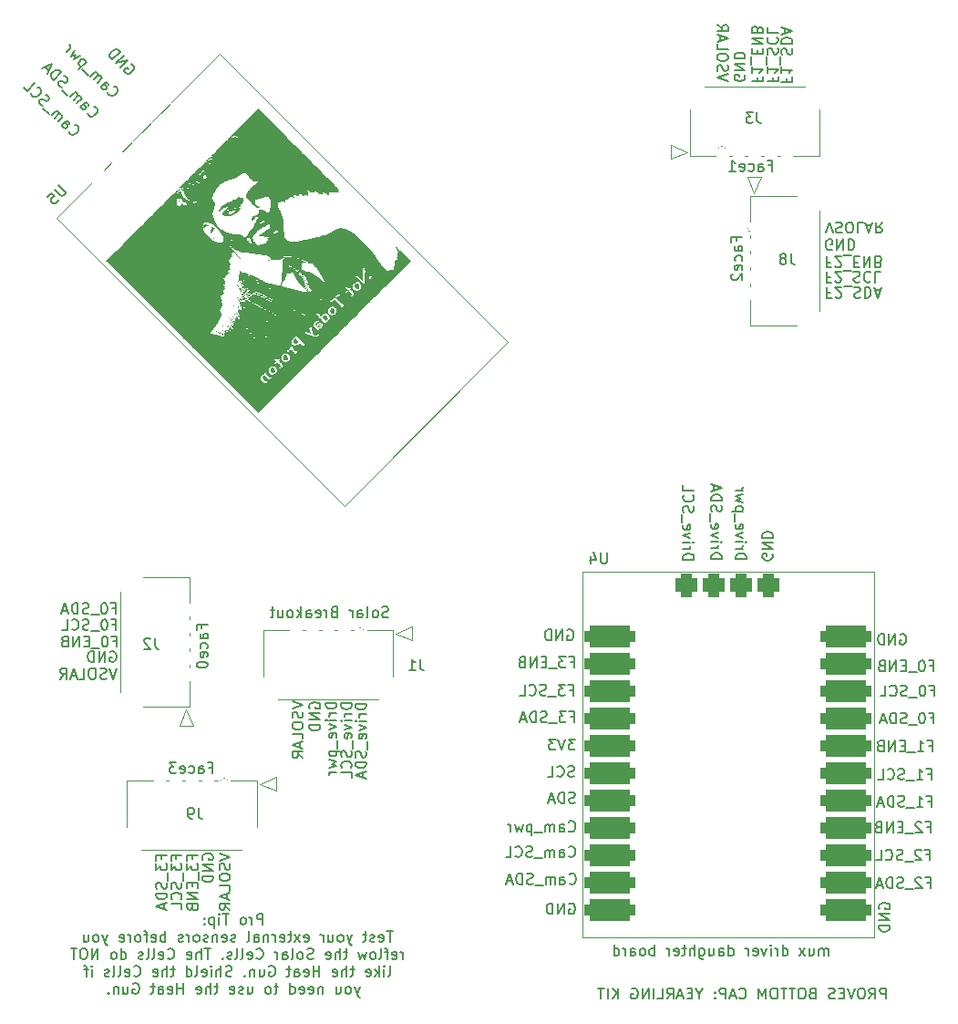
<source format=gbr>
%TF.GenerationSoftware,KiCad,Pcbnew,8.0.2-1*%
%TF.CreationDate,2024-05-28T20:36:57-07:00*%
%TF.ProjectId,solar-panel-side-Z,736f6c61-722d-4706-916e-656c2d736964,3.1*%
%TF.SameCoordinates,Original*%
%TF.FileFunction,Legend,Bot*%
%TF.FilePolarity,Positive*%
%FSLAX46Y46*%
G04 Gerber Fmt 4.6, Leading zero omitted, Abs format (unit mm)*
G04 Created by KiCad (PCBNEW 8.0.2-1) date 2024-05-28 20:36:57*
%MOMM*%
%LPD*%
G01*
G04 APERTURE LIST*
G04 Aperture macros list*
%AMRoundRect*
0 Rectangle with rounded corners*
0 $1 Rounding radius*
0 $2 $3 $4 $5 $6 $7 $8 $9 X,Y pos of 4 corners*
0 Add a 4 corners polygon primitive as box body*
4,1,4,$2,$3,$4,$5,$6,$7,$8,$9,$2,$3,0*
0 Add four circle primitives for the rounded corners*
1,1,$1+$1,$2,$3*
1,1,$1+$1,$4,$5*
1,1,$1+$1,$6,$7*
1,1,$1+$1,$8,$9*
0 Add four rect primitives between the rounded corners*
20,1,$1+$1,$2,$3,$4,$5,0*
20,1,$1+$1,$4,$5,$6,$7,0*
20,1,$1+$1,$6,$7,$8,$9,0*
20,1,$1+$1,$8,$9,$2,$3,0*%
G04 Aperture macros list end*
%ADD10C,0.150000*%
%ADD11C,0.120000*%
%ADD12C,0.000000*%
%ADD13C,5.250000*%
%ADD14R,0.600000X1.000000*%
%ADD15R,1.250000X1.800000*%
%ADD16R,1.000000X0.600000*%
%ADD17R,1.800000X1.250000*%
%ADD18RoundRect,0.500000X1.860000X0.500000X-1.860000X0.500000X-1.860000X-0.500000X1.860000X-0.500000X0*%
%ADD19RoundRect,0.500000X0.500000X-0.635000X0.500000X0.635000X-0.500000X0.635000X-0.500000X-0.635000X0*%
%ADD20RoundRect,0.500000X0.802566X-0.095459X-0.095459X0.802566X-0.802566X0.095459X0.095459X-0.802566X0*%
G04 APERTURE END LIST*
D10*
X158799887Y-107566009D02*
X159133220Y-107566009D01*
X159133220Y-108089819D02*
X159133220Y-107089819D01*
X159133220Y-107089819D02*
X158657030Y-107089819D01*
X158371315Y-107089819D02*
X157752268Y-107089819D01*
X157752268Y-107089819D02*
X158085601Y-107470771D01*
X158085601Y-107470771D02*
X157942744Y-107470771D01*
X157942744Y-107470771D02*
X157847506Y-107518390D01*
X157847506Y-107518390D02*
X157799887Y-107566009D01*
X157799887Y-107566009D02*
X157752268Y-107661247D01*
X157752268Y-107661247D02*
X157752268Y-107899342D01*
X157752268Y-107899342D02*
X157799887Y-107994580D01*
X157799887Y-107994580D02*
X157847506Y-108042200D01*
X157847506Y-108042200D02*
X157942744Y-108089819D01*
X157942744Y-108089819D02*
X158228458Y-108089819D01*
X158228458Y-108089819D02*
X158323696Y-108042200D01*
X158323696Y-108042200D02*
X158371315Y-107994580D01*
X157561792Y-108185057D02*
X156799887Y-108185057D01*
X156609410Y-108042200D02*
X156466553Y-108089819D01*
X156466553Y-108089819D02*
X156228458Y-108089819D01*
X156228458Y-108089819D02*
X156133220Y-108042200D01*
X156133220Y-108042200D02*
X156085601Y-107994580D01*
X156085601Y-107994580D02*
X156037982Y-107899342D01*
X156037982Y-107899342D02*
X156037982Y-107804104D01*
X156037982Y-107804104D02*
X156085601Y-107708866D01*
X156085601Y-107708866D02*
X156133220Y-107661247D01*
X156133220Y-107661247D02*
X156228458Y-107613628D01*
X156228458Y-107613628D02*
X156418934Y-107566009D01*
X156418934Y-107566009D02*
X156514172Y-107518390D01*
X156514172Y-107518390D02*
X156561791Y-107470771D01*
X156561791Y-107470771D02*
X156609410Y-107375533D01*
X156609410Y-107375533D02*
X156609410Y-107280295D01*
X156609410Y-107280295D02*
X156561791Y-107185057D01*
X156561791Y-107185057D02*
X156514172Y-107137438D01*
X156514172Y-107137438D02*
X156418934Y-107089819D01*
X156418934Y-107089819D02*
X156180839Y-107089819D01*
X156180839Y-107089819D02*
X156037982Y-107137438D01*
X155609410Y-108089819D02*
X155609410Y-107089819D01*
X155609410Y-107089819D02*
X155371315Y-107089819D01*
X155371315Y-107089819D02*
X155228458Y-107137438D01*
X155228458Y-107137438D02*
X155133220Y-107232676D01*
X155133220Y-107232676D02*
X155085601Y-107327914D01*
X155085601Y-107327914D02*
X155037982Y-107518390D01*
X155037982Y-107518390D02*
X155037982Y-107661247D01*
X155037982Y-107661247D02*
X155085601Y-107851723D01*
X155085601Y-107851723D02*
X155133220Y-107946961D01*
X155133220Y-107946961D02*
X155228458Y-108042200D01*
X155228458Y-108042200D02*
X155371315Y-108089819D01*
X155371315Y-108089819D02*
X155609410Y-108089819D01*
X154657029Y-107804104D02*
X154180839Y-107804104D01*
X154752267Y-108089819D02*
X154418934Y-107089819D01*
X154418934Y-107089819D02*
X154085601Y-108089819D01*
X176168990Y-48250476D02*
X176168990Y-48583809D01*
X175645180Y-48583809D02*
X176645180Y-48583809D01*
X176645180Y-48583809D02*
X176645180Y-48107619D01*
X175645180Y-47202857D02*
X175645180Y-47774285D01*
X175645180Y-47488571D02*
X176645180Y-47488571D01*
X176645180Y-47488571D02*
X176502323Y-47583809D01*
X176502323Y-47583809D02*
X176407085Y-47679047D01*
X176407085Y-47679047D02*
X176359466Y-47774285D01*
X175549942Y-47012381D02*
X175549942Y-46250476D01*
X176168990Y-46012380D02*
X176168990Y-45679047D01*
X175645180Y-45536190D02*
X175645180Y-46012380D01*
X175645180Y-46012380D02*
X176645180Y-46012380D01*
X176645180Y-46012380D02*
X176645180Y-45536190D01*
X175645180Y-45107618D02*
X176645180Y-45107618D01*
X176645180Y-45107618D02*
X175645180Y-44536190D01*
X175645180Y-44536190D02*
X176645180Y-44536190D01*
X176168990Y-43726666D02*
X176121371Y-43583809D01*
X176121371Y-43583809D02*
X176073752Y-43536190D01*
X176073752Y-43536190D02*
X175978514Y-43488571D01*
X175978514Y-43488571D02*
X175835657Y-43488571D01*
X175835657Y-43488571D02*
X175740419Y-43536190D01*
X175740419Y-43536190D02*
X175692800Y-43583809D01*
X175692800Y-43583809D02*
X175645180Y-43679047D01*
X175645180Y-43679047D02*
X175645180Y-44059999D01*
X175645180Y-44059999D02*
X176645180Y-44059999D01*
X176645180Y-44059999D02*
X176645180Y-43726666D01*
X176645180Y-43726666D02*
X176597561Y-43631428D01*
X176597561Y-43631428D02*
X176549942Y-43583809D01*
X176549942Y-43583809D02*
X176454704Y-43536190D01*
X176454704Y-43536190D02*
X176359466Y-43536190D01*
X176359466Y-43536190D02*
X176264228Y-43583809D01*
X176264228Y-43583809D02*
X176216609Y-43631428D01*
X176216609Y-43631428D02*
X176168990Y-43726666D01*
X176168990Y-43726666D02*
X176168990Y-44059999D01*
X124632438Y-120818095D02*
X124584819Y-120722857D01*
X124584819Y-120722857D02*
X124584819Y-120580000D01*
X124584819Y-120580000D02*
X124632438Y-120437143D01*
X124632438Y-120437143D02*
X124727676Y-120341905D01*
X124727676Y-120341905D02*
X124822914Y-120294286D01*
X124822914Y-120294286D02*
X125013390Y-120246667D01*
X125013390Y-120246667D02*
X125156247Y-120246667D01*
X125156247Y-120246667D02*
X125346723Y-120294286D01*
X125346723Y-120294286D02*
X125441961Y-120341905D01*
X125441961Y-120341905D02*
X125537200Y-120437143D01*
X125537200Y-120437143D02*
X125584819Y-120580000D01*
X125584819Y-120580000D02*
X125584819Y-120675238D01*
X125584819Y-120675238D02*
X125537200Y-120818095D01*
X125537200Y-120818095D02*
X125489580Y-120865714D01*
X125489580Y-120865714D02*
X125156247Y-120865714D01*
X125156247Y-120865714D02*
X125156247Y-120675238D01*
X125584819Y-121294286D02*
X124584819Y-121294286D01*
X124584819Y-121294286D02*
X125584819Y-121865714D01*
X125584819Y-121865714D02*
X124584819Y-121865714D01*
X125584819Y-122341905D02*
X124584819Y-122341905D01*
X124584819Y-122341905D02*
X124584819Y-122580000D01*
X124584819Y-122580000D02*
X124632438Y-122722857D01*
X124632438Y-122722857D02*
X124727676Y-122818095D01*
X124727676Y-122818095D02*
X124822914Y-122865714D01*
X124822914Y-122865714D02*
X125013390Y-122913333D01*
X125013390Y-122913333D02*
X125156247Y-122913333D01*
X125156247Y-122913333D02*
X125346723Y-122865714D01*
X125346723Y-122865714D02*
X125441961Y-122818095D01*
X125441961Y-122818095D02*
X125537200Y-122722857D01*
X125537200Y-122722857D02*
X125584819Y-122580000D01*
X125584819Y-122580000D02*
X125584819Y-122341905D01*
X158789887Y-102476009D02*
X159123220Y-102476009D01*
X159123220Y-102999819D02*
X159123220Y-101999819D01*
X159123220Y-101999819D02*
X158647030Y-101999819D01*
X158361315Y-101999819D02*
X157742268Y-101999819D01*
X157742268Y-101999819D02*
X158075601Y-102380771D01*
X158075601Y-102380771D02*
X157932744Y-102380771D01*
X157932744Y-102380771D02*
X157837506Y-102428390D01*
X157837506Y-102428390D02*
X157789887Y-102476009D01*
X157789887Y-102476009D02*
X157742268Y-102571247D01*
X157742268Y-102571247D02*
X157742268Y-102809342D01*
X157742268Y-102809342D02*
X157789887Y-102904580D01*
X157789887Y-102904580D02*
X157837506Y-102952200D01*
X157837506Y-102952200D02*
X157932744Y-102999819D01*
X157932744Y-102999819D02*
X158218458Y-102999819D01*
X158218458Y-102999819D02*
X158313696Y-102952200D01*
X158313696Y-102952200D02*
X158361315Y-102904580D01*
X157551792Y-103095057D02*
X156789887Y-103095057D01*
X156551791Y-102476009D02*
X156218458Y-102476009D01*
X156075601Y-102999819D02*
X156551791Y-102999819D01*
X156551791Y-102999819D02*
X156551791Y-101999819D01*
X156551791Y-101999819D02*
X156075601Y-101999819D01*
X155647029Y-102999819D02*
X155647029Y-101999819D01*
X155647029Y-101999819D02*
X155075601Y-102999819D01*
X155075601Y-102999819D02*
X155075601Y-101999819D01*
X154266077Y-102476009D02*
X154123220Y-102523628D01*
X154123220Y-102523628D02*
X154075601Y-102571247D01*
X154075601Y-102571247D02*
X154027982Y-102666485D01*
X154027982Y-102666485D02*
X154027982Y-102809342D01*
X154027982Y-102809342D02*
X154075601Y-102904580D01*
X154075601Y-102904580D02*
X154123220Y-102952200D01*
X154123220Y-102952200D02*
X154218458Y-102999819D01*
X154218458Y-102999819D02*
X154599410Y-102999819D01*
X154599410Y-102999819D02*
X154599410Y-101999819D01*
X154599410Y-101999819D02*
X154266077Y-101999819D01*
X154266077Y-101999819D02*
X154170839Y-102047438D01*
X154170839Y-102047438D02*
X154123220Y-102095057D01*
X154123220Y-102095057D02*
X154075601Y-102190295D01*
X154075601Y-102190295D02*
X154075601Y-102285533D01*
X154075601Y-102285533D02*
X154123220Y-102380771D01*
X154123220Y-102380771D02*
X154170839Y-102428390D01*
X154170839Y-102428390D02*
X154266077Y-102476009D01*
X154266077Y-102476009D02*
X154599410Y-102476009D01*
X141870839Y-98292200D02*
X141727982Y-98339819D01*
X141727982Y-98339819D02*
X141489887Y-98339819D01*
X141489887Y-98339819D02*
X141394649Y-98292200D01*
X141394649Y-98292200D02*
X141347030Y-98244580D01*
X141347030Y-98244580D02*
X141299411Y-98149342D01*
X141299411Y-98149342D02*
X141299411Y-98054104D01*
X141299411Y-98054104D02*
X141347030Y-97958866D01*
X141347030Y-97958866D02*
X141394649Y-97911247D01*
X141394649Y-97911247D02*
X141489887Y-97863628D01*
X141489887Y-97863628D02*
X141680363Y-97816009D01*
X141680363Y-97816009D02*
X141775601Y-97768390D01*
X141775601Y-97768390D02*
X141823220Y-97720771D01*
X141823220Y-97720771D02*
X141870839Y-97625533D01*
X141870839Y-97625533D02*
X141870839Y-97530295D01*
X141870839Y-97530295D02*
X141823220Y-97435057D01*
X141823220Y-97435057D02*
X141775601Y-97387438D01*
X141775601Y-97387438D02*
X141680363Y-97339819D01*
X141680363Y-97339819D02*
X141442268Y-97339819D01*
X141442268Y-97339819D02*
X141299411Y-97387438D01*
X140727982Y-98339819D02*
X140823220Y-98292200D01*
X140823220Y-98292200D02*
X140870839Y-98244580D01*
X140870839Y-98244580D02*
X140918458Y-98149342D01*
X140918458Y-98149342D02*
X140918458Y-97863628D01*
X140918458Y-97863628D02*
X140870839Y-97768390D01*
X140870839Y-97768390D02*
X140823220Y-97720771D01*
X140823220Y-97720771D02*
X140727982Y-97673152D01*
X140727982Y-97673152D02*
X140585125Y-97673152D01*
X140585125Y-97673152D02*
X140489887Y-97720771D01*
X140489887Y-97720771D02*
X140442268Y-97768390D01*
X140442268Y-97768390D02*
X140394649Y-97863628D01*
X140394649Y-97863628D02*
X140394649Y-98149342D01*
X140394649Y-98149342D02*
X140442268Y-98244580D01*
X140442268Y-98244580D02*
X140489887Y-98292200D01*
X140489887Y-98292200D02*
X140585125Y-98339819D01*
X140585125Y-98339819D02*
X140727982Y-98339819D01*
X139823220Y-98339819D02*
X139918458Y-98292200D01*
X139918458Y-98292200D02*
X139966077Y-98196961D01*
X139966077Y-98196961D02*
X139966077Y-97339819D01*
X139013696Y-98339819D02*
X139013696Y-97816009D01*
X139013696Y-97816009D02*
X139061315Y-97720771D01*
X139061315Y-97720771D02*
X139156553Y-97673152D01*
X139156553Y-97673152D02*
X139347029Y-97673152D01*
X139347029Y-97673152D02*
X139442267Y-97720771D01*
X139013696Y-98292200D02*
X139108934Y-98339819D01*
X139108934Y-98339819D02*
X139347029Y-98339819D01*
X139347029Y-98339819D02*
X139442267Y-98292200D01*
X139442267Y-98292200D02*
X139489886Y-98196961D01*
X139489886Y-98196961D02*
X139489886Y-98101723D01*
X139489886Y-98101723D02*
X139442267Y-98006485D01*
X139442267Y-98006485D02*
X139347029Y-97958866D01*
X139347029Y-97958866D02*
X139108934Y-97958866D01*
X139108934Y-97958866D02*
X139013696Y-97911247D01*
X138537505Y-98339819D02*
X138537505Y-97673152D01*
X138537505Y-97863628D02*
X138489886Y-97768390D01*
X138489886Y-97768390D02*
X138442267Y-97720771D01*
X138442267Y-97720771D02*
X138347029Y-97673152D01*
X138347029Y-97673152D02*
X138251791Y-97673152D01*
X136823219Y-97816009D02*
X136680362Y-97863628D01*
X136680362Y-97863628D02*
X136632743Y-97911247D01*
X136632743Y-97911247D02*
X136585124Y-98006485D01*
X136585124Y-98006485D02*
X136585124Y-98149342D01*
X136585124Y-98149342D02*
X136632743Y-98244580D01*
X136632743Y-98244580D02*
X136680362Y-98292200D01*
X136680362Y-98292200D02*
X136775600Y-98339819D01*
X136775600Y-98339819D02*
X137156552Y-98339819D01*
X137156552Y-98339819D02*
X137156552Y-97339819D01*
X137156552Y-97339819D02*
X136823219Y-97339819D01*
X136823219Y-97339819D02*
X136727981Y-97387438D01*
X136727981Y-97387438D02*
X136680362Y-97435057D01*
X136680362Y-97435057D02*
X136632743Y-97530295D01*
X136632743Y-97530295D02*
X136632743Y-97625533D01*
X136632743Y-97625533D02*
X136680362Y-97720771D01*
X136680362Y-97720771D02*
X136727981Y-97768390D01*
X136727981Y-97768390D02*
X136823219Y-97816009D01*
X136823219Y-97816009D02*
X137156552Y-97816009D01*
X136156552Y-98339819D02*
X136156552Y-97673152D01*
X136156552Y-97863628D02*
X136108933Y-97768390D01*
X136108933Y-97768390D02*
X136061314Y-97720771D01*
X136061314Y-97720771D02*
X135966076Y-97673152D01*
X135966076Y-97673152D02*
X135870838Y-97673152D01*
X135156552Y-98292200D02*
X135251790Y-98339819D01*
X135251790Y-98339819D02*
X135442266Y-98339819D01*
X135442266Y-98339819D02*
X135537504Y-98292200D01*
X135537504Y-98292200D02*
X135585123Y-98196961D01*
X135585123Y-98196961D02*
X135585123Y-97816009D01*
X135585123Y-97816009D02*
X135537504Y-97720771D01*
X135537504Y-97720771D02*
X135442266Y-97673152D01*
X135442266Y-97673152D02*
X135251790Y-97673152D01*
X135251790Y-97673152D02*
X135156552Y-97720771D01*
X135156552Y-97720771D02*
X135108933Y-97816009D01*
X135108933Y-97816009D02*
X135108933Y-97911247D01*
X135108933Y-97911247D02*
X135585123Y-98006485D01*
X134251790Y-98339819D02*
X134251790Y-97816009D01*
X134251790Y-97816009D02*
X134299409Y-97720771D01*
X134299409Y-97720771D02*
X134394647Y-97673152D01*
X134394647Y-97673152D02*
X134585123Y-97673152D01*
X134585123Y-97673152D02*
X134680361Y-97720771D01*
X134251790Y-98292200D02*
X134347028Y-98339819D01*
X134347028Y-98339819D02*
X134585123Y-98339819D01*
X134585123Y-98339819D02*
X134680361Y-98292200D01*
X134680361Y-98292200D02*
X134727980Y-98196961D01*
X134727980Y-98196961D02*
X134727980Y-98101723D01*
X134727980Y-98101723D02*
X134680361Y-98006485D01*
X134680361Y-98006485D02*
X134585123Y-97958866D01*
X134585123Y-97958866D02*
X134347028Y-97958866D01*
X134347028Y-97958866D02*
X134251790Y-97911247D01*
X133775599Y-98339819D02*
X133775599Y-97339819D01*
X133680361Y-97958866D02*
X133394647Y-98339819D01*
X133394647Y-97673152D02*
X133775599Y-98054104D01*
X132823218Y-98339819D02*
X132918456Y-98292200D01*
X132918456Y-98292200D02*
X132966075Y-98244580D01*
X132966075Y-98244580D02*
X133013694Y-98149342D01*
X133013694Y-98149342D02*
X133013694Y-97863628D01*
X133013694Y-97863628D02*
X132966075Y-97768390D01*
X132966075Y-97768390D02*
X132918456Y-97720771D01*
X132918456Y-97720771D02*
X132823218Y-97673152D01*
X132823218Y-97673152D02*
X132680361Y-97673152D01*
X132680361Y-97673152D02*
X132585123Y-97720771D01*
X132585123Y-97720771D02*
X132537504Y-97768390D01*
X132537504Y-97768390D02*
X132489885Y-97863628D01*
X132489885Y-97863628D02*
X132489885Y-98149342D01*
X132489885Y-98149342D02*
X132537504Y-98244580D01*
X132537504Y-98244580D02*
X132585123Y-98292200D01*
X132585123Y-98292200D02*
X132680361Y-98339819D01*
X132680361Y-98339819D02*
X132823218Y-98339819D01*
X131632742Y-97673152D02*
X131632742Y-98339819D01*
X132061313Y-97673152D02*
X132061313Y-98196961D01*
X132061313Y-98196961D02*
X132013694Y-98292200D01*
X132013694Y-98292200D02*
X131918456Y-98339819D01*
X131918456Y-98339819D02*
X131775599Y-98339819D01*
X131775599Y-98339819D02*
X131680361Y-98292200D01*
X131680361Y-98292200D02*
X131632742Y-98244580D01*
X131299408Y-97673152D02*
X130918456Y-97673152D01*
X131156551Y-97339819D02*
X131156551Y-98196961D01*
X131156551Y-98196961D02*
X131108932Y-98292200D01*
X131108932Y-98292200D02*
X131013694Y-98339819D01*
X131013694Y-98339819D02*
X130918456Y-98339819D01*
X158659411Y-124937438D02*
X158754649Y-124889819D01*
X158754649Y-124889819D02*
X158897506Y-124889819D01*
X158897506Y-124889819D02*
X159040363Y-124937438D01*
X159040363Y-124937438D02*
X159135601Y-125032676D01*
X159135601Y-125032676D02*
X159183220Y-125127914D01*
X159183220Y-125127914D02*
X159230839Y-125318390D01*
X159230839Y-125318390D02*
X159230839Y-125461247D01*
X159230839Y-125461247D02*
X159183220Y-125651723D01*
X159183220Y-125651723D02*
X159135601Y-125746961D01*
X159135601Y-125746961D02*
X159040363Y-125842200D01*
X159040363Y-125842200D02*
X158897506Y-125889819D01*
X158897506Y-125889819D02*
X158802268Y-125889819D01*
X158802268Y-125889819D02*
X158659411Y-125842200D01*
X158659411Y-125842200D02*
X158611792Y-125794580D01*
X158611792Y-125794580D02*
X158611792Y-125461247D01*
X158611792Y-125461247D02*
X158802268Y-125461247D01*
X158183220Y-125889819D02*
X158183220Y-124889819D01*
X158183220Y-124889819D02*
X157611792Y-125889819D01*
X157611792Y-125889819D02*
X157611792Y-124889819D01*
X157135601Y-125889819D02*
X157135601Y-124889819D01*
X157135601Y-124889819D02*
X156897506Y-124889819D01*
X156897506Y-124889819D02*
X156754649Y-124937438D01*
X156754649Y-124937438D02*
X156659411Y-125032676D01*
X156659411Y-125032676D02*
X156611792Y-125127914D01*
X156611792Y-125127914D02*
X156564173Y-125318390D01*
X156564173Y-125318390D02*
X156564173Y-125461247D01*
X156564173Y-125461247D02*
X156611792Y-125651723D01*
X156611792Y-125651723D02*
X156659411Y-125746961D01*
X156659411Y-125746961D02*
X156754649Y-125842200D01*
X156754649Y-125842200D02*
X156897506Y-125889819D01*
X156897506Y-125889819D02*
X157135601Y-125889819D01*
X191879887Y-117806009D02*
X192213220Y-117806009D01*
X192213220Y-118329819D02*
X192213220Y-117329819D01*
X192213220Y-117329819D02*
X191737030Y-117329819D01*
X191403696Y-117425057D02*
X191356077Y-117377438D01*
X191356077Y-117377438D02*
X191260839Y-117329819D01*
X191260839Y-117329819D02*
X191022744Y-117329819D01*
X191022744Y-117329819D02*
X190927506Y-117377438D01*
X190927506Y-117377438D02*
X190879887Y-117425057D01*
X190879887Y-117425057D02*
X190832268Y-117520295D01*
X190832268Y-117520295D02*
X190832268Y-117615533D01*
X190832268Y-117615533D02*
X190879887Y-117758390D01*
X190879887Y-117758390D02*
X191451315Y-118329819D01*
X191451315Y-118329819D02*
X190832268Y-118329819D01*
X190641792Y-118425057D02*
X189879887Y-118425057D01*
X189641791Y-117806009D02*
X189308458Y-117806009D01*
X189165601Y-118329819D02*
X189641791Y-118329819D01*
X189641791Y-118329819D02*
X189641791Y-117329819D01*
X189641791Y-117329819D02*
X189165601Y-117329819D01*
X188737029Y-118329819D02*
X188737029Y-117329819D01*
X188737029Y-117329819D02*
X188165601Y-118329819D01*
X188165601Y-118329819D02*
X188165601Y-117329819D01*
X187356077Y-117806009D02*
X187213220Y-117853628D01*
X187213220Y-117853628D02*
X187165601Y-117901247D01*
X187165601Y-117901247D02*
X187117982Y-117996485D01*
X187117982Y-117996485D02*
X187117982Y-118139342D01*
X187117982Y-118139342D02*
X187165601Y-118234580D01*
X187165601Y-118234580D02*
X187213220Y-118282200D01*
X187213220Y-118282200D02*
X187308458Y-118329819D01*
X187308458Y-118329819D02*
X187689410Y-118329819D01*
X187689410Y-118329819D02*
X187689410Y-117329819D01*
X187689410Y-117329819D02*
X187356077Y-117329819D01*
X187356077Y-117329819D02*
X187260839Y-117377438D01*
X187260839Y-117377438D02*
X187213220Y-117425057D01*
X187213220Y-117425057D02*
X187165601Y-117520295D01*
X187165601Y-117520295D02*
X187165601Y-117615533D01*
X187165601Y-117615533D02*
X187213220Y-117710771D01*
X187213220Y-117710771D02*
X187260839Y-117758390D01*
X187260839Y-117758390D02*
X187356077Y-117806009D01*
X187356077Y-117806009D02*
X187689410Y-117806009D01*
X192209887Y-107666009D02*
X192543220Y-107666009D01*
X192543220Y-108189819D02*
X192543220Y-107189819D01*
X192543220Y-107189819D02*
X192067030Y-107189819D01*
X191495601Y-107189819D02*
X191400363Y-107189819D01*
X191400363Y-107189819D02*
X191305125Y-107237438D01*
X191305125Y-107237438D02*
X191257506Y-107285057D01*
X191257506Y-107285057D02*
X191209887Y-107380295D01*
X191209887Y-107380295D02*
X191162268Y-107570771D01*
X191162268Y-107570771D02*
X191162268Y-107808866D01*
X191162268Y-107808866D02*
X191209887Y-107999342D01*
X191209887Y-107999342D02*
X191257506Y-108094580D01*
X191257506Y-108094580D02*
X191305125Y-108142200D01*
X191305125Y-108142200D02*
X191400363Y-108189819D01*
X191400363Y-108189819D02*
X191495601Y-108189819D01*
X191495601Y-108189819D02*
X191590839Y-108142200D01*
X191590839Y-108142200D02*
X191638458Y-108094580D01*
X191638458Y-108094580D02*
X191686077Y-107999342D01*
X191686077Y-107999342D02*
X191733696Y-107808866D01*
X191733696Y-107808866D02*
X191733696Y-107570771D01*
X191733696Y-107570771D02*
X191686077Y-107380295D01*
X191686077Y-107380295D02*
X191638458Y-107285057D01*
X191638458Y-107285057D02*
X191590839Y-107237438D01*
X191590839Y-107237438D02*
X191495601Y-107189819D01*
X190971792Y-108285057D02*
X190209887Y-108285057D01*
X190019410Y-108142200D02*
X189876553Y-108189819D01*
X189876553Y-108189819D02*
X189638458Y-108189819D01*
X189638458Y-108189819D02*
X189543220Y-108142200D01*
X189543220Y-108142200D02*
X189495601Y-108094580D01*
X189495601Y-108094580D02*
X189447982Y-107999342D01*
X189447982Y-107999342D02*
X189447982Y-107904104D01*
X189447982Y-107904104D02*
X189495601Y-107808866D01*
X189495601Y-107808866D02*
X189543220Y-107761247D01*
X189543220Y-107761247D02*
X189638458Y-107713628D01*
X189638458Y-107713628D02*
X189828934Y-107666009D01*
X189828934Y-107666009D02*
X189924172Y-107618390D01*
X189924172Y-107618390D02*
X189971791Y-107570771D01*
X189971791Y-107570771D02*
X190019410Y-107475533D01*
X190019410Y-107475533D02*
X190019410Y-107380295D01*
X190019410Y-107380295D02*
X189971791Y-107285057D01*
X189971791Y-107285057D02*
X189924172Y-107237438D01*
X189924172Y-107237438D02*
X189828934Y-107189819D01*
X189828934Y-107189819D02*
X189590839Y-107189819D01*
X189590839Y-107189819D02*
X189447982Y-107237438D01*
X189019410Y-108189819D02*
X189019410Y-107189819D01*
X189019410Y-107189819D02*
X188781315Y-107189819D01*
X188781315Y-107189819D02*
X188638458Y-107237438D01*
X188638458Y-107237438D02*
X188543220Y-107332676D01*
X188543220Y-107332676D02*
X188495601Y-107427914D01*
X188495601Y-107427914D02*
X188447982Y-107618390D01*
X188447982Y-107618390D02*
X188447982Y-107761247D01*
X188447982Y-107761247D02*
X188495601Y-107951723D01*
X188495601Y-107951723D02*
X188543220Y-108046961D01*
X188543220Y-108046961D02*
X188638458Y-108142200D01*
X188638458Y-108142200D02*
X188781315Y-108189819D01*
X188781315Y-108189819D02*
X189019410Y-108189819D01*
X188067029Y-107904104D02*
X187590839Y-107904104D01*
X188162267Y-108189819D02*
X187828934Y-107189819D01*
X187828934Y-107189819D02*
X187495601Y-108189819D01*
X177542561Y-92479411D02*
X177590180Y-92574649D01*
X177590180Y-92574649D02*
X177590180Y-92717506D01*
X177590180Y-92717506D02*
X177542561Y-92860363D01*
X177542561Y-92860363D02*
X177447323Y-92955601D01*
X177447323Y-92955601D02*
X177352085Y-93003220D01*
X177352085Y-93003220D02*
X177161609Y-93050839D01*
X177161609Y-93050839D02*
X177018752Y-93050839D01*
X177018752Y-93050839D02*
X176828276Y-93003220D01*
X176828276Y-93003220D02*
X176733038Y-92955601D01*
X176733038Y-92955601D02*
X176637800Y-92860363D01*
X176637800Y-92860363D02*
X176590180Y-92717506D01*
X176590180Y-92717506D02*
X176590180Y-92622268D01*
X176590180Y-92622268D02*
X176637800Y-92479411D01*
X176637800Y-92479411D02*
X176685419Y-92431792D01*
X176685419Y-92431792D02*
X177018752Y-92431792D01*
X177018752Y-92431792D02*
X177018752Y-92622268D01*
X176590180Y-92003220D02*
X177590180Y-92003220D01*
X177590180Y-92003220D02*
X176590180Y-91431792D01*
X176590180Y-91431792D02*
X177590180Y-91431792D01*
X176590180Y-90955601D02*
X177590180Y-90955601D01*
X177590180Y-90955601D02*
X177590180Y-90717506D01*
X177590180Y-90717506D02*
X177542561Y-90574649D01*
X177542561Y-90574649D02*
X177447323Y-90479411D01*
X177447323Y-90479411D02*
X177352085Y-90431792D01*
X177352085Y-90431792D02*
X177161609Y-90384173D01*
X177161609Y-90384173D02*
X177018752Y-90384173D01*
X177018752Y-90384173D02*
X176828276Y-90431792D01*
X176828276Y-90431792D02*
X176733038Y-90479411D01*
X176733038Y-90479411D02*
X176637800Y-90574649D01*
X176637800Y-90574649D02*
X176590180Y-90717506D01*
X176590180Y-90717506D02*
X176590180Y-90955601D01*
X123661009Y-120759523D02*
X123661009Y-120426190D01*
X124184819Y-120426190D02*
X123184819Y-120426190D01*
X123184819Y-120426190D02*
X123184819Y-120902380D01*
X123184819Y-121188095D02*
X123184819Y-121807142D01*
X123184819Y-121807142D02*
X123565771Y-121473809D01*
X123565771Y-121473809D02*
X123565771Y-121616666D01*
X123565771Y-121616666D02*
X123613390Y-121711904D01*
X123613390Y-121711904D02*
X123661009Y-121759523D01*
X123661009Y-121759523D02*
X123756247Y-121807142D01*
X123756247Y-121807142D02*
X123994342Y-121807142D01*
X123994342Y-121807142D02*
X124089580Y-121759523D01*
X124089580Y-121759523D02*
X124137200Y-121711904D01*
X124137200Y-121711904D02*
X124184819Y-121616666D01*
X124184819Y-121616666D02*
X124184819Y-121330952D01*
X124184819Y-121330952D02*
X124137200Y-121235714D01*
X124137200Y-121235714D02*
X124089580Y-121188095D01*
X124280057Y-121997619D02*
X124280057Y-122759523D01*
X123661009Y-122997619D02*
X123661009Y-123330952D01*
X124184819Y-123473809D02*
X124184819Y-122997619D01*
X124184819Y-122997619D02*
X123184819Y-122997619D01*
X123184819Y-122997619D02*
X123184819Y-123473809D01*
X124184819Y-123902381D02*
X123184819Y-123902381D01*
X123184819Y-123902381D02*
X124184819Y-124473809D01*
X124184819Y-124473809D02*
X123184819Y-124473809D01*
X123661009Y-125283333D02*
X123708628Y-125426190D01*
X123708628Y-125426190D02*
X123756247Y-125473809D01*
X123756247Y-125473809D02*
X123851485Y-125521428D01*
X123851485Y-125521428D02*
X123994342Y-125521428D01*
X123994342Y-125521428D02*
X124089580Y-125473809D01*
X124089580Y-125473809D02*
X124137200Y-125426190D01*
X124137200Y-125426190D02*
X124184819Y-125330952D01*
X124184819Y-125330952D02*
X124184819Y-124950000D01*
X124184819Y-124950000D02*
X123184819Y-124950000D01*
X123184819Y-124950000D02*
X123184819Y-125283333D01*
X123184819Y-125283333D02*
X123232438Y-125378571D01*
X123232438Y-125378571D02*
X123280057Y-125426190D01*
X123280057Y-125426190D02*
X123375295Y-125473809D01*
X123375295Y-125473809D02*
X123470533Y-125473809D01*
X123470533Y-125473809D02*
X123565771Y-125426190D01*
X123565771Y-125426190D02*
X123613390Y-125378571D01*
X123613390Y-125378571D02*
X123661009Y-125283333D01*
X123661009Y-125283333D02*
X123661009Y-124950000D01*
X192189887Y-102826009D02*
X192523220Y-102826009D01*
X192523220Y-103349819D02*
X192523220Y-102349819D01*
X192523220Y-102349819D02*
X192047030Y-102349819D01*
X191475601Y-102349819D02*
X191380363Y-102349819D01*
X191380363Y-102349819D02*
X191285125Y-102397438D01*
X191285125Y-102397438D02*
X191237506Y-102445057D01*
X191237506Y-102445057D02*
X191189887Y-102540295D01*
X191189887Y-102540295D02*
X191142268Y-102730771D01*
X191142268Y-102730771D02*
X191142268Y-102968866D01*
X191142268Y-102968866D02*
X191189887Y-103159342D01*
X191189887Y-103159342D02*
X191237506Y-103254580D01*
X191237506Y-103254580D02*
X191285125Y-103302200D01*
X191285125Y-103302200D02*
X191380363Y-103349819D01*
X191380363Y-103349819D02*
X191475601Y-103349819D01*
X191475601Y-103349819D02*
X191570839Y-103302200D01*
X191570839Y-103302200D02*
X191618458Y-103254580D01*
X191618458Y-103254580D02*
X191666077Y-103159342D01*
X191666077Y-103159342D02*
X191713696Y-102968866D01*
X191713696Y-102968866D02*
X191713696Y-102730771D01*
X191713696Y-102730771D02*
X191666077Y-102540295D01*
X191666077Y-102540295D02*
X191618458Y-102445057D01*
X191618458Y-102445057D02*
X191570839Y-102397438D01*
X191570839Y-102397438D02*
X191475601Y-102349819D01*
X190951792Y-103445057D02*
X190189887Y-103445057D01*
X189951791Y-102826009D02*
X189618458Y-102826009D01*
X189475601Y-103349819D02*
X189951791Y-103349819D01*
X189951791Y-103349819D02*
X189951791Y-102349819D01*
X189951791Y-102349819D02*
X189475601Y-102349819D01*
X189047029Y-103349819D02*
X189047029Y-102349819D01*
X189047029Y-102349819D02*
X188475601Y-103349819D01*
X188475601Y-103349819D02*
X188475601Y-102349819D01*
X187666077Y-102826009D02*
X187523220Y-102873628D01*
X187523220Y-102873628D02*
X187475601Y-102921247D01*
X187475601Y-102921247D02*
X187427982Y-103016485D01*
X187427982Y-103016485D02*
X187427982Y-103159342D01*
X187427982Y-103159342D02*
X187475601Y-103254580D01*
X187475601Y-103254580D02*
X187523220Y-103302200D01*
X187523220Y-103302200D02*
X187618458Y-103349819D01*
X187618458Y-103349819D02*
X187999410Y-103349819D01*
X187999410Y-103349819D02*
X187999410Y-102349819D01*
X187999410Y-102349819D02*
X187666077Y-102349819D01*
X187666077Y-102349819D02*
X187570839Y-102397438D01*
X187570839Y-102397438D02*
X187523220Y-102445057D01*
X187523220Y-102445057D02*
X187475601Y-102540295D01*
X187475601Y-102540295D02*
X187475601Y-102635533D01*
X187475601Y-102635533D02*
X187523220Y-102730771D01*
X187523220Y-102730771D02*
X187570839Y-102778390D01*
X187570839Y-102778390D02*
X187666077Y-102826009D01*
X187666077Y-102826009D02*
X187999410Y-102826009D01*
X138464819Y-106299047D02*
X137464819Y-106299047D01*
X137464819Y-106299047D02*
X137464819Y-106537142D01*
X137464819Y-106537142D02*
X137512438Y-106679999D01*
X137512438Y-106679999D02*
X137607676Y-106775237D01*
X137607676Y-106775237D02*
X137702914Y-106822856D01*
X137702914Y-106822856D02*
X137893390Y-106870475D01*
X137893390Y-106870475D02*
X138036247Y-106870475D01*
X138036247Y-106870475D02*
X138226723Y-106822856D01*
X138226723Y-106822856D02*
X138321961Y-106775237D01*
X138321961Y-106775237D02*
X138417200Y-106679999D01*
X138417200Y-106679999D02*
X138464819Y-106537142D01*
X138464819Y-106537142D02*
X138464819Y-106299047D01*
X138464819Y-107299047D02*
X137798152Y-107299047D01*
X137988628Y-107299047D02*
X137893390Y-107346666D01*
X137893390Y-107346666D02*
X137845771Y-107394285D01*
X137845771Y-107394285D02*
X137798152Y-107489523D01*
X137798152Y-107489523D02*
X137798152Y-107584761D01*
X138464819Y-107918095D02*
X137798152Y-107918095D01*
X137464819Y-107918095D02*
X137512438Y-107870476D01*
X137512438Y-107870476D02*
X137560057Y-107918095D01*
X137560057Y-107918095D02*
X137512438Y-107965714D01*
X137512438Y-107965714D02*
X137464819Y-107918095D01*
X137464819Y-107918095D02*
X137560057Y-107918095D01*
X137798152Y-108299047D02*
X138464819Y-108537142D01*
X138464819Y-108537142D02*
X137798152Y-108775237D01*
X138417200Y-109537142D02*
X138464819Y-109441904D01*
X138464819Y-109441904D02*
X138464819Y-109251428D01*
X138464819Y-109251428D02*
X138417200Y-109156190D01*
X138417200Y-109156190D02*
X138321961Y-109108571D01*
X138321961Y-109108571D02*
X137941009Y-109108571D01*
X137941009Y-109108571D02*
X137845771Y-109156190D01*
X137845771Y-109156190D02*
X137798152Y-109251428D01*
X137798152Y-109251428D02*
X137798152Y-109441904D01*
X137798152Y-109441904D02*
X137845771Y-109537142D01*
X137845771Y-109537142D02*
X137941009Y-109584761D01*
X137941009Y-109584761D02*
X138036247Y-109584761D01*
X138036247Y-109584761D02*
X138131485Y-109108571D01*
X138560057Y-109775238D02*
X138560057Y-110537142D01*
X138417200Y-110727619D02*
X138464819Y-110870476D01*
X138464819Y-110870476D02*
X138464819Y-111108571D01*
X138464819Y-111108571D02*
X138417200Y-111203809D01*
X138417200Y-111203809D02*
X138369580Y-111251428D01*
X138369580Y-111251428D02*
X138274342Y-111299047D01*
X138274342Y-111299047D02*
X138179104Y-111299047D01*
X138179104Y-111299047D02*
X138083866Y-111251428D01*
X138083866Y-111251428D02*
X138036247Y-111203809D01*
X138036247Y-111203809D02*
X137988628Y-111108571D01*
X137988628Y-111108571D02*
X137941009Y-110918095D01*
X137941009Y-110918095D02*
X137893390Y-110822857D01*
X137893390Y-110822857D02*
X137845771Y-110775238D01*
X137845771Y-110775238D02*
X137750533Y-110727619D01*
X137750533Y-110727619D02*
X137655295Y-110727619D01*
X137655295Y-110727619D02*
X137560057Y-110775238D01*
X137560057Y-110775238D02*
X137512438Y-110822857D01*
X137512438Y-110822857D02*
X137464819Y-110918095D01*
X137464819Y-110918095D02*
X137464819Y-111156190D01*
X137464819Y-111156190D02*
X137512438Y-111299047D01*
X138369580Y-112299047D02*
X138417200Y-112251428D01*
X138417200Y-112251428D02*
X138464819Y-112108571D01*
X138464819Y-112108571D02*
X138464819Y-112013333D01*
X138464819Y-112013333D02*
X138417200Y-111870476D01*
X138417200Y-111870476D02*
X138321961Y-111775238D01*
X138321961Y-111775238D02*
X138226723Y-111727619D01*
X138226723Y-111727619D02*
X138036247Y-111680000D01*
X138036247Y-111680000D02*
X137893390Y-111680000D01*
X137893390Y-111680000D02*
X137702914Y-111727619D01*
X137702914Y-111727619D02*
X137607676Y-111775238D01*
X137607676Y-111775238D02*
X137512438Y-111870476D01*
X137512438Y-111870476D02*
X137464819Y-112013333D01*
X137464819Y-112013333D02*
X137464819Y-112108571D01*
X137464819Y-112108571D02*
X137512438Y-112251428D01*
X137512438Y-112251428D02*
X137560057Y-112299047D01*
X138464819Y-113203809D02*
X138464819Y-112727619D01*
X138464819Y-112727619D02*
X137464819Y-112727619D01*
X158621792Y-120504580D02*
X158669411Y-120552200D01*
X158669411Y-120552200D02*
X158812268Y-120599819D01*
X158812268Y-120599819D02*
X158907506Y-120599819D01*
X158907506Y-120599819D02*
X159050363Y-120552200D01*
X159050363Y-120552200D02*
X159145601Y-120456961D01*
X159145601Y-120456961D02*
X159193220Y-120361723D01*
X159193220Y-120361723D02*
X159240839Y-120171247D01*
X159240839Y-120171247D02*
X159240839Y-120028390D01*
X159240839Y-120028390D02*
X159193220Y-119837914D01*
X159193220Y-119837914D02*
X159145601Y-119742676D01*
X159145601Y-119742676D02*
X159050363Y-119647438D01*
X159050363Y-119647438D02*
X158907506Y-119599819D01*
X158907506Y-119599819D02*
X158812268Y-119599819D01*
X158812268Y-119599819D02*
X158669411Y-119647438D01*
X158669411Y-119647438D02*
X158621792Y-119695057D01*
X157764649Y-120599819D02*
X157764649Y-120076009D01*
X157764649Y-120076009D02*
X157812268Y-119980771D01*
X157812268Y-119980771D02*
X157907506Y-119933152D01*
X157907506Y-119933152D02*
X158097982Y-119933152D01*
X158097982Y-119933152D02*
X158193220Y-119980771D01*
X157764649Y-120552200D02*
X157859887Y-120599819D01*
X157859887Y-120599819D02*
X158097982Y-120599819D01*
X158097982Y-120599819D02*
X158193220Y-120552200D01*
X158193220Y-120552200D02*
X158240839Y-120456961D01*
X158240839Y-120456961D02*
X158240839Y-120361723D01*
X158240839Y-120361723D02*
X158193220Y-120266485D01*
X158193220Y-120266485D02*
X158097982Y-120218866D01*
X158097982Y-120218866D02*
X157859887Y-120218866D01*
X157859887Y-120218866D02*
X157764649Y-120171247D01*
X157288458Y-120599819D02*
X157288458Y-119933152D01*
X157288458Y-120028390D02*
X157240839Y-119980771D01*
X157240839Y-119980771D02*
X157145601Y-119933152D01*
X157145601Y-119933152D02*
X157002744Y-119933152D01*
X157002744Y-119933152D02*
X156907506Y-119980771D01*
X156907506Y-119980771D02*
X156859887Y-120076009D01*
X156859887Y-120076009D02*
X156859887Y-120599819D01*
X156859887Y-120076009D02*
X156812268Y-119980771D01*
X156812268Y-119980771D02*
X156717030Y-119933152D01*
X156717030Y-119933152D02*
X156574173Y-119933152D01*
X156574173Y-119933152D02*
X156478934Y-119980771D01*
X156478934Y-119980771D02*
X156431315Y-120076009D01*
X156431315Y-120076009D02*
X156431315Y-120599819D01*
X156193221Y-120695057D02*
X155431316Y-120695057D01*
X155240839Y-120552200D02*
X155097982Y-120599819D01*
X155097982Y-120599819D02*
X154859887Y-120599819D01*
X154859887Y-120599819D02*
X154764649Y-120552200D01*
X154764649Y-120552200D02*
X154717030Y-120504580D01*
X154717030Y-120504580D02*
X154669411Y-120409342D01*
X154669411Y-120409342D02*
X154669411Y-120314104D01*
X154669411Y-120314104D02*
X154717030Y-120218866D01*
X154717030Y-120218866D02*
X154764649Y-120171247D01*
X154764649Y-120171247D02*
X154859887Y-120123628D01*
X154859887Y-120123628D02*
X155050363Y-120076009D01*
X155050363Y-120076009D02*
X155145601Y-120028390D01*
X155145601Y-120028390D02*
X155193220Y-119980771D01*
X155193220Y-119980771D02*
X155240839Y-119885533D01*
X155240839Y-119885533D02*
X155240839Y-119790295D01*
X155240839Y-119790295D02*
X155193220Y-119695057D01*
X155193220Y-119695057D02*
X155145601Y-119647438D01*
X155145601Y-119647438D02*
X155050363Y-119599819D01*
X155050363Y-119599819D02*
X154812268Y-119599819D01*
X154812268Y-119599819D02*
X154669411Y-119647438D01*
X153669411Y-120504580D02*
X153717030Y-120552200D01*
X153717030Y-120552200D02*
X153859887Y-120599819D01*
X153859887Y-120599819D02*
X153955125Y-120599819D01*
X153955125Y-120599819D02*
X154097982Y-120552200D01*
X154097982Y-120552200D02*
X154193220Y-120456961D01*
X154193220Y-120456961D02*
X154240839Y-120361723D01*
X154240839Y-120361723D02*
X154288458Y-120171247D01*
X154288458Y-120171247D02*
X154288458Y-120028390D01*
X154288458Y-120028390D02*
X154240839Y-119837914D01*
X154240839Y-119837914D02*
X154193220Y-119742676D01*
X154193220Y-119742676D02*
X154097982Y-119647438D01*
X154097982Y-119647438D02*
X153955125Y-119599819D01*
X153955125Y-119599819D02*
X153859887Y-119599819D01*
X153859887Y-119599819D02*
X153717030Y-119647438D01*
X153717030Y-119647438D02*
X153669411Y-119695057D01*
X152764649Y-120599819D02*
X153240839Y-120599819D01*
X153240839Y-120599819D02*
X153240839Y-119599819D01*
X177598990Y-48245238D02*
X177598990Y-48578571D01*
X177075180Y-48578571D02*
X178075180Y-48578571D01*
X178075180Y-48578571D02*
X178075180Y-48102381D01*
X177075180Y-47197619D02*
X177075180Y-47769047D01*
X177075180Y-47483333D02*
X178075180Y-47483333D01*
X178075180Y-47483333D02*
X177932323Y-47578571D01*
X177932323Y-47578571D02*
X177837085Y-47673809D01*
X177837085Y-47673809D02*
X177789466Y-47769047D01*
X176979942Y-47007143D02*
X176979942Y-46245238D01*
X177122800Y-46054761D02*
X177075180Y-45911904D01*
X177075180Y-45911904D02*
X177075180Y-45673809D01*
X177075180Y-45673809D02*
X177122800Y-45578571D01*
X177122800Y-45578571D02*
X177170419Y-45530952D01*
X177170419Y-45530952D02*
X177265657Y-45483333D01*
X177265657Y-45483333D02*
X177360895Y-45483333D01*
X177360895Y-45483333D02*
X177456133Y-45530952D01*
X177456133Y-45530952D02*
X177503752Y-45578571D01*
X177503752Y-45578571D02*
X177551371Y-45673809D01*
X177551371Y-45673809D02*
X177598990Y-45864285D01*
X177598990Y-45864285D02*
X177646609Y-45959523D01*
X177646609Y-45959523D02*
X177694228Y-46007142D01*
X177694228Y-46007142D02*
X177789466Y-46054761D01*
X177789466Y-46054761D02*
X177884704Y-46054761D01*
X177884704Y-46054761D02*
X177979942Y-46007142D01*
X177979942Y-46007142D02*
X178027561Y-45959523D01*
X178027561Y-45959523D02*
X178075180Y-45864285D01*
X178075180Y-45864285D02*
X178075180Y-45626190D01*
X178075180Y-45626190D02*
X178027561Y-45483333D01*
X177170419Y-44483333D02*
X177122800Y-44530952D01*
X177122800Y-44530952D02*
X177075180Y-44673809D01*
X177075180Y-44673809D02*
X177075180Y-44769047D01*
X177075180Y-44769047D02*
X177122800Y-44911904D01*
X177122800Y-44911904D02*
X177218038Y-45007142D01*
X177218038Y-45007142D02*
X177313276Y-45054761D01*
X177313276Y-45054761D02*
X177503752Y-45102380D01*
X177503752Y-45102380D02*
X177646609Y-45102380D01*
X177646609Y-45102380D02*
X177837085Y-45054761D01*
X177837085Y-45054761D02*
X177932323Y-45007142D01*
X177932323Y-45007142D02*
X178027561Y-44911904D01*
X178027561Y-44911904D02*
X178075180Y-44769047D01*
X178075180Y-44769047D02*
X178075180Y-44673809D01*
X178075180Y-44673809D02*
X178027561Y-44530952D01*
X178027561Y-44530952D02*
X177979942Y-44483333D01*
X177075180Y-43578571D02*
X177075180Y-44054761D01*
X177075180Y-44054761D02*
X178075180Y-44054761D01*
X132954819Y-106153333D02*
X133954819Y-106486666D01*
X133954819Y-106486666D02*
X132954819Y-106819999D01*
X133907200Y-107105714D02*
X133954819Y-107248571D01*
X133954819Y-107248571D02*
X133954819Y-107486666D01*
X133954819Y-107486666D02*
X133907200Y-107581904D01*
X133907200Y-107581904D02*
X133859580Y-107629523D01*
X133859580Y-107629523D02*
X133764342Y-107677142D01*
X133764342Y-107677142D02*
X133669104Y-107677142D01*
X133669104Y-107677142D02*
X133573866Y-107629523D01*
X133573866Y-107629523D02*
X133526247Y-107581904D01*
X133526247Y-107581904D02*
X133478628Y-107486666D01*
X133478628Y-107486666D02*
X133431009Y-107296190D01*
X133431009Y-107296190D02*
X133383390Y-107200952D01*
X133383390Y-107200952D02*
X133335771Y-107153333D01*
X133335771Y-107153333D02*
X133240533Y-107105714D01*
X133240533Y-107105714D02*
X133145295Y-107105714D01*
X133145295Y-107105714D02*
X133050057Y-107153333D01*
X133050057Y-107153333D02*
X133002438Y-107200952D01*
X133002438Y-107200952D02*
X132954819Y-107296190D01*
X132954819Y-107296190D02*
X132954819Y-107534285D01*
X132954819Y-107534285D02*
X133002438Y-107677142D01*
X132954819Y-108296190D02*
X132954819Y-108486666D01*
X132954819Y-108486666D02*
X133002438Y-108581904D01*
X133002438Y-108581904D02*
X133097676Y-108677142D01*
X133097676Y-108677142D02*
X133288152Y-108724761D01*
X133288152Y-108724761D02*
X133621485Y-108724761D01*
X133621485Y-108724761D02*
X133811961Y-108677142D01*
X133811961Y-108677142D02*
X133907200Y-108581904D01*
X133907200Y-108581904D02*
X133954819Y-108486666D01*
X133954819Y-108486666D02*
X133954819Y-108296190D01*
X133954819Y-108296190D02*
X133907200Y-108200952D01*
X133907200Y-108200952D02*
X133811961Y-108105714D01*
X133811961Y-108105714D02*
X133621485Y-108058095D01*
X133621485Y-108058095D02*
X133288152Y-108058095D01*
X133288152Y-108058095D02*
X133097676Y-108105714D01*
X133097676Y-108105714D02*
X133002438Y-108200952D01*
X133002438Y-108200952D02*
X132954819Y-108296190D01*
X133954819Y-109629523D02*
X133954819Y-109153333D01*
X133954819Y-109153333D02*
X132954819Y-109153333D01*
X133669104Y-109915238D02*
X133669104Y-110391428D01*
X133954819Y-109820000D02*
X132954819Y-110153333D01*
X132954819Y-110153333D02*
X133954819Y-110486666D01*
X133954819Y-111391428D02*
X133478628Y-111058095D01*
X133954819Y-110820000D02*
X132954819Y-110820000D01*
X132954819Y-110820000D02*
X132954819Y-111200952D01*
X132954819Y-111200952D02*
X133002438Y-111296190D01*
X133002438Y-111296190D02*
X133050057Y-111343809D01*
X133050057Y-111343809D02*
X133145295Y-111391428D01*
X133145295Y-111391428D02*
X133288152Y-111391428D01*
X133288152Y-111391428D02*
X133383390Y-111343809D01*
X133383390Y-111343809D02*
X133431009Y-111296190D01*
X133431009Y-111296190D02*
X133478628Y-111200952D01*
X133478628Y-111200952D02*
X133478628Y-110820000D01*
X134592438Y-106778095D02*
X134544819Y-106682857D01*
X134544819Y-106682857D02*
X134544819Y-106540000D01*
X134544819Y-106540000D02*
X134592438Y-106397143D01*
X134592438Y-106397143D02*
X134687676Y-106301905D01*
X134687676Y-106301905D02*
X134782914Y-106254286D01*
X134782914Y-106254286D02*
X134973390Y-106206667D01*
X134973390Y-106206667D02*
X135116247Y-106206667D01*
X135116247Y-106206667D02*
X135306723Y-106254286D01*
X135306723Y-106254286D02*
X135401961Y-106301905D01*
X135401961Y-106301905D02*
X135497200Y-106397143D01*
X135497200Y-106397143D02*
X135544819Y-106540000D01*
X135544819Y-106540000D02*
X135544819Y-106635238D01*
X135544819Y-106635238D02*
X135497200Y-106778095D01*
X135497200Y-106778095D02*
X135449580Y-106825714D01*
X135449580Y-106825714D02*
X135116247Y-106825714D01*
X135116247Y-106825714D02*
X135116247Y-106635238D01*
X135544819Y-107254286D02*
X134544819Y-107254286D01*
X134544819Y-107254286D02*
X135544819Y-107825714D01*
X135544819Y-107825714D02*
X134544819Y-107825714D01*
X135544819Y-108301905D02*
X134544819Y-108301905D01*
X134544819Y-108301905D02*
X134544819Y-108540000D01*
X134544819Y-108540000D02*
X134592438Y-108682857D01*
X134592438Y-108682857D02*
X134687676Y-108778095D01*
X134687676Y-108778095D02*
X134782914Y-108825714D01*
X134782914Y-108825714D02*
X134973390Y-108873333D01*
X134973390Y-108873333D02*
X135116247Y-108873333D01*
X135116247Y-108873333D02*
X135306723Y-108825714D01*
X135306723Y-108825714D02*
X135401961Y-108778095D01*
X135401961Y-108778095D02*
X135497200Y-108682857D01*
X135497200Y-108682857D02*
X135544819Y-108540000D01*
X135544819Y-108540000D02*
X135544819Y-108301905D01*
X182894761Y-66748990D02*
X182561428Y-66748990D01*
X182561428Y-66225180D02*
X182561428Y-67225180D01*
X182561428Y-67225180D02*
X183037618Y-67225180D01*
X183370952Y-67129942D02*
X183418571Y-67177561D01*
X183418571Y-67177561D02*
X183513809Y-67225180D01*
X183513809Y-67225180D02*
X183751904Y-67225180D01*
X183751904Y-67225180D02*
X183847142Y-67177561D01*
X183847142Y-67177561D02*
X183894761Y-67129942D01*
X183894761Y-67129942D02*
X183942380Y-67034704D01*
X183942380Y-67034704D02*
X183942380Y-66939466D01*
X183942380Y-66939466D02*
X183894761Y-66796609D01*
X183894761Y-66796609D02*
X183323333Y-66225180D01*
X183323333Y-66225180D02*
X183942380Y-66225180D01*
X184132857Y-66129942D02*
X184894761Y-66129942D01*
X185085238Y-66272800D02*
X185228095Y-66225180D01*
X185228095Y-66225180D02*
X185466190Y-66225180D01*
X185466190Y-66225180D02*
X185561428Y-66272800D01*
X185561428Y-66272800D02*
X185609047Y-66320419D01*
X185609047Y-66320419D02*
X185656666Y-66415657D01*
X185656666Y-66415657D02*
X185656666Y-66510895D01*
X185656666Y-66510895D02*
X185609047Y-66606133D01*
X185609047Y-66606133D02*
X185561428Y-66653752D01*
X185561428Y-66653752D02*
X185466190Y-66701371D01*
X185466190Y-66701371D02*
X185275714Y-66748990D01*
X185275714Y-66748990D02*
X185180476Y-66796609D01*
X185180476Y-66796609D02*
X185132857Y-66844228D01*
X185132857Y-66844228D02*
X185085238Y-66939466D01*
X185085238Y-66939466D02*
X185085238Y-67034704D01*
X185085238Y-67034704D02*
X185132857Y-67129942D01*
X185132857Y-67129942D02*
X185180476Y-67177561D01*
X185180476Y-67177561D02*
X185275714Y-67225180D01*
X185275714Y-67225180D02*
X185513809Y-67225180D01*
X185513809Y-67225180D02*
X185656666Y-67177561D01*
X186656666Y-66320419D02*
X186609047Y-66272800D01*
X186609047Y-66272800D02*
X186466190Y-66225180D01*
X186466190Y-66225180D02*
X186370952Y-66225180D01*
X186370952Y-66225180D02*
X186228095Y-66272800D01*
X186228095Y-66272800D02*
X186132857Y-66368038D01*
X186132857Y-66368038D02*
X186085238Y-66463276D01*
X186085238Y-66463276D02*
X186037619Y-66653752D01*
X186037619Y-66653752D02*
X186037619Y-66796609D01*
X186037619Y-66796609D02*
X186085238Y-66987085D01*
X186085238Y-66987085D02*
X186132857Y-67082323D01*
X186132857Y-67082323D02*
X186228095Y-67177561D01*
X186228095Y-67177561D02*
X186370952Y-67225180D01*
X186370952Y-67225180D02*
X186466190Y-67225180D01*
X186466190Y-67225180D02*
X186609047Y-67177561D01*
X186609047Y-67177561D02*
X186656666Y-67129942D01*
X187561428Y-66225180D02*
X187085238Y-66225180D01*
X187085238Y-66225180D02*
X187085238Y-67225180D01*
X137064819Y-106264285D02*
X136064819Y-106264285D01*
X136064819Y-106264285D02*
X136064819Y-106502380D01*
X136064819Y-106502380D02*
X136112438Y-106645237D01*
X136112438Y-106645237D02*
X136207676Y-106740475D01*
X136207676Y-106740475D02*
X136302914Y-106788094D01*
X136302914Y-106788094D02*
X136493390Y-106835713D01*
X136493390Y-106835713D02*
X136636247Y-106835713D01*
X136636247Y-106835713D02*
X136826723Y-106788094D01*
X136826723Y-106788094D02*
X136921961Y-106740475D01*
X136921961Y-106740475D02*
X137017200Y-106645237D01*
X137017200Y-106645237D02*
X137064819Y-106502380D01*
X137064819Y-106502380D02*
X137064819Y-106264285D01*
X137064819Y-107264285D02*
X136398152Y-107264285D01*
X136588628Y-107264285D02*
X136493390Y-107311904D01*
X136493390Y-107311904D02*
X136445771Y-107359523D01*
X136445771Y-107359523D02*
X136398152Y-107454761D01*
X136398152Y-107454761D02*
X136398152Y-107549999D01*
X137064819Y-107883333D02*
X136398152Y-107883333D01*
X136064819Y-107883333D02*
X136112438Y-107835714D01*
X136112438Y-107835714D02*
X136160057Y-107883333D01*
X136160057Y-107883333D02*
X136112438Y-107930952D01*
X136112438Y-107930952D02*
X136064819Y-107883333D01*
X136064819Y-107883333D02*
X136160057Y-107883333D01*
X136398152Y-108264285D02*
X137064819Y-108502380D01*
X137064819Y-108502380D02*
X136398152Y-108740475D01*
X137017200Y-109502380D02*
X137064819Y-109407142D01*
X137064819Y-109407142D02*
X137064819Y-109216666D01*
X137064819Y-109216666D02*
X137017200Y-109121428D01*
X137017200Y-109121428D02*
X136921961Y-109073809D01*
X136921961Y-109073809D02*
X136541009Y-109073809D01*
X136541009Y-109073809D02*
X136445771Y-109121428D01*
X136445771Y-109121428D02*
X136398152Y-109216666D01*
X136398152Y-109216666D02*
X136398152Y-109407142D01*
X136398152Y-109407142D02*
X136445771Y-109502380D01*
X136445771Y-109502380D02*
X136541009Y-109549999D01*
X136541009Y-109549999D02*
X136636247Y-109549999D01*
X136636247Y-109549999D02*
X136731485Y-109073809D01*
X137160057Y-109740476D02*
X137160057Y-110502380D01*
X136398152Y-110740476D02*
X137398152Y-110740476D01*
X136445771Y-110740476D02*
X136398152Y-110835714D01*
X136398152Y-110835714D02*
X136398152Y-111026190D01*
X136398152Y-111026190D02*
X136445771Y-111121428D01*
X136445771Y-111121428D02*
X136493390Y-111169047D01*
X136493390Y-111169047D02*
X136588628Y-111216666D01*
X136588628Y-111216666D02*
X136874342Y-111216666D01*
X136874342Y-111216666D02*
X136969580Y-111169047D01*
X136969580Y-111169047D02*
X137017200Y-111121428D01*
X137017200Y-111121428D02*
X137064819Y-111026190D01*
X137064819Y-111026190D02*
X137064819Y-110835714D01*
X137064819Y-110835714D02*
X137017200Y-110740476D01*
X136398152Y-111550000D02*
X137064819Y-111740476D01*
X137064819Y-111740476D02*
X136588628Y-111930952D01*
X136588628Y-111930952D02*
X137064819Y-112121428D01*
X137064819Y-112121428D02*
X136398152Y-112311904D01*
X137064819Y-112692857D02*
X136398152Y-112692857D01*
X136588628Y-112692857D02*
X136493390Y-112740476D01*
X136493390Y-112740476D02*
X136445771Y-112788095D01*
X136445771Y-112788095D02*
X136398152Y-112883333D01*
X136398152Y-112883333D02*
X136398152Y-112978571D01*
X188095827Y-133754819D02*
X188095827Y-132754819D01*
X188095827Y-132754819D02*
X187714875Y-132754819D01*
X187714875Y-132754819D02*
X187619637Y-132802438D01*
X187619637Y-132802438D02*
X187572018Y-132850057D01*
X187572018Y-132850057D02*
X187524399Y-132945295D01*
X187524399Y-132945295D02*
X187524399Y-133088152D01*
X187524399Y-133088152D02*
X187572018Y-133183390D01*
X187572018Y-133183390D02*
X187619637Y-133231009D01*
X187619637Y-133231009D02*
X187714875Y-133278628D01*
X187714875Y-133278628D02*
X188095827Y-133278628D01*
X186524399Y-133754819D02*
X186857732Y-133278628D01*
X187095827Y-133754819D02*
X187095827Y-132754819D01*
X187095827Y-132754819D02*
X186714875Y-132754819D01*
X186714875Y-132754819D02*
X186619637Y-132802438D01*
X186619637Y-132802438D02*
X186572018Y-132850057D01*
X186572018Y-132850057D02*
X186524399Y-132945295D01*
X186524399Y-132945295D02*
X186524399Y-133088152D01*
X186524399Y-133088152D02*
X186572018Y-133183390D01*
X186572018Y-133183390D02*
X186619637Y-133231009D01*
X186619637Y-133231009D02*
X186714875Y-133278628D01*
X186714875Y-133278628D02*
X187095827Y-133278628D01*
X185905351Y-132754819D02*
X185714875Y-132754819D01*
X185714875Y-132754819D02*
X185619637Y-132802438D01*
X185619637Y-132802438D02*
X185524399Y-132897676D01*
X185524399Y-132897676D02*
X185476780Y-133088152D01*
X185476780Y-133088152D02*
X185476780Y-133421485D01*
X185476780Y-133421485D02*
X185524399Y-133611961D01*
X185524399Y-133611961D02*
X185619637Y-133707200D01*
X185619637Y-133707200D02*
X185714875Y-133754819D01*
X185714875Y-133754819D02*
X185905351Y-133754819D01*
X185905351Y-133754819D02*
X186000589Y-133707200D01*
X186000589Y-133707200D02*
X186095827Y-133611961D01*
X186095827Y-133611961D02*
X186143446Y-133421485D01*
X186143446Y-133421485D02*
X186143446Y-133088152D01*
X186143446Y-133088152D02*
X186095827Y-132897676D01*
X186095827Y-132897676D02*
X186000589Y-132802438D01*
X186000589Y-132802438D02*
X185905351Y-132754819D01*
X185191065Y-132754819D02*
X184857732Y-133754819D01*
X184857732Y-133754819D02*
X184524399Y-132754819D01*
X184191065Y-133231009D02*
X183857732Y-133231009D01*
X183714875Y-133754819D02*
X184191065Y-133754819D01*
X184191065Y-133754819D02*
X184191065Y-132754819D01*
X184191065Y-132754819D02*
X183714875Y-132754819D01*
X183333922Y-133707200D02*
X183191065Y-133754819D01*
X183191065Y-133754819D02*
X182952970Y-133754819D01*
X182952970Y-133754819D02*
X182857732Y-133707200D01*
X182857732Y-133707200D02*
X182810113Y-133659580D01*
X182810113Y-133659580D02*
X182762494Y-133564342D01*
X182762494Y-133564342D02*
X182762494Y-133469104D01*
X182762494Y-133469104D02*
X182810113Y-133373866D01*
X182810113Y-133373866D02*
X182857732Y-133326247D01*
X182857732Y-133326247D02*
X182952970Y-133278628D01*
X182952970Y-133278628D02*
X183143446Y-133231009D01*
X183143446Y-133231009D02*
X183238684Y-133183390D01*
X183238684Y-133183390D02*
X183286303Y-133135771D01*
X183286303Y-133135771D02*
X183333922Y-133040533D01*
X183333922Y-133040533D02*
X183333922Y-132945295D01*
X183333922Y-132945295D02*
X183286303Y-132850057D01*
X183286303Y-132850057D02*
X183238684Y-132802438D01*
X183238684Y-132802438D02*
X183143446Y-132754819D01*
X183143446Y-132754819D02*
X182905351Y-132754819D01*
X182905351Y-132754819D02*
X182762494Y-132802438D01*
X181238684Y-133231009D02*
X181095827Y-133278628D01*
X181095827Y-133278628D02*
X181048208Y-133326247D01*
X181048208Y-133326247D02*
X181000589Y-133421485D01*
X181000589Y-133421485D02*
X181000589Y-133564342D01*
X181000589Y-133564342D02*
X181048208Y-133659580D01*
X181048208Y-133659580D02*
X181095827Y-133707200D01*
X181095827Y-133707200D02*
X181191065Y-133754819D01*
X181191065Y-133754819D02*
X181572017Y-133754819D01*
X181572017Y-133754819D02*
X181572017Y-132754819D01*
X181572017Y-132754819D02*
X181238684Y-132754819D01*
X181238684Y-132754819D02*
X181143446Y-132802438D01*
X181143446Y-132802438D02*
X181095827Y-132850057D01*
X181095827Y-132850057D02*
X181048208Y-132945295D01*
X181048208Y-132945295D02*
X181048208Y-133040533D01*
X181048208Y-133040533D02*
X181095827Y-133135771D01*
X181095827Y-133135771D02*
X181143446Y-133183390D01*
X181143446Y-133183390D02*
X181238684Y-133231009D01*
X181238684Y-133231009D02*
X181572017Y-133231009D01*
X180381541Y-132754819D02*
X180191065Y-132754819D01*
X180191065Y-132754819D02*
X180095827Y-132802438D01*
X180095827Y-132802438D02*
X180000589Y-132897676D01*
X180000589Y-132897676D02*
X179952970Y-133088152D01*
X179952970Y-133088152D02*
X179952970Y-133421485D01*
X179952970Y-133421485D02*
X180000589Y-133611961D01*
X180000589Y-133611961D02*
X180095827Y-133707200D01*
X180095827Y-133707200D02*
X180191065Y-133754819D01*
X180191065Y-133754819D02*
X180381541Y-133754819D01*
X180381541Y-133754819D02*
X180476779Y-133707200D01*
X180476779Y-133707200D02*
X180572017Y-133611961D01*
X180572017Y-133611961D02*
X180619636Y-133421485D01*
X180619636Y-133421485D02*
X180619636Y-133088152D01*
X180619636Y-133088152D02*
X180572017Y-132897676D01*
X180572017Y-132897676D02*
X180476779Y-132802438D01*
X180476779Y-132802438D02*
X180381541Y-132754819D01*
X179667255Y-132754819D02*
X179095827Y-132754819D01*
X179381541Y-133754819D02*
X179381541Y-132754819D01*
X178905350Y-132754819D02*
X178333922Y-132754819D01*
X178619636Y-133754819D02*
X178619636Y-132754819D01*
X177810112Y-132754819D02*
X177619636Y-132754819D01*
X177619636Y-132754819D02*
X177524398Y-132802438D01*
X177524398Y-132802438D02*
X177429160Y-132897676D01*
X177429160Y-132897676D02*
X177381541Y-133088152D01*
X177381541Y-133088152D02*
X177381541Y-133421485D01*
X177381541Y-133421485D02*
X177429160Y-133611961D01*
X177429160Y-133611961D02*
X177524398Y-133707200D01*
X177524398Y-133707200D02*
X177619636Y-133754819D01*
X177619636Y-133754819D02*
X177810112Y-133754819D01*
X177810112Y-133754819D02*
X177905350Y-133707200D01*
X177905350Y-133707200D02*
X178000588Y-133611961D01*
X178000588Y-133611961D02*
X178048207Y-133421485D01*
X178048207Y-133421485D02*
X178048207Y-133088152D01*
X178048207Y-133088152D02*
X178000588Y-132897676D01*
X178000588Y-132897676D02*
X177905350Y-132802438D01*
X177905350Y-132802438D02*
X177810112Y-132754819D01*
X176952969Y-133754819D02*
X176952969Y-132754819D01*
X176952969Y-132754819D02*
X176619636Y-133469104D01*
X176619636Y-133469104D02*
X176286303Y-132754819D01*
X176286303Y-132754819D02*
X176286303Y-133754819D01*
X174476779Y-133659580D02*
X174524398Y-133707200D01*
X174524398Y-133707200D02*
X174667255Y-133754819D01*
X174667255Y-133754819D02*
X174762493Y-133754819D01*
X174762493Y-133754819D02*
X174905350Y-133707200D01*
X174905350Y-133707200D02*
X175000588Y-133611961D01*
X175000588Y-133611961D02*
X175048207Y-133516723D01*
X175048207Y-133516723D02*
X175095826Y-133326247D01*
X175095826Y-133326247D02*
X175095826Y-133183390D01*
X175095826Y-133183390D02*
X175048207Y-132992914D01*
X175048207Y-132992914D02*
X175000588Y-132897676D01*
X175000588Y-132897676D02*
X174905350Y-132802438D01*
X174905350Y-132802438D02*
X174762493Y-132754819D01*
X174762493Y-132754819D02*
X174667255Y-132754819D01*
X174667255Y-132754819D02*
X174524398Y-132802438D01*
X174524398Y-132802438D02*
X174476779Y-132850057D01*
X174095826Y-133469104D02*
X173619636Y-133469104D01*
X174191064Y-133754819D02*
X173857731Y-132754819D01*
X173857731Y-132754819D02*
X173524398Y-133754819D01*
X173191064Y-133754819D02*
X173191064Y-132754819D01*
X173191064Y-132754819D02*
X172810112Y-132754819D01*
X172810112Y-132754819D02*
X172714874Y-132802438D01*
X172714874Y-132802438D02*
X172667255Y-132850057D01*
X172667255Y-132850057D02*
X172619636Y-132945295D01*
X172619636Y-132945295D02*
X172619636Y-133088152D01*
X172619636Y-133088152D02*
X172667255Y-133183390D01*
X172667255Y-133183390D02*
X172714874Y-133231009D01*
X172714874Y-133231009D02*
X172810112Y-133278628D01*
X172810112Y-133278628D02*
X173191064Y-133278628D01*
X172191064Y-133659580D02*
X172143445Y-133707200D01*
X172143445Y-133707200D02*
X172191064Y-133754819D01*
X172191064Y-133754819D02*
X172238683Y-133707200D01*
X172238683Y-133707200D02*
X172191064Y-133659580D01*
X172191064Y-133659580D02*
X172191064Y-133754819D01*
X172191064Y-133135771D02*
X172143445Y-133183390D01*
X172143445Y-133183390D02*
X172191064Y-133231009D01*
X172191064Y-133231009D02*
X172238683Y-133183390D01*
X172238683Y-133183390D02*
X172191064Y-133135771D01*
X172191064Y-133135771D02*
X172191064Y-133231009D01*
X170762493Y-133278628D02*
X170762493Y-133754819D01*
X171095826Y-132754819D02*
X170762493Y-133278628D01*
X170762493Y-133278628D02*
X170429160Y-132754819D01*
X170095826Y-133231009D02*
X169762493Y-133231009D01*
X169619636Y-133754819D02*
X170095826Y-133754819D01*
X170095826Y-133754819D02*
X170095826Y-132754819D01*
X170095826Y-132754819D02*
X169619636Y-132754819D01*
X169238683Y-133469104D02*
X168762493Y-133469104D01*
X169333921Y-133754819D02*
X169000588Y-132754819D01*
X169000588Y-132754819D02*
X168667255Y-133754819D01*
X167762493Y-133754819D02*
X168095826Y-133278628D01*
X168333921Y-133754819D02*
X168333921Y-132754819D01*
X168333921Y-132754819D02*
X167952969Y-132754819D01*
X167952969Y-132754819D02*
X167857731Y-132802438D01*
X167857731Y-132802438D02*
X167810112Y-132850057D01*
X167810112Y-132850057D02*
X167762493Y-132945295D01*
X167762493Y-132945295D02*
X167762493Y-133088152D01*
X167762493Y-133088152D02*
X167810112Y-133183390D01*
X167810112Y-133183390D02*
X167857731Y-133231009D01*
X167857731Y-133231009D02*
X167952969Y-133278628D01*
X167952969Y-133278628D02*
X168333921Y-133278628D01*
X166857731Y-133754819D02*
X167333921Y-133754819D01*
X167333921Y-133754819D02*
X167333921Y-132754819D01*
X166524397Y-133754819D02*
X166524397Y-132754819D01*
X166048207Y-133754819D02*
X166048207Y-132754819D01*
X166048207Y-132754819D02*
X165476779Y-133754819D01*
X165476779Y-133754819D02*
X165476779Y-132754819D01*
X164476779Y-132802438D02*
X164572017Y-132754819D01*
X164572017Y-132754819D02*
X164714874Y-132754819D01*
X164714874Y-132754819D02*
X164857731Y-132802438D01*
X164857731Y-132802438D02*
X164952969Y-132897676D01*
X164952969Y-132897676D02*
X165000588Y-132992914D01*
X165000588Y-132992914D02*
X165048207Y-133183390D01*
X165048207Y-133183390D02*
X165048207Y-133326247D01*
X165048207Y-133326247D02*
X165000588Y-133516723D01*
X165000588Y-133516723D02*
X164952969Y-133611961D01*
X164952969Y-133611961D02*
X164857731Y-133707200D01*
X164857731Y-133707200D02*
X164714874Y-133754819D01*
X164714874Y-133754819D02*
X164619636Y-133754819D01*
X164619636Y-133754819D02*
X164476779Y-133707200D01*
X164476779Y-133707200D02*
X164429160Y-133659580D01*
X164429160Y-133659580D02*
X164429160Y-133326247D01*
X164429160Y-133326247D02*
X164619636Y-133326247D01*
X163238683Y-133754819D02*
X163238683Y-132754819D01*
X162667255Y-133754819D02*
X163095826Y-133183390D01*
X162667255Y-132754819D02*
X163238683Y-133326247D01*
X162238683Y-133754819D02*
X162238683Y-132754819D01*
X161905350Y-132754819D02*
X161333922Y-132754819D01*
X161619636Y-133754819D02*
X161619636Y-132754819D01*
X171850180Y-92933220D02*
X172850180Y-92933220D01*
X172850180Y-92933220D02*
X172850180Y-92695125D01*
X172850180Y-92695125D02*
X172802561Y-92552268D01*
X172802561Y-92552268D02*
X172707323Y-92457030D01*
X172707323Y-92457030D02*
X172612085Y-92409411D01*
X172612085Y-92409411D02*
X172421609Y-92361792D01*
X172421609Y-92361792D02*
X172278752Y-92361792D01*
X172278752Y-92361792D02*
X172088276Y-92409411D01*
X172088276Y-92409411D02*
X171993038Y-92457030D01*
X171993038Y-92457030D02*
X171897800Y-92552268D01*
X171897800Y-92552268D02*
X171850180Y-92695125D01*
X171850180Y-92695125D02*
X171850180Y-92933220D01*
X171850180Y-91933220D02*
X172516847Y-91933220D01*
X172326371Y-91933220D02*
X172421609Y-91885601D01*
X172421609Y-91885601D02*
X172469228Y-91837982D01*
X172469228Y-91837982D02*
X172516847Y-91742744D01*
X172516847Y-91742744D02*
X172516847Y-91647506D01*
X171850180Y-91314172D02*
X172516847Y-91314172D01*
X172850180Y-91314172D02*
X172802561Y-91361791D01*
X172802561Y-91361791D02*
X172754942Y-91314172D01*
X172754942Y-91314172D02*
X172802561Y-91266553D01*
X172802561Y-91266553D02*
X172850180Y-91314172D01*
X172850180Y-91314172D02*
X172754942Y-91314172D01*
X172516847Y-90933220D02*
X171850180Y-90695125D01*
X171850180Y-90695125D02*
X172516847Y-90457030D01*
X171897800Y-89695125D02*
X171850180Y-89790363D01*
X171850180Y-89790363D02*
X171850180Y-89980839D01*
X171850180Y-89980839D02*
X171897800Y-90076077D01*
X171897800Y-90076077D02*
X171993038Y-90123696D01*
X171993038Y-90123696D02*
X172373990Y-90123696D01*
X172373990Y-90123696D02*
X172469228Y-90076077D01*
X172469228Y-90076077D02*
X172516847Y-89980839D01*
X172516847Y-89980839D02*
X172516847Y-89790363D01*
X172516847Y-89790363D02*
X172469228Y-89695125D01*
X172469228Y-89695125D02*
X172373990Y-89647506D01*
X172373990Y-89647506D02*
X172278752Y-89647506D01*
X172278752Y-89647506D02*
X172183514Y-90123696D01*
X171754942Y-89457030D02*
X171754942Y-88695125D01*
X171897800Y-88504648D02*
X171850180Y-88361791D01*
X171850180Y-88361791D02*
X171850180Y-88123696D01*
X171850180Y-88123696D02*
X171897800Y-88028458D01*
X171897800Y-88028458D02*
X171945419Y-87980839D01*
X171945419Y-87980839D02*
X172040657Y-87933220D01*
X172040657Y-87933220D02*
X172135895Y-87933220D01*
X172135895Y-87933220D02*
X172231133Y-87980839D01*
X172231133Y-87980839D02*
X172278752Y-88028458D01*
X172278752Y-88028458D02*
X172326371Y-88123696D01*
X172326371Y-88123696D02*
X172373990Y-88314172D01*
X172373990Y-88314172D02*
X172421609Y-88409410D01*
X172421609Y-88409410D02*
X172469228Y-88457029D01*
X172469228Y-88457029D02*
X172564466Y-88504648D01*
X172564466Y-88504648D02*
X172659704Y-88504648D01*
X172659704Y-88504648D02*
X172754942Y-88457029D01*
X172754942Y-88457029D02*
X172802561Y-88409410D01*
X172802561Y-88409410D02*
X172850180Y-88314172D01*
X172850180Y-88314172D02*
X172850180Y-88076077D01*
X172850180Y-88076077D02*
X172802561Y-87933220D01*
X171850180Y-87504648D02*
X172850180Y-87504648D01*
X172850180Y-87504648D02*
X172850180Y-87266553D01*
X172850180Y-87266553D02*
X172802561Y-87123696D01*
X172802561Y-87123696D02*
X172707323Y-87028458D01*
X172707323Y-87028458D02*
X172612085Y-86980839D01*
X172612085Y-86980839D02*
X172421609Y-86933220D01*
X172421609Y-86933220D02*
X172278752Y-86933220D01*
X172278752Y-86933220D02*
X172088276Y-86980839D01*
X172088276Y-86980839D02*
X171993038Y-87028458D01*
X171993038Y-87028458D02*
X171897800Y-87123696D01*
X171897800Y-87123696D02*
X171850180Y-87266553D01*
X171850180Y-87266553D02*
X171850180Y-87504648D01*
X172135895Y-86552267D02*
X172135895Y-86076077D01*
X171850180Y-86647505D02*
X172850180Y-86314172D01*
X172850180Y-86314172D02*
X171850180Y-85980839D01*
X117986958Y-46955984D02*
X118087973Y-46989656D01*
X118087973Y-46989656D02*
X118188989Y-47090671D01*
X118188989Y-47090671D02*
X118256332Y-47225358D01*
X118256332Y-47225358D02*
X118256332Y-47360046D01*
X118256332Y-47360046D02*
X118222660Y-47461061D01*
X118222660Y-47461061D02*
X118121645Y-47629420D01*
X118121645Y-47629420D02*
X118020630Y-47730435D01*
X118020630Y-47730435D02*
X117852271Y-47831450D01*
X117852271Y-47831450D02*
X117751256Y-47865122D01*
X117751256Y-47865122D02*
X117616569Y-47865122D01*
X117616569Y-47865122D02*
X117481882Y-47797778D01*
X117481882Y-47797778D02*
X117414538Y-47730435D01*
X117414538Y-47730435D02*
X117347195Y-47595748D01*
X117347195Y-47595748D02*
X117347195Y-47528404D01*
X117347195Y-47528404D02*
X117582897Y-47292702D01*
X117582897Y-47292702D02*
X117717584Y-47427389D01*
X116976806Y-47292702D02*
X117683912Y-46585595D01*
X117683912Y-46585595D02*
X116572745Y-46888641D01*
X116572745Y-46888641D02*
X117279851Y-46181534D01*
X116236027Y-46551924D02*
X116943134Y-45844817D01*
X116943134Y-45844817D02*
X116774775Y-45676458D01*
X116774775Y-45676458D02*
X116640088Y-45609114D01*
X116640088Y-45609114D02*
X116505401Y-45609114D01*
X116505401Y-45609114D02*
X116404386Y-45642786D01*
X116404386Y-45642786D02*
X116236027Y-45743801D01*
X116236027Y-45743801D02*
X116135012Y-45844817D01*
X116135012Y-45844817D02*
X116033997Y-46013175D01*
X116033997Y-46013175D02*
X116000325Y-46114191D01*
X116000325Y-46114191D02*
X116000325Y-46248878D01*
X116000325Y-46248878D02*
X116067668Y-46383565D01*
X116067668Y-46383565D02*
X116236027Y-46551924D01*
X158681792Y-123014580D02*
X158729411Y-123062200D01*
X158729411Y-123062200D02*
X158872268Y-123109819D01*
X158872268Y-123109819D02*
X158967506Y-123109819D01*
X158967506Y-123109819D02*
X159110363Y-123062200D01*
X159110363Y-123062200D02*
X159205601Y-122966961D01*
X159205601Y-122966961D02*
X159253220Y-122871723D01*
X159253220Y-122871723D02*
X159300839Y-122681247D01*
X159300839Y-122681247D02*
X159300839Y-122538390D01*
X159300839Y-122538390D02*
X159253220Y-122347914D01*
X159253220Y-122347914D02*
X159205601Y-122252676D01*
X159205601Y-122252676D02*
X159110363Y-122157438D01*
X159110363Y-122157438D02*
X158967506Y-122109819D01*
X158967506Y-122109819D02*
X158872268Y-122109819D01*
X158872268Y-122109819D02*
X158729411Y-122157438D01*
X158729411Y-122157438D02*
X158681792Y-122205057D01*
X157824649Y-123109819D02*
X157824649Y-122586009D01*
X157824649Y-122586009D02*
X157872268Y-122490771D01*
X157872268Y-122490771D02*
X157967506Y-122443152D01*
X157967506Y-122443152D02*
X158157982Y-122443152D01*
X158157982Y-122443152D02*
X158253220Y-122490771D01*
X157824649Y-123062200D02*
X157919887Y-123109819D01*
X157919887Y-123109819D02*
X158157982Y-123109819D01*
X158157982Y-123109819D02*
X158253220Y-123062200D01*
X158253220Y-123062200D02*
X158300839Y-122966961D01*
X158300839Y-122966961D02*
X158300839Y-122871723D01*
X158300839Y-122871723D02*
X158253220Y-122776485D01*
X158253220Y-122776485D02*
X158157982Y-122728866D01*
X158157982Y-122728866D02*
X157919887Y-122728866D01*
X157919887Y-122728866D02*
X157824649Y-122681247D01*
X157348458Y-123109819D02*
X157348458Y-122443152D01*
X157348458Y-122538390D02*
X157300839Y-122490771D01*
X157300839Y-122490771D02*
X157205601Y-122443152D01*
X157205601Y-122443152D02*
X157062744Y-122443152D01*
X157062744Y-122443152D02*
X156967506Y-122490771D01*
X156967506Y-122490771D02*
X156919887Y-122586009D01*
X156919887Y-122586009D02*
X156919887Y-123109819D01*
X156919887Y-122586009D02*
X156872268Y-122490771D01*
X156872268Y-122490771D02*
X156777030Y-122443152D01*
X156777030Y-122443152D02*
X156634173Y-122443152D01*
X156634173Y-122443152D02*
X156538934Y-122490771D01*
X156538934Y-122490771D02*
X156491315Y-122586009D01*
X156491315Y-122586009D02*
X156491315Y-123109819D01*
X156253221Y-123205057D02*
X155491316Y-123205057D01*
X155300839Y-123062200D02*
X155157982Y-123109819D01*
X155157982Y-123109819D02*
X154919887Y-123109819D01*
X154919887Y-123109819D02*
X154824649Y-123062200D01*
X154824649Y-123062200D02*
X154777030Y-123014580D01*
X154777030Y-123014580D02*
X154729411Y-122919342D01*
X154729411Y-122919342D02*
X154729411Y-122824104D01*
X154729411Y-122824104D02*
X154777030Y-122728866D01*
X154777030Y-122728866D02*
X154824649Y-122681247D01*
X154824649Y-122681247D02*
X154919887Y-122633628D01*
X154919887Y-122633628D02*
X155110363Y-122586009D01*
X155110363Y-122586009D02*
X155205601Y-122538390D01*
X155205601Y-122538390D02*
X155253220Y-122490771D01*
X155253220Y-122490771D02*
X155300839Y-122395533D01*
X155300839Y-122395533D02*
X155300839Y-122300295D01*
X155300839Y-122300295D02*
X155253220Y-122205057D01*
X155253220Y-122205057D02*
X155205601Y-122157438D01*
X155205601Y-122157438D02*
X155110363Y-122109819D01*
X155110363Y-122109819D02*
X154872268Y-122109819D01*
X154872268Y-122109819D02*
X154729411Y-122157438D01*
X154300839Y-123109819D02*
X154300839Y-122109819D01*
X154300839Y-122109819D02*
X154062744Y-122109819D01*
X154062744Y-122109819D02*
X153919887Y-122157438D01*
X153919887Y-122157438D02*
X153824649Y-122252676D01*
X153824649Y-122252676D02*
X153777030Y-122347914D01*
X153777030Y-122347914D02*
X153729411Y-122538390D01*
X153729411Y-122538390D02*
X153729411Y-122681247D01*
X153729411Y-122681247D02*
X153777030Y-122871723D01*
X153777030Y-122871723D02*
X153824649Y-122966961D01*
X153824649Y-122966961D02*
X153919887Y-123062200D01*
X153919887Y-123062200D02*
X154062744Y-123109819D01*
X154062744Y-123109819D02*
X154300839Y-123109819D01*
X153348458Y-122824104D02*
X152872268Y-122824104D01*
X153443696Y-123109819D02*
X153110363Y-122109819D01*
X153110363Y-122109819D02*
X152777030Y-123109819D01*
X191999887Y-112876009D02*
X192333220Y-112876009D01*
X192333220Y-113399819D02*
X192333220Y-112399819D01*
X192333220Y-112399819D02*
X191857030Y-112399819D01*
X190952268Y-113399819D02*
X191523696Y-113399819D01*
X191237982Y-113399819D02*
X191237982Y-112399819D01*
X191237982Y-112399819D02*
X191333220Y-112542676D01*
X191333220Y-112542676D02*
X191428458Y-112637914D01*
X191428458Y-112637914D02*
X191523696Y-112685533D01*
X190761792Y-113495057D02*
X189999887Y-113495057D01*
X189809410Y-113352200D02*
X189666553Y-113399819D01*
X189666553Y-113399819D02*
X189428458Y-113399819D01*
X189428458Y-113399819D02*
X189333220Y-113352200D01*
X189333220Y-113352200D02*
X189285601Y-113304580D01*
X189285601Y-113304580D02*
X189237982Y-113209342D01*
X189237982Y-113209342D02*
X189237982Y-113114104D01*
X189237982Y-113114104D02*
X189285601Y-113018866D01*
X189285601Y-113018866D02*
X189333220Y-112971247D01*
X189333220Y-112971247D02*
X189428458Y-112923628D01*
X189428458Y-112923628D02*
X189618934Y-112876009D01*
X189618934Y-112876009D02*
X189714172Y-112828390D01*
X189714172Y-112828390D02*
X189761791Y-112780771D01*
X189761791Y-112780771D02*
X189809410Y-112685533D01*
X189809410Y-112685533D02*
X189809410Y-112590295D01*
X189809410Y-112590295D02*
X189761791Y-112495057D01*
X189761791Y-112495057D02*
X189714172Y-112447438D01*
X189714172Y-112447438D02*
X189618934Y-112399819D01*
X189618934Y-112399819D02*
X189380839Y-112399819D01*
X189380839Y-112399819D02*
X189237982Y-112447438D01*
X188237982Y-113304580D02*
X188285601Y-113352200D01*
X188285601Y-113352200D02*
X188428458Y-113399819D01*
X188428458Y-113399819D02*
X188523696Y-113399819D01*
X188523696Y-113399819D02*
X188666553Y-113352200D01*
X188666553Y-113352200D02*
X188761791Y-113256961D01*
X188761791Y-113256961D02*
X188809410Y-113161723D01*
X188809410Y-113161723D02*
X188857029Y-112971247D01*
X188857029Y-112971247D02*
X188857029Y-112828390D01*
X188857029Y-112828390D02*
X188809410Y-112637914D01*
X188809410Y-112637914D02*
X188761791Y-112542676D01*
X188761791Y-112542676D02*
X188666553Y-112447438D01*
X188666553Y-112447438D02*
X188523696Y-112399819D01*
X188523696Y-112399819D02*
X188428458Y-112399819D01*
X188428458Y-112399819D02*
X188285601Y-112447438D01*
X188285601Y-112447438D02*
X188237982Y-112495057D01*
X187333220Y-113399819D02*
X187809410Y-113399819D01*
X187809410Y-113399819D02*
X187809410Y-112399819D01*
X158509411Y-99517438D02*
X158604649Y-99469819D01*
X158604649Y-99469819D02*
X158747506Y-99469819D01*
X158747506Y-99469819D02*
X158890363Y-99517438D01*
X158890363Y-99517438D02*
X158985601Y-99612676D01*
X158985601Y-99612676D02*
X159033220Y-99707914D01*
X159033220Y-99707914D02*
X159080839Y-99898390D01*
X159080839Y-99898390D02*
X159080839Y-100041247D01*
X159080839Y-100041247D02*
X159033220Y-100231723D01*
X159033220Y-100231723D02*
X158985601Y-100326961D01*
X158985601Y-100326961D02*
X158890363Y-100422200D01*
X158890363Y-100422200D02*
X158747506Y-100469819D01*
X158747506Y-100469819D02*
X158652268Y-100469819D01*
X158652268Y-100469819D02*
X158509411Y-100422200D01*
X158509411Y-100422200D02*
X158461792Y-100374580D01*
X158461792Y-100374580D02*
X158461792Y-100041247D01*
X158461792Y-100041247D02*
X158652268Y-100041247D01*
X158033220Y-100469819D02*
X158033220Y-99469819D01*
X158033220Y-99469819D02*
X157461792Y-100469819D01*
X157461792Y-100469819D02*
X157461792Y-99469819D01*
X156985601Y-100469819D02*
X156985601Y-99469819D01*
X156985601Y-99469819D02*
X156747506Y-99469819D01*
X156747506Y-99469819D02*
X156604649Y-99517438D01*
X156604649Y-99517438D02*
X156509411Y-99612676D01*
X156509411Y-99612676D02*
X156461792Y-99707914D01*
X156461792Y-99707914D02*
X156414173Y-99898390D01*
X156414173Y-99898390D02*
X156414173Y-100041247D01*
X156414173Y-100041247D02*
X156461792Y-100231723D01*
X156461792Y-100231723D02*
X156509411Y-100326961D01*
X156509411Y-100326961D02*
X156604649Y-100422200D01*
X156604649Y-100422200D02*
X156747506Y-100469819D01*
X156747506Y-100469819D02*
X156985601Y-100469819D01*
X174967561Y-47981904D02*
X175015180Y-48077142D01*
X175015180Y-48077142D02*
X175015180Y-48219999D01*
X175015180Y-48219999D02*
X174967561Y-48362856D01*
X174967561Y-48362856D02*
X174872323Y-48458094D01*
X174872323Y-48458094D02*
X174777085Y-48505713D01*
X174777085Y-48505713D02*
X174586609Y-48553332D01*
X174586609Y-48553332D02*
X174443752Y-48553332D01*
X174443752Y-48553332D02*
X174253276Y-48505713D01*
X174253276Y-48505713D02*
X174158038Y-48458094D01*
X174158038Y-48458094D02*
X174062800Y-48362856D01*
X174062800Y-48362856D02*
X174015180Y-48219999D01*
X174015180Y-48219999D02*
X174015180Y-48124761D01*
X174015180Y-48124761D02*
X174062800Y-47981904D01*
X174062800Y-47981904D02*
X174110419Y-47934285D01*
X174110419Y-47934285D02*
X174443752Y-47934285D01*
X174443752Y-47934285D02*
X174443752Y-48124761D01*
X174015180Y-47505713D02*
X175015180Y-47505713D01*
X175015180Y-47505713D02*
X174015180Y-46934285D01*
X174015180Y-46934285D02*
X175015180Y-46934285D01*
X174015180Y-46458094D02*
X175015180Y-46458094D01*
X175015180Y-46458094D02*
X175015180Y-46219999D01*
X175015180Y-46219999D02*
X174967561Y-46077142D01*
X174967561Y-46077142D02*
X174872323Y-45981904D01*
X174872323Y-45981904D02*
X174777085Y-45934285D01*
X174777085Y-45934285D02*
X174586609Y-45886666D01*
X174586609Y-45886666D02*
X174443752Y-45886666D01*
X174443752Y-45886666D02*
X174253276Y-45934285D01*
X174253276Y-45934285D02*
X174158038Y-45981904D01*
X174158038Y-45981904D02*
X174062800Y-46077142D01*
X174062800Y-46077142D02*
X174015180Y-46219999D01*
X174015180Y-46219999D02*
X174015180Y-46458094D01*
X116310476Y-100561009D02*
X116643809Y-100561009D01*
X116643809Y-101084819D02*
X116643809Y-100084819D01*
X116643809Y-100084819D02*
X116167619Y-100084819D01*
X115596190Y-100084819D02*
X115500952Y-100084819D01*
X115500952Y-100084819D02*
X115405714Y-100132438D01*
X115405714Y-100132438D02*
X115358095Y-100180057D01*
X115358095Y-100180057D02*
X115310476Y-100275295D01*
X115310476Y-100275295D02*
X115262857Y-100465771D01*
X115262857Y-100465771D02*
X115262857Y-100703866D01*
X115262857Y-100703866D02*
X115310476Y-100894342D01*
X115310476Y-100894342D02*
X115358095Y-100989580D01*
X115358095Y-100989580D02*
X115405714Y-101037200D01*
X115405714Y-101037200D02*
X115500952Y-101084819D01*
X115500952Y-101084819D02*
X115596190Y-101084819D01*
X115596190Y-101084819D02*
X115691428Y-101037200D01*
X115691428Y-101037200D02*
X115739047Y-100989580D01*
X115739047Y-100989580D02*
X115786666Y-100894342D01*
X115786666Y-100894342D02*
X115834285Y-100703866D01*
X115834285Y-100703866D02*
X115834285Y-100465771D01*
X115834285Y-100465771D02*
X115786666Y-100275295D01*
X115786666Y-100275295D02*
X115739047Y-100180057D01*
X115739047Y-100180057D02*
X115691428Y-100132438D01*
X115691428Y-100132438D02*
X115596190Y-100084819D01*
X115072381Y-101180057D02*
X114310476Y-101180057D01*
X114072380Y-100561009D02*
X113739047Y-100561009D01*
X113596190Y-101084819D02*
X114072380Y-101084819D01*
X114072380Y-101084819D02*
X114072380Y-100084819D01*
X114072380Y-100084819D02*
X113596190Y-100084819D01*
X113167618Y-101084819D02*
X113167618Y-100084819D01*
X113167618Y-100084819D02*
X112596190Y-101084819D01*
X112596190Y-101084819D02*
X112596190Y-100084819D01*
X111786666Y-100561009D02*
X111643809Y-100608628D01*
X111643809Y-100608628D02*
X111596190Y-100656247D01*
X111596190Y-100656247D02*
X111548571Y-100751485D01*
X111548571Y-100751485D02*
X111548571Y-100894342D01*
X111548571Y-100894342D02*
X111596190Y-100989580D01*
X111596190Y-100989580D02*
X111643809Y-101037200D01*
X111643809Y-101037200D02*
X111739047Y-101084819D01*
X111739047Y-101084819D02*
X112119999Y-101084819D01*
X112119999Y-101084819D02*
X112119999Y-100084819D01*
X112119999Y-100084819D02*
X111786666Y-100084819D01*
X111786666Y-100084819D02*
X111691428Y-100132438D01*
X111691428Y-100132438D02*
X111643809Y-100180057D01*
X111643809Y-100180057D02*
X111596190Y-100275295D01*
X111596190Y-100275295D02*
X111596190Y-100370533D01*
X111596190Y-100370533D02*
X111643809Y-100465771D01*
X111643809Y-100465771D02*
X111691428Y-100513390D01*
X111691428Y-100513390D02*
X111786666Y-100561009D01*
X111786666Y-100561009D02*
X112119999Y-100561009D01*
X158729887Y-105066009D02*
X159063220Y-105066009D01*
X159063220Y-105589819D02*
X159063220Y-104589819D01*
X159063220Y-104589819D02*
X158587030Y-104589819D01*
X158301315Y-104589819D02*
X157682268Y-104589819D01*
X157682268Y-104589819D02*
X158015601Y-104970771D01*
X158015601Y-104970771D02*
X157872744Y-104970771D01*
X157872744Y-104970771D02*
X157777506Y-105018390D01*
X157777506Y-105018390D02*
X157729887Y-105066009D01*
X157729887Y-105066009D02*
X157682268Y-105161247D01*
X157682268Y-105161247D02*
X157682268Y-105399342D01*
X157682268Y-105399342D02*
X157729887Y-105494580D01*
X157729887Y-105494580D02*
X157777506Y-105542200D01*
X157777506Y-105542200D02*
X157872744Y-105589819D01*
X157872744Y-105589819D02*
X158158458Y-105589819D01*
X158158458Y-105589819D02*
X158253696Y-105542200D01*
X158253696Y-105542200D02*
X158301315Y-105494580D01*
X157491792Y-105685057D02*
X156729887Y-105685057D01*
X156539410Y-105542200D02*
X156396553Y-105589819D01*
X156396553Y-105589819D02*
X156158458Y-105589819D01*
X156158458Y-105589819D02*
X156063220Y-105542200D01*
X156063220Y-105542200D02*
X156015601Y-105494580D01*
X156015601Y-105494580D02*
X155967982Y-105399342D01*
X155967982Y-105399342D02*
X155967982Y-105304104D01*
X155967982Y-105304104D02*
X156015601Y-105208866D01*
X156015601Y-105208866D02*
X156063220Y-105161247D01*
X156063220Y-105161247D02*
X156158458Y-105113628D01*
X156158458Y-105113628D02*
X156348934Y-105066009D01*
X156348934Y-105066009D02*
X156444172Y-105018390D01*
X156444172Y-105018390D02*
X156491791Y-104970771D01*
X156491791Y-104970771D02*
X156539410Y-104875533D01*
X156539410Y-104875533D02*
X156539410Y-104780295D01*
X156539410Y-104780295D02*
X156491791Y-104685057D01*
X156491791Y-104685057D02*
X156444172Y-104637438D01*
X156444172Y-104637438D02*
X156348934Y-104589819D01*
X156348934Y-104589819D02*
X156110839Y-104589819D01*
X156110839Y-104589819D02*
X155967982Y-104637438D01*
X154967982Y-105494580D02*
X155015601Y-105542200D01*
X155015601Y-105542200D02*
X155158458Y-105589819D01*
X155158458Y-105589819D02*
X155253696Y-105589819D01*
X155253696Y-105589819D02*
X155396553Y-105542200D01*
X155396553Y-105542200D02*
X155491791Y-105446961D01*
X155491791Y-105446961D02*
X155539410Y-105351723D01*
X155539410Y-105351723D02*
X155587029Y-105161247D01*
X155587029Y-105161247D02*
X155587029Y-105018390D01*
X155587029Y-105018390D02*
X155539410Y-104827914D01*
X155539410Y-104827914D02*
X155491791Y-104732676D01*
X155491791Y-104732676D02*
X155396553Y-104637438D01*
X155396553Y-104637438D02*
X155253696Y-104589819D01*
X155253696Y-104589819D02*
X155158458Y-104589819D01*
X155158458Y-104589819D02*
X155015601Y-104637438D01*
X155015601Y-104637438D02*
X154967982Y-104685057D01*
X154063220Y-105589819D02*
X154539410Y-105589819D01*
X154539410Y-105589819D02*
X154539410Y-104589819D01*
X120781009Y-120760952D02*
X120781009Y-120427619D01*
X121304819Y-120427619D02*
X120304819Y-120427619D01*
X120304819Y-120427619D02*
X120304819Y-120903809D01*
X120304819Y-121189524D02*
X120304819Y-121808571D01*
X120304819Y-121808571D02*
X120685771Y-121475238D01*
X120685771Y-121475238D02*
X120685771Y-121618095D01*
X120685771Y-121618095D02*
X120733390Y-121713333D01*
X120733390Y-121713333D02*
X120781009Y-121760952D01*
X120781009Y-121760952D02*
X120876247Y-121808571D01*
X120876247Y-121808571D02*
X121114342Y-121808571D01*
X121114342Y-121808571D02*
X121209580Y-121760952D01*
X121209580Y-121760952D02*
X121257200Y-121713333D01*
X121257200Y-121713333D02*
X121304819Y-121618095D01*
X121304819Y-121618095D02*
X121304819Y-121332381D01*
X121304819Y-121332381D02*
X121257200Y-121237143D01*
X121257200Y-121237143D02*
X121209580Y-121189524D01*
X121400057Y-121999048D02*
X121400057Y-122760952D01*
X121257200Y-122951429D02*
X121304819Y-123094286D01*
X121304819Y-123094286D02*
X121304819Y-123332381D01*
X121304819Y-123332381D02*
X121257200Y-123427619D01*
X121257200Y-123427619D02*
X121209580Y-123475238D01*
X121209580Y-123475238D02*
X121114342Y-123522857D01*
X121114342Y-123522857D02*
X121019104Y-123522857D01*
X121019104Y-123522857D02*
X120923866Y-123475238D01*
X120923866Y-123475238D02*
X120876247Y-123427619D01*
X120876247Y-123427619D02*
X120828628Y-123332381D01*
X120828628Y-123332381D02*
X120781009Y-123141905D01*
X120781009Y-123141905D02*
X120733390Y-123046667D01*
X120733390Y-123046667D02*
X120685771Y-122999048D01*
X120685771Y-122999048D02*
X120590533Y-122951429D01*
X120590533Y-122951429D02*
X120495295Y-122951429D01*
X120495295Y-122951429D02*
X120400057Y-122999048D01*
X120400057Y-122999048D02*
X120352438Y-123046667D01*
X120352438Y-123046667D02*
X120304819Y-123141905D01*
X120304819Y-123141905D02*
X120304819Y-123380000D01*
X120304819Y-123380000D02*
X120352438Y-123522857D01*
X121304819Y-123951429D02*
X120304819Y-123951429D01*
X120304819Y-123951429D02*
X120304819Y-124189524D01*
X120304819Y-124189524D02*
X120352438Y-124332381D01*
X120352438Y-124332381D02*
X120447676Y-124427619D01*
X120447676Y-124427619D02*
X120542914Y-124475238D01*
X120542914Y-124475238D02*
X120733390Y-124522857D01*
X120733390Y-124522857D02*
X120876247Y-124522857D01*
X120876247Y-124522857D02*
X121066723Y-124475238D01*
X121066723Y-124475238D02*
X121161961Y-124427619D01*
X121161961Y-124427619D02*
X121257200Y-124332381D01*
X121257200Y-124332381D02*
X121304819Y-124189524D01*
X121304819Y-124189524D02*
X121304819Y-123951429D01*
X121019104Y-124903810D02*
X121019104Y-125380000D01*
X121304819Y-124808572D02*
X120304819Y-125141905D01*
X120304819Y-125141905D02*
X121304819Y-125475238D01*
X116626666Y-103054819D02*
X116293333Y-104054819D01*
X116293333Y-104054819D02*
X115960000Y-103054819D01*
X115674285Y-104007200D02*
X115531428Y-104054819D01*
X115531428Y-104054819D02*
X115293333Y-104054819D01*
X115293333Y-104054819D02*
X115198095Y-104007200D01*
X115198095Y-104007200D02*
X115150476Y-103959580D01*
X115150476Y-103959580D02*
X115102857Y-103864342D01*
X115102857Y-103864342D02*
X115102857Y-103769104D01*
X115102857Y-103769104D02*
X115150476Y-103673866D01*
X115150476Y-103673866D02*
X115198095Y-103626247D01*
X115198095Y-103626247D02*
X115293333Y-103578628D01*
X115293333Y-103578628D02*
X115483809Y-103531009D01*
X115483809Y-103531009D02*
X115579047Y-103483390D01*
X115579047Y-103483390D02*
X115626666Y-103435771D01*
X115626666Y-103435771D02*
X115674285Y-103340533D01*
X115674285Y-103340533D02*
X115674285Y-103245295D01*
X115674285Y-103245295D02*
X115626666Y-103150057D01*
X115626666Y-103150057D02*
X115579047Y-103102438D01*
X115579047Y-103102438D02*
X115483809Y-103054819D01*
X115483809Y-103054819D02*
X115245714Y-103054819D01*
X115245714Y-103054819D02*
X115102857Y-103102438D01*
X114483809Y-103054819D02*
X114293333Y-103054819D01*
X114293333Y-103054819D02*
X114198095Y-103102438D01*
X114198095Y-103102438D02*
X114102857Y-103197676D01*
X114102857Y-103197676D02*
X114055238Y-103388152D01*
X114055238Y-103388152D02*
X114055238Y-103721485D01*
X114055238Y-103721485D02*
X114102857Y-103911961D01*
X114102857Y-103911961D02*
X114198095Y-104007200D01*
X114198095Y-104007200D02*
X114293333Y-104054819D01*
X114293333Y-104054819D02*
X114483809Y-104054819D01*
X114483809Y-104054819D02*
X114579047Y-104007200D01*
X114579047Y-104007200D02*
X114674285Y-103911961D01*
X114674285Y-103911961D02*
X114721904Y-103721485D01*
X114721904Y-103721485D02*
X114721904Y-103388152D01*
X114721904Y-103388152D02*
X114674285Y-103197676D01*
X114674285Y-103197676D02*
X114579047Y-103102438D01*
X114579047Y-103102438D02*
X114483809Y-103054819D01*
X113150476Y-104054819D02*
X113626666Y-104054819D01*
X113626666Y-104054819D02*
X113626666Y-103054819D01*
X112864761Y-103769104D02*
X112388571Y-103769104D01*
X112959999Y-104054819D02*
X112626666Y-103054819D01*
X112626666Y-103054819D02*
X112293333Y-104054819D01*
X111388571Y-104054819D02*
X111721904Y-103578628D01*
X111959999Y-104054819D02*
X111959999Y-103054819D01*
X111959999Y-103054819D02*
X111579047Y-103054819D01*
X111579047Y-103054819D02*
X111483809Y-103102438D01*
X111483809Y-103102438D02*
X111436190Y-103150057D01*
X111436190Y-103150057D02*
X111388571Y-103245295D01*
X111388571Y-103245295D02*
X111388571Y-103388152D01*
X111388571Y-103388152D02*
X111436190Y-103483390D01*
X111436190Y-103483390D02*
X111483809Y-103531009D01*
X111483809Y-103531009D02*
X111579047Y-103578628D01*
X111579047Y-103578628D02*
X111959999Y-103578628D01*
X159228458Y-109649819D02*
X158609411Y-109649819D01*
X158609411Y-109649819D02*
X158942744Y-110030771D01*
X158942744Y-110030771D02*
X158799887Y-110030771D01*
X158799887Y-110030771D02*
X158704649Y-110078390D01*
X158704649Y-110078390D02*
X158657030Y-110126009D01*
X158657030Y-110126009D02*
X158609411Y-110221247D01*
X158609411Y-110221247D02*
X158609411Y-110459342D01*
X158609411Y-110459342D02*
X158657030Y-110554580D01*
X158657030Y-110554580D02*
X158704649Y-110602200D01*
X158704649Y-110602200D02*
X158799887Y-110649819D01*
X158799887Y-110649819D02*
X159085601Y-110649819D01*
X159085601Y-110649819D02*
X159180839Y-110602200D01*
X159180839Y-110602200D02*
X159228458Y-110554580D01*
X158323696Y-109649819D02*
X157990363Y-110649819D01*
X157990363Y-110649819D02*
X157657030Y-109649819D01*
X157418934Y-109649819D02*
X156799887Y-109649819D01*
X156799887Y-109649819D02*
X157133220Y-110030771D01*
X157133220Y-110030771D02*
X156990363Y-110030771D01*
X156990363Y-110030771D02*
X156895125Y-110078390D01*
X156895125Y-110078390D02*
X156847506Y-110126009D01*
X156847506Y-110126009D02*
X156799887Y-110221247D01*
X156799887Y-110221247D02*
X156799887Y-110459342D01*
X156799887Y-110459342D02*
X156847506Y-110554580D01*
X156847506Y-110554580D02*
X156895125Y-110602200D01*
X156895125Y-110602200D02*
X156990363Y-110649819D01*
X156990363Y-110649819D02*
X157276077Y-110649819D01*
X157276077Y-110649819D02*
X157371315Y-110602200D01*
X157371315Y-110602200D02*
X157418934Y-110554580D01*
X130214285Y-126854931D02*
X130214285Y-125854931D01*
X130214285Y-125854931D02*
X129833333Y-125854931D01*
X129833333Y-125854931D02*
X129738095Y-125902550D01*
X129738095Y-125902550D02*
X129690476Y-125950169D01*
X129690476Y-125950169D02*
X129642857Y-126045407D01*
X129642857Y-126045407D02*
X129642857Y-126188264D01*
X129642857Y-126188264D02*
X129690476Y-126283502D01*
X129690476Y-126283502D02*
X129738095Y-126331121D01*
X129738095Y-126331121D02*
X129833333Y-126378740D01*
X129833333Y-126378740D02*
X130214285Y-126378740D01*
X129214285Y-126854931D02*
X129214285Y-126188264D01*
X129214285Y-126378740D02*
X129166666Y-126283502D01*
X129166666Y-126283502D02*
X129119047Y-126235883D01*
X129119047Y-126235883D02*
X129023809Y-126188264D01*
X129023809Y-126188264D02*
X128928571Y-126188264D01*
X128452380Y-126854931D02*
X128547618Y-126807312D01*
X128547618Y-126807312D02*
X128595237Y-126759692D01*
X128595237Y-126759692D02*
X128642856Y-126664454D01*
X128642856Y-126664454D02*
X128642856Y-126378740D01*
X128642856Y-126378740D02*
X128595237Y-126283502D01*
X128595237Y-126283502D02*
X128547618Y-126235883D01*
X128547618Y-126235883D02*
X128452380Y-126188264D01*
X128452380Y-126188264D02*
X128309523Y-126188264D01*
X128309523Y-126188264D02*
X128214285Y-126235883D01*
X128214285Y-126235883D02*
X128166666Y-126283502D01*
X128166666Y-126283502D02*
X128119047Y-126378740D01*
X128119047Y-126378740D02*
X128119047Y-126664454D01*
X128119047Y-126664454D02*
X128166666Y-126759692D01*
X128166666Y-126759692D02*
X128214285Y-126807312D01*
X128214285Y-126807312D02*
X128309523Y-126854931D01*
X128309523Y-126854931D02*
X128452380Y-126854931D01*
X127071427Y-125854931D02*
X126499999Y-125854931D01*
X126785713Y-126854931D02*
X126785713Y-125854931D01*
X126166665Y-126854931D02*
X126166665Y-126188264D01*
X126166665Y-125854931D02*
X126214284Y-125902550D01*
X126214284Y-125902550D02*
X126166665Y-125950169D01*
X126166665Y-125950169D02*
X126119046Y-125902550D01*
X126119046Y-125902550D02*
X126166665Y-125854931D01*
X126166665Y-125854931D02*
X126166665Y-125950169D01*
X125690475Y-126188264D02*
X125690475Y-127188264D01*
X125690475Y-126235883D02*
X125595237Y-126188264D01*
X125595237Y-126188264D02*
X125404761Y-126188264D01*
X125404761Y-126188264D02*
X125309523Y-126235883D01*
X125309523Y-126235883D02*
X125261904Y-126283502D01*
X125261904Y-126283502D02*
X125214285Y-126378740D01*
X125214285Y-126378740D02*
X125214285Y-126664454D01*
X125214285Y-126664454D02*
X125261904Y-126759692D01*
X125261904Y-126759692D02*
X125309523Y-126807312D01*
X125309523Y-126807312D02*
X125404761Y-126854931D01*
X125404761Y-126854931D02*
X125595237Y-126854931D01*
X125595237Y-126854931D02*
X125690475Y-126807312D01*
X124785713Y-126759692D02*
X124738094Y-126807312D01*
X124738094Y-126807312D02*
X124785713Y-126854931D01*
X124785713Y-126854931D02*
X124833332Y-126807312D01*
X124833332Y-126807312D02*
X124785713Y-126759692D01*
X124785713Y-126759692D02*
X124785713Y-126854931D01*
X124785713Y-126235883D02*
X124738094Y-126283502D01*
X124738094Y-126283502D02*
X124785713Y-126331121D01*
X124785713Y-126331121D02*
X124833332Y-126283502D01*
X124833332Y-126283502D02*
X124785713Y-126235883D01*
X124785713Y-126235883D02*
X124785713Y-126331121D01*
X142309527Y-127464875D02*
X141738099Y-127464875D01*
X142023813Y-128464875D02*
X142023813Y-127464875D01*
X141023813Y-128417256D02*
X141119051Y-128464875D01*
X141119051Y-128464875D02*
X141309527Y-128464875D01*
X141309527Y-128464875D02*
X141404765Y-128417256D01*
X141404765Y-128417256D02*
X141452384Y-128322017D01*
X141452384Y-128322017D02*
X141452384Y-127941065D01*
X141452384Y-127941065D02*
X141404765Y-127845827D01*
X141404765Y-127845827D02*
X141309527Y-127798208D01*
X141309527Y-127798208D02*
X141119051Y-127798208D01*
X141119051Y-127798208D02*
X141023813Y-127845827D01*
X141023813Y-127845827D02*
X140976194Y-127941065D01*
X140976194Y-127941065D02*
X140976194Y-128036303D01*
X140976194Y-128036303D02*
X141452384Y-128131541D01*
X140595241Y-128417256D02*
X140500003Y-128464875D01*
X140500003Y-128464875D02*
X140309527Y-128464875D01*
X140309527Y-128464875D02*
X140214289Y-128417256D01*
X140214289Y-128417256D02*
X140166670Y-128322017D01*
X140166670Y-128322017D02*
X140166670Y-128274398D01*
X140166670Y-128274398D02*
X140214289Y-128179160D01*
X140214289Y-128179160D02*
X140309527Y-128131541D01*
X140309527Y-128131541D02*
X140452384Y-128131541D01*
X140452384Y-128131541D02*
X140547622Y-128083922D01*
X140547622Y-128083922D02*
X140595241Y-127988684D01*
X140595241Y-127988684D02*
X140595241Y-127941065D01*
X140595241Y-127941065D02*
X140547622Y-127845827D01*
X140547622Y-127845827D02*
X140452384Y-127798208D01*
X140452384Y-127798208D02*
X140309527Y-127798208D01*
X140309527Y-127798208D02*
X140214289Y-127845827D01*
X139880955Y-127798208D02*
X139500003Y-127798208D01*
X139738098Y-127464875D02*
X139738098Y-128322017D01*
X139738098Y-128322017D02*
X139690479Y-128417256D01*
X139690479Y-128417256D02*
X139595241Y-128464875D01*
X139595241Y-128464875D02*
X139500003Y-128464875D01*
X138500002Y-127798208D02*
X138261907Y-128464875D01*
X138023812Y-127798208D02*
X138261907Y-128464875D01*
X138261907Y-128464875D02*
X138357145Y-128702970D01*
X138357145Y-128702970D02*
X138404764Y-128750589D01*
X138404764Y-128750589D02*
X138500002Y-128798208D01*
X137500002Y-128464875D02*
X137595240Y-128417256D01*
X137595240Y-128417256D02*
X137642859Y-128369636D01*
X137642859Y-128369636D02*
X137690478Y-128274398D01*
X137690478Y-128274398D02*
X137690478Y-127988684D01*
X137690478Y-127988684D02*
X137642859Y-127893446D01*
X137642859Y-127893446D02*
X137595240Y-127845827D01*
X137595240Y-127845827D02*
X137500002Y-127798208D01*
X137500002Y-127798208D02*
X137357145Y-127798208D01*
X137357145Y-127798208D02*
X137261907Y-127845827D01*
X137261907Y-127845827D02*
X137214288Y-127893446D01*
X137214288Y-127893446D02*
X137166669Y-127988684D01*
X137166669Y-127988684D02*
X137166669Y-128274398D01*
X137166669Y-128274398D02*
X137214288Y-128369636D01*
X137214288Y-128369636D02*
X137261907Y-128417256D01*
X137261907Y-128417256D02*
X137357145Y-128464875D01*
X137357145Y-128464875D02*
X137500002Y-128464875D01*
X136309526Y-127798208D02*
X136309526Y-128464875D01*
X136738097Y-127798208D02*
X136738097Y-128322017D01*
X136738097Y-128322017D02*
X136690478Y-128417256D01*
X136690478Y-128417256D02*
X136595240Y-128464875D01*
X136595240Y-128464875D02*
X136452383Y-128464875D01*
X136452383Y-128464875D02*
X136357145Y-128417256D01*
X136357145Y-128417256D02*
X136309526Y-128369636D01*
X135833335Y-128464875D02*
X135833335Y-127798208D01*
X135833335Y-127988684D02*
X135785716Y-127893446D01*
X135785716Y-127893446D02*
X135738097Y-127845827D01*
X135738097Y-127845827D02*
X135642859Y-127798208D01*
X135642859Y-127798208D02*
X135547621Y-127798208D01*
X134071430Y-128417256D02*
X134166668Y-128464875D01*
X134166668Y-128464875D02*
X134357144Y-128464875D01*
X134357144Y-128464875D02*
X134452382Y-128417256D01*
X134452382Y-128417256D02*
X134500001Y-128322017D01*
X134500001Y-128322017D02*
X134500001Y-127941065D01*
X134500001Y-127941065D02*
X134452382Y-127845827D01*
X134452382Y-127845827D02*
X134357144Y-127798208D01*
X134357144Y-127798208D02*
X134166668Y-127798208D01*
X134166668Y-127798208D02*
X134071430Y-127845827D01*
X134071430Y-127845827D02*
X134023811Y-127941065D01*
X134023811Y-127941065D02*
X134023811Y-128036303D01*
X134023811Y-128036303D02*
X134500001Y-128131541D01*
X133690477Y-128464875D02*
X133166668Y-127798208D01*
X133690477Y-127798208D02*
X133166668Y-128464875D01*
X132928572Y-127798208D02*
X132547620Y-127798208D01*
X132785715Y-127464875D02*
X132785715Y-128322017D01*
X132785715Y-128322017D02*
X132738096Y-128417256D01*
X132738096Y-128417256D02*
X132642858Y-128464875D01*
X132642858Y-128464875D02*
X132547620Y-128464875D01*
X131833334Y-128417256D02*
X131928572Y-128464875D01*
X131928572Y-128464875D02*
X132119048Y-128464875D01*
X132119048Y-128464875D02*
X132214286Y-128417256D01*
X132214286Y-128417256D02*
X132261905Y-128322017D01*
X132261905Y-128322017D02*
X132261905Y-127941065D01*
X132261905Y-127941065D02*
X132214286Y-127845827D01*
X132214286Y-127845827D02*
X132119048Y-127798208D01*
X132119048Y-127798208D02*
X131928572Y-127798208D01*
X131928572Y-127798208D02*
X131833334Y-127845827D01*
X131833334Y-127845827D02*
X131785715Y-127941065D01*
X131785715Y-127941065D02*
X131785715Y-128036303D01*
X131785715Y-128036303D02*
X132261905Y-128131541D01*
X131357143Y-128464875D02*
X131357143Y-127798208D01*
X131357143Y-127988684D02*
X131309524Y-127893446D01*
X131309524Y-127893446D02*
X131261905Y-127845827D01*
X131261905Y-127845827D02*
X131166667Y-127798208D01*
X131166667Y-127798208D02*
X131071429Y-127798208D01*
X130738095Y-127798208D02*
X130738095Y-128464875D01*
X130738095Y-127893446D02*
X130690476Y-127845827D01*
X130690476Y-127845827D02*
X130595238Y-127798208D01*
X130595238Y-127798208D02*
X130452381Y-127798208D01*
X130452381Y-127798208D02*
X130357143Y-127845827D01*
X130357143Y-127845827D02*
X130309524Y-127941065D01*
X130309524Y-127941065D02*
X130309524Y-128464875D01*
X129404762Y-128464875D02*
X129404762Y-127941065D01*
X129404762Y-127941065D02*
X129452381Y-127845827D01*
X129452381Y-127845827D02*
X129547619Y-127798208D01*
X129547619Y-127798208D02*
X129738095Y-127798208D01*
X129738095Y-127798208D02*
X129833333Y-127845827D01*
X129404762Y-128417256D02*
X129500000Y-128464875D01*
X129500000Y-128464875D02*
X129738095Y-128464875D01*
X129738095Y-128464875D02*
X129833333Y-128417256D01*
X129833333Y-128417256D02*
X129880952Y-128322017D01*
X129880952Y-128322017D02*
X129880952Y-128226779D01*
X129880952Y-128226779D02*
X129833333Y-128131541D01*
X129833333Y-128131541D02*
X129738095Y-128083922D01*
X129738095Y-128083922D02*
X129500000Y-128083922D01*
X129500000Y-128083922D02*
X129404762Y-128036303D01*
X128785714Y-128464875D02*
X128880952Y-128417256D01*
X128880952Y-128417256D02*
X128928571Y-128322017D01*
X128928571Y-128322017D02*
X128928571Y-127464875D01*
X127690475Y-128417256D02*
X127595237Y-128464875D01*
X127595237Y-128464875D02*
X127404761Y-128464875D01*
X127404761Y-128464875D02*
X127309523Y-128417256D01*
X127309523Y-128417256D02*
X127261904Y-128322017D01*
X127261904Y-128322017D02*
X127261904Y-128274398D01*
X127261904Y-128274398D02*
X127309523Y-128179160D01*
X127309523Y-128179160D02*
X127404761Y-128131541D01*
X127404761Y-128131541D02*
X127547618Y-128131541D01*
X127547618Y-128131541D02*
X127642856Y-128083922D01*
X127642856Y-128083922D02*
X127690475Y-127988684D01*
X127690475Y-127988684D02*
X127690475Y-127941065D01*
X127690475Y-127941065D02*
X127642856Y-127845827D01*
X127642856Y-127845827D02*
X127547618Y-127798208D01*
X127547618Y-127798208D02*
X127404761Y-127798208D01*
X127404761Y-127798208D02*
X127309523Y-127845827D01*
X126452380Y-128417256D02*
X126547618Y-128464875D01*
X126547618Y-128464875D02*
X126738094Y-128464875D01*
X126738094Y-128464875D02*
X126833332Y-128417256D01*
X126833332Y-128417256D02*
X126880951Y-128322017D01*
X126880951Y-128322017D02*
X126880951Y-127941065D01*
X126880951Y-127941065D02*
X126833332Y-127845827D01*
X126833332Y-127845827D02*
X126738094Y-127798208D01*
X126738094Y-127798208D02*
X126547618Y-127798208D01*
X126547618Y-127798208D02*
X126452380Y-127845827D01*
X126452380Y-127845827D02*
X126404761Y-127941065D01*
X126404761Y-127941065D02*
X126404761Y-128036303D01*
X126404761Y-128036303D02*
X126880951Y-128131541D01*
X125976189Y-127798208D02*
X125976189Y-128464875D01*
X125976189Y-127893446D02*
X125928570Y-127845827D01*
X125928570Y-127845827D02*
X125833332Y-127798208D01*
X125833332Y-127798208D02*
X125690475Y-127798208D01*
X125690475Y-127798208D02*
X125595237Y-127845827D01*
X125595237Y-127845827D02*
X125547618Y-127941065D01*
X125547618Y-127941065D02*
X125547618Y-128464875D01*
X125119046Y-128417256D02*
X125023808Y-128464875D01*
X125023808Y-128464875D02*
X124833332Y-128464875D01*
X124833332Y-128464875D02*
X124738094Y-128417256D01*
X124738094Y-128417256D02*
X124690475Y-128322017D01*
X124690475Y-128322017D02*
X124690475Y-128274398D01*
X124690475Y-128274398D02*
X124738094Y-128179160D01*
X124738094Y-128179160D02*
X124833332Y-128131541D01*
X124833332Y-128131541D02*
X124976189Y-128131541D01*
X124976189Y-128131541D02*
X125071427Y-128083922D01*
X125071427Y-128083922D02*
X125119046Y-127988684D01*
X125119046Y-127988684D02*
X125119046Y-127941065D01*
X125119046Y-127941065D02*
X125071427Y-127845827D01*
X125071427Y-127845827D02*
X124976189Y-127798208D01*
X124976189Y-127798208D02*
X124833332Y-127798208D01*
X124833332Y-127798208D02*
X124738094Y-127845827D01*
X124119046Y-128464875D02*
X124214284Y-128417256D01*
X124214284Y-128417256D02*
X124261903Y-128369636D01*
X124261903Y-128369636D02*
X124309522Y-128274398D01*
X124309522Y-128274398D02*
X124309522Y-127988684D01*
X124309522Y-127988684D02*
X124261903Y-127893446D01*
X124261903Y-127893446D02*
X124214284Y-127845827D01*
X124214284Y-127845827D02*
X124119046Y-127798208D01*
X124119046Y-127798208D02*
X123976189Y-127798208D01*
X123976189Y-127798208D02*
X123880951Y-127845827D01*
X123880951Y-127845827D02*
X123833332Y-127893446D01*
X123833332Y-127893446D02*
X123785713Y-127988684D01*
X123785713Y-127988684D02*
X123785713Y-128274398D01*
X123785713Y-128274398D02*
X123833332Y-128369636D01*
X123833332Y-128369636D02*
X123880951Y-128417256D01*
X123880951Y-128417256D02*
X123976189Y-128464875D01*
X123976189Y-128464875D02*
X124119046Y-128464875D01*
X123357141Y-128464875D02*
X123357141Y-127798208D01*
X123357141Y-127988684D02*
X123309522Y-127893446D01*
X123309522Y-127893446D02*
X123261903Y-127845827D01*
X123261903Y-127845827D02*
X123166665Y-127798208D01*
X123166665Y-127798208D02*
X123071427Y-127798208D01*
X122785712Y-128417256D02*
X122690474Y-128464875D01*
X122690474Y-128464875D02*
X122499998Y-128464875D01*
X122499998Y-128464875D02*
X122404760Y-128417256D01*
X122404760Y-128417256D02*
X122357141Y-128322017D01*
X122357141Y-128322017D02*
X122357141Y-128274398D01*
X122357141Y-128274398D02*
X122404760Y-128179160D01*
X122404760Y-128179160D02*
X122499998Y-128131541D01*
X122499998Y-128131541D02*
X122642855Y-128131541D01*
X122642855Y-128131541D02*
X122738093Y-128083922D01*
X122738093Y-128083922D02*
X122785712Y-127988684D01*
X122785712Y-127988684D02*
X122785712Y-127941065D01*
X122785712Y-127941065D02*
X122738093Y-127845827D01*
X122738093Y-127845827D02*
X122642855Y-127798208D01*
X122642855Y-127798208D02*
X122499998Y-127798208D01*
X122499998Y-127798208D02*
X122404760Y-127845827D01*
X121166664Y-128464875D02*
X121166664Y-127464875D01*
X121166664Y-127845827D02*
X121071426Y-127798208D01*
X121071426Y-127798208D02*
X120880950Y-127798208D01*
X120880950Y-127798208D02*
X120785712Y-127845827D01*
X120785712Y-127845827D02*
X120738093Y-127893446D01*
X120738093Y-127893446D02*
X120690474Y-127988684D01*
X120690474Y-127988684D02*
X120690474Y-128274398D01*
X120690474Y-128274398D02*
X120738093Y-128369636D01*
X120738093Y-128369636D02*
X120785712Y-128417256D01*
X120785712Y-128417256D02*
X120880950Y-128464875D01*
X120880950Y-128464875D02*
X121071426Y-128464875D01*
X121071426Y-128464875D02*
X121166664Y-128417256D01*
X119880950Y-128417256D02*
X119976188Y-128464875D01*
X119976188Y-128464875D02*
X120166664Y-128464875D01*
X120166664Y-128464875D02*
X120261902Y-128417256D01*
X120261902Y-128417256D02*
X120309521Y-128322017D01*
X120309521Y-128322017D02*
X120309521Y-127941065D01*
X120309521Y-127941065D02*
X120261902Y-127845827D01*
X120261902Y-127845827D02*
X120166664Y-127798208D01*
X120166664Y-127798208D02*
X119976188Y-127798208D01*
X119976188Y-127798208D02*
X119880950Y-127845827D01*
X119880950Y-127845827D02*
X119833331Y-127941065D01*
X119833331Y-127941065D02*
X119833331Y-128036303D01*
X119833331Y-128036303D02*
X120309521Y-128131541D01*
X119547616Y-127798208D02*
X119166664Y-127798208D01*
X119404759Y-128464875D02*
X119404759Y-127607732D01*
X119404759Y-127607732D02*
X119357140Y-127512494D01*
X119357140Y-127512494D02*
X119261902Y-127464875D01*
X119261902Y-127464875D02*
X119166664Y-127464875D01*
X118690473Y-128464875D02*
X118785711Y-128417256D01*
X118785711Y-128417256D02*
X118833330Y-128369636D01*
X118833330Y-128369636D02*
X118880949Y-128274398D01*
X118880949Y-128274398D02*
X118880949Y-127988684D01*
X118880949Y-127988684D02*
X118833330Y-127893446D01*
X118833330Y-127893446D02*
X118785711Y-127845827D01*
X118785711Y-127845827D02*
X118690473Y-127798208D01*
X118690473Y-127798208D02*
X118547616Y-127798208D01*
X118547616Y-127798208D02*
X118452378Y-127845827D01*
X118452378Y-127845827D02*
X118404759Y-127893446D01*
X118404759Y-127893446D02*
X118357140Y-127988684D01*
X118357140Y-127988684D02*
X118357140Y-128274398D01*
X118357140Y-128274398D02*
X118404759Y-128369636D01*
X118404759Y-128369636D02*
X118452378Y-128417256D01*
X118452378Y-128417256D02*
X118547616Y-128464875D01*
X118547616Y-128464875D02*
X118690473Y-128464875D01*
X117928568Y-128464875D02*
X117928568Y-127798208D01*
X117928568Y-127988684D02*
X117880949Y-127893446D01*
X117880949Y-127893446D02*
X117833330Y-127845827D01*
X117833330Y-127845827D02*
X117738092Y-127798208D01*
X117738092Y-127798208D02*
X117642854Y-127798208D01*
X116928568Y-128417256D02*
X117023806Y-128464875D01*
X117023806Y-128464875D02*
X117214282Y-128464875D01*
X117214282Y-128464875D02*
X117309520Y-128417256D01*
X117309520Y-128417256D02*
X117357139Y-128322017D01*
X117357139Y-128322017D02*
X117357139Y-127941065D01*
X117357139Y-127941065D02*
X117309520Y-127845827D01*
X117309520Y-127845827D02*
X117214282Y-127798208D01*
X117214282Y-127798208D02*
X117023806Y-127798208D01*
X117023806Y-127798208D02*
X116928568Y-127845827D01*
X116928568Y-127845827D02*
X116880949Y-127941065D01*
X116880949Y-127941065D02*
X116880949Y-128036303D01*
X116880949Y-128036303D02*
X117357139Y-128131541D01*
X115785710Y-127798208D02*
X115547615Y-128464875D01*
X115309520Y-127798208D02*
X115547615Y-128464875D01*
X115547615Y-128464875D02*
X115642853Y-128702970D01*
X115642853Y-128702970D02*
X115690472Y-128750589D01*
X115690472Y-128750589D02*
X115785710Y-128798208D01*
X114785710Y-128464875D02*
X114880948Y-128417256D01*
X114880948Y-128417256D02*
X114928567Y-128369636D01*
X114928567Y-128369636D02*
X114976186Y-128274398D01*
X114976186Y-128274398D02*
X114976186Y-127988684D01*
X114976186Y-127988684D02*
X114928567Y-127893446D01*
X114928567Y-127893446D02*
X114880948Y-127845827D01*
X114880948Y-127845827D02*
X114785710Y-127798208D01*
X114785710Y-127798208D02*
X114642853Y-127798208D01*
X114642853Y-127798208D02*
X114547615Y-127845827D01*
X114547615Y-127845827D02*
X114499996Y-127893446D01*
X114499996Y-127893446D02*
X114452377Y-127988684D01*
X114452377Y-127988684D02*
X114452377Y-128274398D01*
X114452377Y-128274398D02*
X114499996Y-128369636D01*
X114499996Y-128369636D02*
X114547615Y-128417256D01*
X114547615Y-128417256D02*
X114642853Y-128464875D01*
X114642853Y-128464875D02*
X114785710Y-128464875D01*
X113595234Y-127798208D02*
X113595234Y-128464875D01*
X114023805Y-127798208D02*
X114023805Y-128322017D01*
X114023805Y-128322017D02*
X113976186Y-128417256D01*
X113976186Y-128417256D02*
X113880948Y-128464875D01*
X113880948Y-128464875D02*
X113738091Y-128464875D01*
X113738091Y-128464875D02*
X113642853Y-128417256D01*
X113642853Y-128417256D02*
X113595234Y-128369636D01*
X143238098Y-130074819D02*
X143238098Y-129408152D01*
X143238098Y-129598628D02*
X143190479Y-129503390D01*
X143190479Y-129503390D02*
X143142860Y-129455771D01*
X143142860Y-129455771D02*
X143047622Y-129408152D01*
X143047622Y-129408152D02*
X142952384Y-129408152D01*
X142238098Y-130027200D02*
X142333336Y-130074819D01*
X142333336Y-130074819D02*
X142523812Y-130074819D01*
X142523812Y-130074819D02*
X142619050Y-130027200D01*
X142619050Y-130027200D02*
X142666669Y-129931961D01*
X142666669Y-129931961D02*
X142666669Y-129551009D01*
X142666669Y-129551009D02*
X142619050Y-129455771D01*
X142619050Y-129455771D02*
X142523812Y-129408152D01*
X142523812Y-129408152D02*
X142333336Y-129408152D01*
X142333336Y-129408152D02*
X142238098Y-129455771D01*
X142238098Y-129455771D02*
X142190479Y-129551009D01*
X142190479Y-129551009D02*
X142190479Y-129646247D01*
X142190479Y-129646247D02*
X142666669Y-129741485D01*
X141904764Y-129408152D02*
X141523812Y-129408152D01*
X141761907Y-130074819D02*
X141761907Y-129217676D01*
X141761907Y-129217676D02*
X141714288Y-129122438D01*
X141714288Y-129122438D02*
X141619050Y-129074819D01*
X141619050Y-129074819D02*
X141523812Y-129074819D01*
X141047621Y-130074819D02*
X141142859Y-130027200D01*
X141142859Y-130027200D02*
X141190478Y-129931961D01*
X141190478Y-129931961D02*
X141190478Y-129074819D01*
X140523811Y-130074819D02*
X140619049Y-130027200D01*
X140619049Y-130027200D02*
X140666668Y-129979580D01*
X140666668Y-129979580D02*
X140714287Y-129884342D01*
X140714287Y-129884342D02*
X140714287Y-129598628D01*
X140714287Y-129598628D02*
X140666668Y-129503390D01*
X140666668Y-129503390D02*
X140619049Y-129455771D01*
X140619049Y-129455771D02*
X140523811Y-129408152D01*
X140523811Y-129408152D02*
X140380954Y-129408152D01*
X140380954Y-129408152D02*
X140285716Y-129455771D01*
X140285716Y-129455771D02*
X140238097Y-129503390D01*
X140238097Y-129503390D02*
X140190478Y-129598628D01*
X140190478Y-129598628D02*
X140190478Y-129884342D01*
X140190478Y-129884342D02*
X140238097Y-129979580D01*
X140238097Y-129979580D02*
X140285716Y-130027200D01*
X140285716Y-130027200D02*
X140380954Y-130074819D01*
X140380954Y-130074819D02*
X140523811Y-130074819D01*
X139857144Y-129408152D02*
X139666668Y-130074819D01*
X139666668Y-130074819D02*
X139476192Y-129598628D01*
X139476192Y-129598628D02*
X139285716Y-130074819D01*
X139285716Y-130074819D02*
X139095240Y-129408152D01*
X138095239Y-129408152D02*
X137714287Y-129408152D01*
X137952382Y-129074819D02*
X137952382Y-129931961D01*
X137952382Y-129931961D02*
X137904763Y-130027200D01*
X137904763Y-130027200D02*
X137809525Y-130074819D01*
X137809525Y-130074819D02*
X137714287Y-130074819D01*
X137380953Y-130074819D02*
X137380953Y-129074819D01*
X136952382Y-130074819D02*
X136952382Y-129551009D01*
X136952382Y-129551009D02*
X137000001Y-129455771D01*
X137000001Y-129455771D02*
X137095239Y-129408152D01*
X137095239Y-129408152D02*
X137238096Y-129408152D01*
X137238096Y-129408152D02*
X137333334Y-129455771D01*
X137333334Y-129455771D02*
X137380953Y-129503390D01*
X136095239Y-130027200D02*
X136190477Y-130074819D01*
X136190477Y-130074819D02*
X136380953Y-130074819D01*
X136380953Y-130074819D02*
X136476191Y-130027200D01*
X136476191Y-130027200D02*
X136523810Y-129931961D01*
X136523810Y-129931961D02*
X136523810Y-129551009D01*
X136523810Y-129551009D02*
X136476191Y-129455771D01*
X136476191Y-129455771D02*
X136380953Y-129408152D01*
X136380953Y-129408152D02*
X136190477Y-129408152D01*
X136190477Y-129408152D02*
X136095239Y-129455771D01*
X136095239Y-129455771D02*
X136047620Y-129551009D01*
X136047620Y-129551009D02*
X136047620Y-129646247D01*
X136047620Y-129646247D02*
X136523810Y-129741485D01*
X134904762Y-130027200D02*
X134761905Y-130074819D01*
X134761905Y-130074819D02*
X134523810Y-130074819D01*
X134523810Y-130074819D02*
X134428572Y-130027200D01*
X134428572Y-130027200D02*
X134380953Y-129979580D01*
X134380953Y-129979580D02*
X134333334Y-129884342D01*
X134333334Y-129884342D02*
X134333334Y-129789104D01*
X134333334Y-129789104D02*
X134380953Y-129693866D01*
X134380953Y-129693866D02*
X134428572Y-129646247D01*
X134428572Y-129646247D02*
X134523810Y-129598628D01*
X134523810Y-129598628D02*
X134714286Y-129551009D01*
X134714286Y-129551009D02*
X134809524Y-129503390D01*
X134809524Y-129503390D02*
X134857143Y-129455771D01*
X134857143Y-129455771D02*
X134904762Y-129360533D01*
X134904762Y-129360533D02*
X134904762Y-129265295D01*
X134904762Y-129265295D02*
X134857143Y-129170057D01*
X134857143Y-129170057D02*
X134809524Y-129122438D01*
X134809524Y-129122438D02*
X134714286Y-129074819D01*
X134714286Y-129074819D02*
X134476191Y-129074819D01*
X134476191Y-129074819D02*
X134333334Y-129122438D01*
X133761905Y-130074819D02*
X133857143Y-130027200D01*
X133857143Y-130027200D02*
X133904762Y-129979580D01*
X133904762Y-129979580D02*
X133952381Y-129884342D01*
X133952381Y-129884342D02*
X133952381Y-129598628D01*
X133952381Y-129598628D02*
X133904762Y-129503390D01*
X133904762Y-129503390D02*
X133857143Y-129455771D01*
X133857143Y-129455771D02*
X133761905Y-129408152D01*
X133761905Y-129408152D02*
X133619048Y-129408152D01*
X133619048Y-129408152D02*
X133523810Y-129455771D01*
X133523810Y-129455771D02*
X133476191Y-129503390D01*
X133476191Y-129503390D02*
X133428572Y-129598628D01*
X133428572Y-129598628D02*
X133428572Y-129884342D01*
X133428572Y-129884342D02*
X133476191Y-129979580D01*
X133476191Y-129979580D02*
X133523810Y-130027200D01*
X133523810Y-130027200D02*
X133619048Y-130074819D01*
X133619048Y-130074819D02*
X133761905Y-130074819D01*
X132857143Y-130074819D02*
X132952381Y-130027200D01*
X132952381Y-130027200D02*
X133000000Y-129931961D01*
X133000000Y-129931961D02*
X133000000Y-129074819D01*
X132047619Y-130074819D02*
X132047619Y-129551009D01*
X132047619Y-129551009D02*
X132095238Y-129455771D01*
X132095238Y-129455771D02*
X132190476Y-129408152D01*
X132190476Y-129408152D02*
X132380952Y-129408152D01*
X132380952Y-129408152D02*
X132476190Y-129455771D01*
X132047619Y-130027200D02*
X132142857Y-130074819D01*
X132142857Y-130074819D02*
X132380952Y-130074819D01*
X132380952Y-130074819D02*
X132476190Y-130027200D01*
X132476190Y-130027200D02*
X132523809Y-129931961D01*
X132523809Y-129931961D02*
X132523809Y-129836723D01*
X132523809Y-129836723D02*
X132476190Y-129741485D01*
X132476190Y-129741485D02*
X132380952Y-129693866D01*
X132380952Y-129693866D02*
X132142857Y-129693866D01*
X132142857Y-129693866D02*
X132047619Y-129646247D01*
X131571428Y-130074819D02*
X131571428Y-129408152D01*
X131571428Y-129598628D02*
X131523809Y-129503390D01*
X131523809Y-129503390D02*
X131476190Y-129455771D01*
X131476190Y-129455771D02*
X131380952Y-129408152D01*
X131380952Y-129408152D02*
X131285714Y-129408152D01*
X129619047Y-129979580D02*
X129666666Y-130027200D01*
X129666666Y-130027200D02*
X129809523Y-130074819D01*
X129809523Y-130074819D02*
X129904761Y-130074819D01*
X129904761Y-130074819D02*
X130047618Y-130027200D01*
X130047618Y-130027200D02*
X130142856Y-129931961D01*
X130142856Y-129931961D02*
X130190475Y-129836723D01*
X130190475Y-129836723D02*
X130238094Y-129646247D01*
X130238094Y-129646247D02*
X130238094Y-129503390D01*
X130238094Y-129503390D02*
X130190475Y-129312914D01*
X130190475Y-129312914D02*
X130142856Y-129217676D01*
X130142856Y-129217676D02*
X130047618Y-129122438D01*
X130047618Y-129122438D02*
X129904761Y-129074819D01*
X129904761Y-129074819D02*
X129809523Y-129074819D01*
X129809523Y-129074819D02*
X129666666Y-129122438D01*
X129666666Y-129122438D02*
X129619047Y-129170057D01*
X128809523Y-130027200D02*
X128904761Y-130074819D01*
X128904761Y-130074819D02*
X129095237Y-130074819D01*
X129095237Y-130074819D02*
X129190475Y-130027200D01*
X129190475Y-130027200D02*
X129238094Y-129931961D01*
X129238094Y-129931961D02*
X129238094Y-129551009D01*
X129238094Y-129551009D02*
X129190475Y-129455771D01*
X129190475Y-129455771D02*
X129095237Y-129408152D01*
X129095237Y-129408152D02*
X128904761Y-129408152D01*
X128904761Y-129408152D02*
X128809523Y-129455771D01*
X128809523Y-129455771D02*
X128761904Y-129551009D01*
X128761904Y-129551009D02*
X128761904Y-129646247D01*
X128761904Y-129646247D02*
X129238094Y-129741485D01*
X128190475Y-130074819D02*
X128285713Y-130027200D01*
X128285713Y-130027200D02*
X128333332Y-129931961D01*
X128333332Y-129931961D02*
X128333332Y-129074819D01*
X127666665Y-130074819D02*
X127761903Y-130027200D01*
X127761903Y-130027200D02*
X127809522Y-129931961D01*
X127809522Y-129931961D02*
X127809522Y-129074819D01*
X127333331Y-130027200D02*
X127238093Y-130074819D01*
X127238093Y-130074819D02*
X127047617Y-130074819D01*
X127047617Y-130074819D02*
X126952379Y-130027200D01*
X126952379Y-130027200D02*
X126904760Y-129931961D01*
X126904760Y-129931961D02*
X126904760Y-129884342D01*
X126904760Y-129884342D02*
X126952379Y-129789104D01*
X126952379Y-129789104D02*
X127047617Y-129741485D01*
X127047617Y-129741485D02*
X127190474Y-129741485D01*
X127190474Y-129741485D02*
X127285712Y-129693866D01*
X127285712Y-129693866D02*
X127333331Y-129598628D01*
X127333331Y-129598628D02*
X127333331Y-129551009D01*
X127333331Y-129551009D02*
X127285712Y-129455771D01*
X127285712Y-129455771D02*
X127190474Y-129408152D01*
X127190474Y-129408152D02*
X127047617Y-129408152D01*
X127047617Y-129408152D02*
X126952379Y-129455771D01*
X126476188Y-129979580D02*
X126428569Y-130027200D01*
X126428569Y-130027200D02*
X126476188Y-130074819D01*
X126476188Y-130074819D02*
X126523807Y-130027200D01*
X126523807Y-130027200D02*
X126476188Y-129979580D01*
X126476188Y-129979580D02*
X126476188Y-130074819D01*
X125380950Y-129074819D02*
X124809522Y-129074819D01*
X125095236Y-130074819D02*
X125095236Y-129074819D01*
X124476188Y-130074819D02*
X124476188Y-129074819D01*
X124047617Y-130074819D02*
X124047617Y-129551009D01*
X124047617Y-129551009D02*
X124095236Y-129455771D01*
X124095236Y-129455771D02*
X124190474Y-129408152D01*
X124190474Y-129408152D02*
X124333331Y-129408152D01*
X124333331Y-129408152D02*
X124428569Y-129455771D01*
X124428569Y-129455771D02*
X124476188Y-129503390D01*
X123190474Y-130027200D02*
X123285712Y-130074819D01*
X123285712Y-130074819D02*
X123476188Y-130074819D01*
X123476188Y-130074819D02*
X123571426Y-130027200D01*
X123571426Y-130027200D02*
X123619045Y-129931961D01*
X123619045Y-129931961D02*
X123619045Y-129551009D01*
X123619045Y-129551009D02*
X123571426Y-129455771D01*
X123571426Y-129455771D02*
X123476188Y-129408152D01*
X123476188Y-129408152D02*
X123285712Y-129408152D01*
X123285712Y-129408152D02*
X123190474Y-129455771D01*
X123190474Y-129455771D02*
X123142855Y-129551009D01*
X123142855Y-129551009D02*
X123142855Y-129646247D01*
X123142855Y-129646247D02*
X123619045Y-129741485D01*
X121380950Y-129979580D02*
X121428569Y-130027200D01*
X121428569Y-130027200D02*
X121571426Y-130074819D01*
X121571426Y-130074819D02*
X121666664Y-130074819D01*
X121666664Y-130074819D02*
X121809521Y-130027200D01*
X121809521Y-130027200D02*
X121904759Y-129931961D01*
X121904759Y-129931961D02*
X121952378Y-129836723D01*
X121952378Y-129836723D02*
X121999997Y-129646247D01*
X121999997Y-129646247D02*
X121999997Y-129503390D01*
X121999997Y-129503390D02*
X121952378Y-129312914D01*
X121952378Y-129312914D02*
X121904759Y-129217676D01*
X121904759Y-129217676D02*
X121809521Y-129122438D01*
X121809521Y-129122438D02*
X121666664Y-129074819D01*
X121666664Y-129074819D02*
X121571426Y-129074819D01*
X121571426Y-129074819D02*
X121428569Y-129122438D01*
X121428569Y-129122438D02*
X121380950Y-129170057D01*
X120571426Y-130027200D02*
X120666664Y-130074819D01*
X120666664Y-130074819D02*
X120857140Y-130074819D01*
X120857140Y-130074819D02*
X120952378Y-130027200D01*
X120952378Y-130027200D02*
X120999997Y-129931961D01*
X120999997Y-129931961D02*
X120999997Y-129551009D01*
X120999997Y-129551009D02*
X120952378Y-129455771D01*
X120952378Y-129455771D02*
X120857140Y-129408152D01*
X120857140Y-129408152D02*
X120666664Y-129408152D01*
X120666664Y-129408152D02*
X120571426Y-129455771D01*
X120571426Y-129455771D02*
X120523807Y-129551009D01*
X120523807Y-129551009D02*
X120523807Y-129646247D01*
X120523807Y-129646247D02*
X120999997Y-129741485D01*
X119952378Y-130074819D02*
X120047616Y-130027200D01*
X120047616Y-130027200D02*
X120095235Y-129931961D01*
X120095235Y-129931961D02*
X120095235Y-129074819D01*
X119428568Y-130074819D02*
X119523806Y-130027200D01*
X119523806Y-130027200D02*
X119571425Y-129931961D01*
X119571425Y-129931961D02*
X119571425Y-129074819D01*
X119095234Y-130027200D02*
X118999996Y-130074819D01*
X118999996Y-130074819D02*
X118809520Y-130074819D01*
X118809520Y-130074819D02*
X118714282Y-130027200D01*
X118714282Y-130027200D02*
X118666663Y-129931961D01*
X118666663Y-129931961D02*
X118666663Y-129884342D01*
X118666663Y-129884342D02*
X118714282Y-129789104D01*
X118714282Y-129789104D02*
X118809520Y-129741485D01*
X118809520Y-129741485D02*
X118952377Y-129741485D01*
X118952377Y-129741485D02*
X119047615Y-129693866D01*
X119047615Y-129693866D02*
X119095234Y-129598628D01*
X119095234Y-129598628D02*
X119095234Y-129551009D01*
X119095234Y-129551009D02*
X119047615Y-129455771D01*
X119047615Y-129455771D02*
X118952377Y-129408152D01*
X118952377Y-129408152D02*
X118809520Y-129408152D01*
X118809520Y-129408152D02*
X118714282Y-129455771D01*
X117047615Y-130074819D02*
X117047615Y-129074819D01*
X117047615Y-130027200D02*
X117142853Y-130074819D01*
X117142853Y-130074819D02*
X117333329Y-130074819D01*
X117333329Y-130074819D02*
X117428567Y-130027200D01*
X117428567Y-130027200D02*
X117476186Y-129979580D01*
X117476186Y-129979580D02*
X117523805Y-129884342D01*
X117523805Y-129884342D02*
X117523805Y-129598628D01*
X117523805Y-129598628D02*
X117476186Y-129503390D01*
X117476186Y-129503390D02*
X117428567Y-129455771D01*
X117428567Y-129455771D02*
X117333329Y-129408152D01*
X117333329Y-129408152D02*
X117142853Y-129408152D01*
X117142853Y-129408152D02*
X117047615Y-129455771D01*
X116428567Y-130074819D02*
X116523805Y-130027200D01*
X116523805Y-130027200D02*
X116571424Y-129979580D01*
X116571424Y-129979580D02*
X116619043Y-129884342D01*
X116619043Y-129884342D02*
X116619043Y-129598628D01*
X116619043Y-129598628D02*
X116571424Y-129503390D01*
X116571424Y-129503390D02*
X116523805Y-129455771D01*
X116523805Y-129455771D02*
X116428567Y-129408152D01*
X116428567Y-129408152D02*
X116285710Y-129408152D01*
X116285710Y-129408152D02*
X116190472Y-129455771D01*
X116190472Y-129455771D02*
X116142853Y-129503390D01*
X116142853Y-129503390D02*
X116095234Y-129598628D01*
X116095234Y-129598628D02*
X116095234Y-129884342D01*
X116095234Y-129884342D02*
X116142853Y-129979580D01*
X116142853Y-129979580D02*
X116190472Y-130027200D01*
X116190472Y-130027200D02*
X116285710Y-130074819D01*
X116285710Y-130074819D02*
X116428567Y-130074819D01*
X114904757Y-130074819D02*
X114904757Y-129074819D01*
X114904757Y-129074819D02*
X114333329Y-130074819D01*
X114333329Y-130074819D02*
X114333329Y-129074819D01*
X113666662Y-129074819D02*
X113476186Y-129074819D01*
X113476186Y-129074819D02*
X113380948Y-129122438D01*
X113380948Y-129122438D02*
X113285710Y-129217676D01*
X113285710Y-129217676D02*
X113238091Y-129408152D01*
X113238091Y-129408152D02*
X113238091Y-129741485D01*
X113238091Y-129741485D02*
X113285710Y-129931961D01*
X113285710Y-129931961D02*
X113380948Y-130027200D01*
X113380948Y-130027200D02*
X113476186Y-130074819D01*
X113476186Y-130074819D02*
X113666662Y-130074819D01*
X113666662Y-130074819D02*
X113761900Y-130027200D01*
X113761900Y-130027200D02*
X113857138Y-129931961D01*
X113857138Y-129931961D02*
X113904757Y-129741485D01*
X113904757Y-129741485D02*
X113904757Y-129408152D01*
X113904757Y-129408152D02*
X113857138Y-129217676D01*
X113857138Y-129217676D02*
X113761900Y-129122438D01*
X113761900Y-129122438D02*
X113666662Y-129074819D01*
X112952376Y-129074819D02*
X112380948Y-129074819D01*
X112666662Y-130074819D02*
X112666662Y-129074819D01*
X141857145Y-131684763D02*
X141952383Y-131637144D01*
X141952383Y-131637144D02*
X142000002Y-131541905D01*
X142000002Y-131541905D02*
X142000002Y-130684763D01*
X141476192Y-131684763D02*
X141476192Y-131018096D01*
X141476192Y-130684763D02*
X141523811Y-130732382D01*
X141523811Y-130732382D02*
X141476192Y-130780001D01*
X141476192Y-130780001D02*
X141428573Y-130732382D01*
X141428573Y-130732382D02*
X141476192Y-130684763D01*
X141476192Y-130684763D02*
X141476192Y-130780001D01*
X141000002Y-131684763D02*
X141000002Y-130684763D01*
X140904764Y-131303810D02*
X140619050Y-131684763D01*
X140619050Y-131018096D02*
X141000002Y-131399048D01*
X139809526Y-131637144D02*
X139904764Y-131684763D01*
X139904764Y-131684763D02*
X140095240Y-131684763D01*
X140095240Y-131684763D02*
X140190478Y-131637144D01*
X140190478Y-131637144D02*
X140238097Y-131541905D01*
X140238097Y-131541905D02*
X140238097Y-131160953D01*
X140238097Y-131160953D02*
X140190478Y-131065715D01*
X140190478Y-131065715D02*
X140095240Y-131018096D01*
X140095240Y-131018096D02*
X139904764Y-131018096D01*
X139904764Y-131018096D02*
X139809526Y-131065715D01*
X139809526Y-131065715D02*
X139761907Y-131160953D01*
X139761907Y-131160953D02*
X139761907Y-131256191D01*
X139761907Y-131256191D02*
X140238097Y-131351429D01*
X138714287Y-131018096D02*
X138333335Y-131018096D01*
X138571430Y-130684763D02*
X138571430Y-131541905D01*
X138571430Y-131541905D02*
X138523811Y-131637144D01*
X138523811Y-131637144D02*
X138428573Y-131684763D01*
X138428573Y-131684763D02*
X138333335Y-131684763D01*
X138000001Y-131684763D02*
X138000001Y-130684763D01*
X137571430Y-131684763D02*
X137571430Y-131160953D01*
X137571430Y-131160953D02*
X137619049Y-131065715D01*
X137619049Y-131065715D02*
X137714287Y-131018096D01*
X137714287Y-131018096D02*
X137857144Y-131018096D01*
X137857144Y-131018096D02*
X137952382Y-131065715D01*
X137952382Y-131065715D02*
X138000001Y-131113334D01*
X136714287Y-131637144D02*
X136809525Y-131684763D01*
X136809525Y-131684763D02*
X137000001Y-131684763D01*
X137000001Y-131684763D02*
X137095239Y-131637144D01*
X137095239Y-131637144D02*
X137142858Y-131541905D01*
X137142858Y-131541905D02*
X137142858Y-131160953D01*
X137142858Y-131160953D02*
X137095239Y-131065715D01*
X137095239Y-131065715D02*
X137000001Y-131018096D01*
X137000001Y-131018096D02*
X136809525Y-131018096D01*
X136809525Y-131018096D02*
X136714287Y-131065715D01*
X136714287Y-131065715D02*
X136666668Y-131160953D01*
X136666668Y-131160953D02*
X136666668Y-131256191D01*
X136666668Y-131256191D02*
X137142858Y-131351429D01*
X135476191Y-131684763D02*
X135476191Y-130684763D01*
X135476191Y-131160953D02*
X134904763Y-131160953D01*
X134904763Y-131684763D02*
X134904763Y-130684763D01*
X134047620Y-131637144D02*
X134142858Y-131684763D01*
X134142858Y-131684763D02*
X134333334Y-131684763D01*
X134333334Y-131684763D02*
X134428572Y-131637144D01*
X134428572Y-131637144D02*
X134476191Y-131541905D01*
X134476191Y-131541905D02*
X134476191Y-131160953D01*
X134476191Y-131160953D02*
X134428572Y-131065715D01*
X134428572Y-131065715D02*
X134333334Y-131018096D01*
X134333334Y-131018096D02*
X134142858Y-131018096D01*
X134142858Y-131018096D02*
X134047620Y-131065715D01*
X134047620Y-131065715D02*
X134000001Y-131160953D01*
X134000001Y-131160953D02*
X134000001Y-131256191D01*
X134000001Y-131256191D02*
X134476191Y-131351429D01*
X133142858Y-131684763D02*
X133142858Y-131160953D01*
X133142858Y-131160953D02*
X133190477Y-131065715D01*
X133190477Y-131065715D02*
X133285715Y-131018096D01*
X133285715Y-131018096D02*
X133476191Y-131018096D01*
X133476191Y-131018096D02*
X133571429Y-131065715D01*
X133142858Y-131637144D02*
X133238096Y-131684763D01*
X133238096Y-131684763D02*
X133476191Y-131684763D01*
X133476191Y-131684763D02*
X133571429Y-131637144D01*
X133571429Y-131637144D02*
X133619048Y-131541905D01*
X133619048Y-131541905D02*
X133619048Y-131446667D01*
X133619048Y-131446667D02*
X133571429Y-131351429D01*
X133571429Y-131351429D02*
X133476191Y-131303810D01*
X133476191Y-131303810D02*
X133238096Y-131303810D01*
X133238096Y-131303810D02*
X133142858Y-131256191D01*
X132809524Y-131018096D02*
X132428572Y-131018096D01*
X132666667Y-130684763D02*
X132666667Y-131541905D01*
X132666667Y-131541905D02*
X132619048Y-131637144D01*
X132619048Y-131637144D02*
X132523810Y-131684763D01*
X132523810Y-131684763D02*
X132428572Y-131684763D01*
X130809524Y-130732382D02*
X130904762Y-130684763D01*
X130904762Y-130684763D02*
X131047619Y-130684763D01*
X131047619Y-130684763D02*
X131190476Y-130732382D01*
X131190476Y-130732382D02*
X131285714Y-130827620D01*
X131285714Y-130827620D02*
X131333333Y-130922858D01*
X131333333Y-130922858D02*
X131380952Y-131113334D01*
X131380952Y-131113334D02*
X131380952Y-131256191D01*
X131380952Y-131256191D02*
X131333333Y-131446667D01*
X131333333Y-131446667D02*
X131285714Y-131541905D01*
X131285714Y-131541905D02*
X131190476Y-131637144D01*
X131190476Y-131637144D02*
X131047619Y-131684763D01*
X131047619Y-131684763D02*
X130952381Y-131684763D01*
X130952381Y-131684763D02*
X130809524Y-131637144D01*
X130809524Y-131637144D02*
X130761905Y-131589524D01*
X130761905Y-131589524D02*
X130761905Y-131256191D01*
X130761905Y-131256191D02*
X130952381Y-131256191D01*
X129904762Y-131018096D02*
X129904762Y-131684763D01*
X130333333Y-131018096D02*
X130333333Y-131541905D01*
X130333333Y-131541905D02*
X130285714Y-131637144D01*
X130285714Y-131637144D02*
X130190476Y-131684763D01*
X130190476Y-131684763D02*
X130047619Y-131684763D01*
X130047619Y-131684763D02*
X129952381Y-131637144D01*
X129952381Y-131637144D02*
X129904762Y-131589524D01*
X129428571Y-131018096D02*
X129428571Y-131684763D01*
X129428571Y-131113334D02*
X129380952Y-131065715D01*
X129380952Y-131065715D02*
X129285714Y-131018096D01*
X129285714Y-131018096D02*
X129142857Y-131018096D01*
X129142857Y-131018096D02*
X129047619Y-131065715D01*
X129047619Y-131065715D02*
X129000000Y-131160953D01*
X129000000Y-131160953D02*
X129000000Y-131684763D01*
X128523809Y-131589524D02*
X128476190Y-131637144D01*
X128476190Y-131637144D02*
X128523809Y-131684763D01*
X128523809Y-131684763D02*
X128571428Y-131637144D01*
X128571428Y-131637144D02*
X128523809Y-131589524D01*
X128523809Y-131589524D02*
X128523809Y-131684763D01*
X127333333Y-131637144D02*
X127190476Y-131684763D01*
X127190476Y-131684763D02*
X126952381Y-131684763D01*
X126952381Y-131684763D02*
X126857143Y-131637144D01*
X126857143Y-131637144D02*
X126809524Y-131589524D01*
X126809524Y-131589524D02*
X126761905Y-131494286D01*
X126761905Y-131494286D02*
X126761905Y-131399048D01*
X126761905Y-131399048D02*
X126809524Y-131303810D01*
X126809524Y-131303810D02*
X126857143Y-131256191D01*
X126857143Y-131256191D02*
X126952381Y-131208572D01*
X126952381Y-131208572D02*
X127142857Y-131160953D01*
X127142857Y-131160953D02*
X127238095Y-131113334D01*
X127238095Y-131113334D02*
X127285714Y-131065715D01*
X127285714Y-131065715D02*
X127333333Y-130970477D01*
X127333333Y-130970477D02*
X127333333Y-130875239D01*
X127333333Y-130875239D02*
X127285714Y-130780001D01*
X127285714Y-130780001D02*
X127238095Y-130732382D01*
X127238095Y-130732382D02*
X127142857Y-130684763D01*
X127142857Y-130684763D02*
X126904762Y-130684763D01*
X126904762Y-130684763D02*
X126761905Y-130732382D01*
X126333333Y-131684763D02*
X126333333Y-130684763D01*
X125904762Y-131684763D02*
X125904762Y-131160953D01*
X125904762Y-131160953D02*
X125952381Y-131065715D01*
X125952381Y-131065715D02*
X126047619Y-131018096D01*
X126047619Y-131018096D02*
X126190476Y-131018096D01*
X126190476Y-131018096D02*
X126285714Y-131065715D01*
X126285714Y-131065715D02*
X126333333Y-131113334D01*
X125428571Y-131684763D02*
X125428571Y-131018096D01*
X125428571Y-130684763D02*
X125476190Y-130732382D01*
X125476190Y-130732382D02*
X125428571Y-130780001D01*
X125428571Y-130780001D02*
X125380952Y-130732382D01*
X125380952Y-130732382D02*
X125428571Y-130684763D01*
X125428571Y-130684763D02*
X125428571Y-130780001D01*
X124571429Y-131637144D02*
X124666667Y-131684763D01*
X124666667Y-131684763D02*
X124857143Y-131684763D01*
X124857143Y-131684763D02*
X124952381Y-131637144D01*
X124952381Y-131637144D02*
X125000000Y-131541905D01*
X125000000Y-131541905D02*
X125000000Y-131160953D01*
X125000000Y-131160953D02*
X124952381Y-131065715D01*
X124952381Y-131065715D02*
X124857143Y-131018096D01*
X124857143Y-131018096D02*
X124666667Y-131018096D01*
X124666667Y-131018096D02*
X124571429Y-131065715D01*
X124571429Y-131065715D02*
X124523810Y-131160953D01*
X124523810Y-131160953D02*
X124523810Y-131256191D01*
X124523810Y-131256191D02*
X125000000Y-131351429D01*
X123952381Y-131684763D02*
X124047619Y-131637144D01*
X124047619Y-131637144D02*
X124095238Y-131541905D01*
X124095238Y-131541905D02*
X124095238Y-130684763D01*
X123142857Y-131684763D02*
X123142857Y-130684763D01*
X123142857Y-131637144D02*
X123238095Y-131684763D01*
X123238095Y-131684763D02*
X123428571Y-131684763D01*
X123428571Y-131684763D02*
X123523809Y-131637144D01*
X123523809Y-131637144D02*
X123571428Y-131589524D01*
X123571428Y-131589524D02*
X123619047Y-131494286D01*
X123619047Y-131494286D02*
X123619047Y-131208572D01*
X123619047Y-131208572D02*
X123571428Y-131113334D01*
X123571428Y-131113334D02*
X123523809Y-131065715D01*
X123523809Y-131065715D02*
X123428571Y-131018096D01*
X123428571Y-131018096D02*
X123238095Y-131018096D01*
X123238095Y-131018096D02*
X123142857Y-131065715D01*
X122047618Y-131018096D02*
X121666666Y-131018096D01*
X121904761Y-130684763D02*
X121904761Y-131541905D01*
X121904761Y-131541905D02*
X121857142Y-131637144D01*
X121857142Y-131637144D02*
X121761904Y-131684763D01*
X121761904Y-131684763D02*
X121666666Y-131684763D01*
X121333332Y-131684763D02*
X121333332Y-130684763D01*
X120904761Y-131684763D02*
X120904761Y-131160953D01*
X120904761Y-131160953D02*
X120952380Y-131065715D01*
X120952380Y-131065715D02*
X121047618Y-131018096D01*
X121047618Y-131018096D02*
X121190475Y-131018096D01*
X121190475Y-131018096D02*
X121285713Y-131065715D01*
X121285713Y-131065715D02*
X121333332Y-131113334D01*
X120047618Y-131637144D02*
X120142856Y-131684763D01*
X120142856Y-131684763D02*
X120333332Y-131684763D01*
X120333332Y-131684763D02*
X120428570Y-131637144D01*
X120428570Y-131637144D02*
X120476189Y-131541905D01*
X120476189Y-131541905D02*
X120476189Y-131160953D01*
X120476189Y-131160953D02*
X120428570Y-131065715D01*
X120428570Y-131065715D02*
X120333332Y-131018096D01*
X120333332Y-131018096D02*
X120142856Y-131018096D01*
X120142856Y-131018096D02*
X120047618Y-131065715D01*
X120047618Y-131065715D02*
X119999999Y-131160953D01*
X119999999Y-131160953D02*
X119999999Y-131256191D01*
X119999999Y-131256191D02*
X120476189Y-131351429D01*
X118238094Y-131589524D02*
X118285713Y-131637144D01*
X118285713Y-131637144D02*
X118428570Y-131684763D01*
X118428570Y-131684763D02*
X118523808Y-131684763D01*
X118523808Y-131684763D02*
X118666665Y-131637144D01*
X118666665Y-131637144D02*
X118761903Y-131541905D01*
X118761903Y-131541905D02*
X118809522Y-131446667D01*
X118809522Y-131446667D02*
X118857141Y-131256191D01*
X118857141Y-131256191D02*
X118857141Y-131113334D01*
X118857141Y-131113334D02*
X118809522Y-130922858D01*
X118809522Y-130922858D02*
X118761903Y-130827620D01*
X118761903Y-130827620D02*
X118666665Y-130732382D01*
X118666665Y-130732382D02*
X118523808Y-130684763D01*
X118523808Y-130684763D02*
X118428570Y-130684763D01*
X118428570Y-130684763D02*
X118285713Y-130732382D01*
X118285713Y-130732382D02*
X118238094Y-130780001D01*
X117428570Y-131637144D02*
X117523808Y-131684763D01*
X117523808Y-131684763D02*
X117714284Y-131684763D01*
X117714284Y-131684763D02*
X117809522Y-131637144D01*
X117809522Y-131637144D02*
X117857141Y-131541905D01*
X117857141Y-131541905D02*
X117857141Y-131160953D01*
X117857141Y-131160953D02*
X117809522Y-131065715D01*
X117809522Y-131065715D02*
X117714284Y-131018096D01*
X117714284Y-131018096D02*
X117523808Y-131018096D01*
X117523808Y-131018096D02*
X117428570Y-131065715D01*
X117428570Y-131065715D02*
X117380951Y-131160953D01*
X117380951Y-131160953D02*
X117380951Y-131256191D01*
X117380951Y-131256191D02*
X117857141Y-131351429D01*
X116809522Y-131684763D02*
X116904760Y-131637144D01*
X116904760Y-131637144D02*
X116952379Y-131541905D01*
X116952379Y-131541905D02*
X116952379Y-130684763D01*
X116285712Y-131684763D02*
X116380950Y-131637144D01*
X116380950Y-131637144D02*
X116428569Y-131541905D01*
X116428569Y-131541905D02*
X116428569Y-130684763D01*
X115952378Y-131637144D02*
X115857140Y-131684763D01*
X115857140Y-131684763D02*
X115666664Y-131684763D01*
X115666664Y-131684763D02*
X115571426Y-131637144D01*
X115571426Y-131637144D02*
X115523807Y-131541905D01*
X115523807Y-131541905D02*
X115523807Y-131494286D01*
X115523807Y-131494286D02*
X115571426Y-131399048D01*
X115571426Y-131399048D02*
X115666664Y-131351429D01*
X115666664Y-131351429D02*
X115809521Y-131351429D01*
X115809521Y-131351429D02*
X115904759Y-131303810D01*
X115904759Y-131303810D02*
X115952378Y-131208572D01*
X115952378Y-131208572D02*
X115952378Y-131160953D01*
X115952378Y-131160953D02*
X115904759Y-131065715D01*
X115904759Y-131065715D02*
X115809521Y-131018096D01*
X115809521Y-131018096D02*
X115666664Y-131018096D01*
X115666664Y-131018096D02*
X115571426Y-131065715D01*
X114333330Y-131684763D02*
X114333330Y-131018096D01*
X114333330Y-130684763D02*
X114380949Y-130732382D01*
X114380949Y-130732382D02*
X114333330Y-130780001D01*
X114333330Y-130780001D02*
X114285711Y-130732382D01*
X114285711Y-130732382D02*
X114333330Y-130684763D01*
X114333330Y-130684763D02*
X114333330Y-130780001D01*
X113999997Y-131018096D02*
X113619045Y-131018096D01*
X113857140Y-131684763D02*
X113857140Y-130827620D01*
X113857140Y-130827620D02*
X113809521Y-130732382D01*
X113809521Y-130732382D02*
X113714283Y-130684763D01*
X113714283Y-130684763D02*
X113619045Y-130684763D01*
X139214287Y-132628040D02*
X138976192Y-133294707D01*
X138738097Y-132628040D02*
X138976192Y-133294707D01*
X138976192Y-133294707D02*
X139071430Y-133532802D01*
X139071430Y-133532802D02*
X139119049Y-133580421D01*
X139119049Y-133580421D02*
X139214287Y-133628040D01*
X138214287Y-133294707D02*
X138309525Y-133247088D01*
X138309525Y-133247088D02*
X138357144Y-133199468D01*
X138357144Y-133199468D02*
X138404763Y-133104230D01*
X138404763Y-133104230D02*
X138404763Y-132818516D01*
X138404763Y-132818516D02*
X138357144Y-132723278D01*
X138357144Y-132723278D02*
X138309525Y-132675659D01*
X138309525Y-132675659D02*
X138214287Y-132628040D01*
X138214287Y-132628040D02*
X138071430Y-132628040D01*
X138071430Y-132628040D02*
X137976192Y-132675659D01*
X137976192Y-132675659D02*
X137928573Y-132723278D01*
X137928573Y-132723278D02*
X137880954Y-132818516D01*
X137880954Y-132818516D02*
X137880954Y-133104230D01*
X137880954Y-133104230D02*
X137928573Y-133199468D01*
X137928573Y-133199468D02*
X137976192Y-133247088D01*
X137976192Y-133247088D02*
X138071430Y-133294707D01*
X138071430Y-133294707D02*
X138214287Y-133294707D01*
X137023811Y-132628040D02*
X137023811Y-133294707D01*
X137452382Y-132628040D02*
X137452382Y-133151849D01*
X137452382Y-133151849D02*
X137404763Y-133247088D01*
X137404763Y-133247088D02*
X137309525Y-133294707D01*
X137309525Y-133294707D02*
X137166668Y-133294707D01*
X137166668Y-133294707D02*
X137071430Y-133247088D01*
X137071430Y-133247088D02*
X137023811Y-133199468D01*
X135785715Y-132628040D02*
X135785715Y-133294707D01*
X135785715Y-132723278D02*
X135738096Y-132675659D01*
X135738096Y-132675659D02*
X135642858Y-132628040D01*
X135642858Y-132628040D02*
X135500001Y-132628040D01*
X135500001Y-132628040D02*
X135404763Y-132675659D01*
X135404763Y-132675659D02*
X135357144Y-132770897D01*
X135357144Y-132770897D02*
X135357144Y-133294707D01*
X134500001Y-133247088D02*
X134595239Y-133294707D01*
X134595239Y-133294707D02*
X134785715Y-133294707D01*
X134785715Y-133294707D02*
X134880953Y-133247088D01*
X134880953Y-133247088D02*
X134928572Y-133151849D01*
X134928572Y-133151849D02*
X134928572Y-132770897D01*
X134928572Y-132770897D02*
X134880953Y-132675659D01*
X134880953Y-132675659D02*
X134785715Y-132628040D01*
X134785715Y-132628040D02*
X134595239Y-132628040D01*
X134595239Y-132628040D02*
X134500001Y-132675659D01*
X134500001Y-132675659D02*
X134452382Y-132770897D01*
X134452382Y-132770897D02*
X134452382Y-132866135D01*
X134452382Y-132866135D02*
X134928572Y-132961373D01*
X133642858Y-133247088D02*
X133738096Y-133294707D01*
X133738096Y-133294707D02*
X133928572Y-133294707D01*
X133928572Y-133294707D02*
X134023810Y-133247088D01*
X134023810Y-133247088D02*
X134071429Y-133151849D01*
X134071429Y-133151849D02*
X134071429Y-132770897D01*
X134071429Y-132770897D02*
X134023810Y-132675659D01*
X134023810Y-132675659D02*
X133928572Y-132628040D01*
X133928572Y-132628040D02*
X133738096Y-132628040D01*
X133738096Y-132628040D02*
X133642858Y-132675659D01*
X133642858Y-132675659D02*
X133595239Y-132770897D01*
X133595239Y-132770897D02*
X133595239Y-132866135D01*
X133595239Y-132866135D02*
X134071429Y-132961373D01*
X132738096Y-133294707D02*
X132738096Y-132294707D01*
X132738096Y-133247088D02*
X132833334Y-133294707D01*
X132833334Y-133294707D02*
X133023810Y-133294707D01*
X133023810Y-133294707D02*
X133119048Y-133247088D01*
X133119048Y-133247088D02*
X133166667Y-133199468D01*
X133166667Y-133199468D02*
X133214286Y-133104230D01*
X133214286Y-133104230D02*
X133214286Y-132818516D01*
X133214286Y-132818516D02*
X133166667Y-132723278D01*
X133166667Y-132723278D02*
X133119048Y-132675659D01*
X133119048Y-132675659D02*
X133023810Y-132628040D01*
X133023810Y-132628040D02*
X132833334Y-132628040D01*
X132833334Y-132628040D02*
X132738096Y-132675659D01*
X131642857Y-132628040D02*
X131261905Y-132628040D01*
X131500000Y-132294707D02*
X131500000Y-133151849D01*
X131500000Y-133151849D02*
X131452381Y-133247088D01*
X131452381Y-133247088D02*
X131357143Y-133294707D01*
X131357143Y-133294707D02*
X131261905Y-133294707D01*
X130785714Y-133294707D02*
X130880952Y-133247088D01*
X130880952Y-133247088D02*
X130928571Y-133199468D01*
X130928571Y-133199468D02*
X130976190Y-133104230D01*
X130976190Y-133104230D02*
X130976190Y-132818516D01*
X130976190Y-132818516D02*
X130928571Y-132723278D01*
X130928571Y-132723278D02*
X130880952Y-132675659D01*
X130880952Y-132675659D02*
X130785714Y-132628040D01*
X130785714Y-132628040D02*
X130642857Y-132628040D01*
X130642857Y-132628040D02*
X130547619Y-132675659D01*
X130547619Y-132675659D02*
X130500000Y-132723278D01*
X130500000Y-132723278D02*
X130452381Y-132818516D01*
X130452381Y-132818516D02*
X130452381Y-133104230D01*
X130452381Y-133104230D02*
X130500000Y-133199468D01*
X130500000Y-133199468D02*
X130547619Y-133247088D01*
X130547619Y-133247088D02*
X130642857Y-133294707D01*
X130642857Y-133294707D02*
X130785714Y-133294707D01*
X128833333Y-132628040D02*
X128833333Y-133294707D01*
X129261904Y-132628040D02*
X129261904Y-133151849D01*
X129261904Y-133151849D02*
X129214285Y-133247088D01*
X129214285Y-133247088D02*
X129119047Y-133294707D01*
X129119047Y-133294707D02*
X128976190Y-133294707D01*
X128976190Y-133294707D02*
X128880952Y-133247088D01*
X128880952Y-133247088D02*
X128833333Y-133199468D01*
X128404761Y-133247088D02*
X128309523Y-133294707D01*
X128309523Y-133294707D02*
X128119047Y-133294707D01*
X128119047Y-133294707D02*
X128023809Y-133247088D01*
X128023809Y-133247088D02*
X127976190Y-133151849D01*
X127976190Y-133151849D02*
X127976190Y-133104230D01*
X127976190Y-133104230D02*
X128023809Y-133008992D01*
X128023809Y-133008992D02*
X128119047Y-132961373D01*
X128119047Y-132961373D02*
X128261904Y-132961373D01*
X128261904Y-132961373D02*
X128357142Y-132913754D01*
X128357142Y-132913754D02*
X128404761Y-132818516D01*
X128404761Y-132818516D02*
X128404761Y-132770897D01*
X128404761Y-132770897D02*
X128357142Y-132675659D01*
X128357142Y-132675659D02*
X128261904Y-132628040D01*
X128261904Y-132628040D02*
X128119047Y-132628040D01*
X128119047Y-132628040D02*
X128023809Y-132675659D01*
X127166666Y-133247088D02*
X127261904Y-133294707D01*
X127261904Y-133294707D02*
X127452380Y-133294707D01*
X127452380Y-133294707D02*
X127547618Y-133247088D01*
X127547618Y-133247088D02*
X127595237Y-133151849D01*
X127595237Y-133151849D02*
X127595237Y-132770897D01*
X127595237Y-132770897D02*
X127547618Y-132675659D01*
X127547618Y-132675659D02*
X127452380Y-132628040D01*
X127452380Y-132628040D02*
X127261904Y-132628040D01*
X127261904Y-132628040D02*
X127166666Y-132675659D01*
X127166666Y-132675659D02*
X127119047Y-132770897D01*
X127119047Y-132770897D02*
X127119047Y-132866135D01*
X127119047Y-132866135D02*
X127595237Y-132961373D01*
X126071427Y-132628040D02*
X125690475Y-132628040D01*
X125928570Y-132294707D02*
X125928570Y-133151849D01*
X125928570Y-133151849D02*
X125880951Y-133247088D01*
X125880951Y-133247088D02*
X125785713Y-133294707D01*
X125785713Y-133294707D02*
X125690475Y-133294707D01*
X125357141Y-133294707D02*
X125357141Y-132294707D01*
X124928570Y-133294707D02*
X124928570Y-132770897D01*
X124928570Y-132770897D02*
X124976189Y-132675659D01*
X124976189Y-132675659D02*
X125071427Y-132628040D01*
X125071427Y-132628040D02*
X125214284Y-132628040D01*
X125214284Y-132628040D02*
X125309522Y-132675659D01*
X125309522Y-132675659D02*
X125357141Y-132723278D01*
X124071427Y-133247088D02*
X124166665Y-133294707D01*
X124166665Y-133294707D02*
X124357141Y-133294707D01*
X124357141Y-133294707D02*
X124452379Y-133247088D01*
X124452379Y-133247088D02*
X124499998Y-133151849D01*
X124499998Y-133151849D02*
X124499998Y-132770897D01*
X124499998Y-132770897D02*
X124452379Y-132675659D01*
X124452379Y-132675659D02*
X124357141Y-132628040D01*
X124357141Y-132628040D02*
X124166665Y-132628040D01*
X124166665Y-132628040D02*
X124071427Y-132675659D01*
X124071427Y-132675659D02*
X124023808Y-132770897D01*
X124023808Y-132770897D02*
X124023808Y-132866135D01*
X124023808Y-132866135D02*
X124499998Y-132961373D01*
X122833331Y-133294707D02*
X122833331Y-132294707D01*
X122833331Y-132770897D02*
X122261903Y-132770897D01*
X122261903Y-133294707D02*
X122261903Y-132294707D01*
X121404760Y-133247088D02*
X121499998Y-133294707D01*
X121499998Y-133294707D02*
X121690474Y-133294707D01*
X121690474Y-133294707D02*
X121785712Y-133247088D01*
X121785712Y-133247088D02*
X121833331Y-133151849D01*
X121833331Y-133151849D02*
X121833331Y-132770897D01*
X121833331Y-132770897D02*
X121785712Y-132675659D01*
X121785712Y-132675659D02*
X121690474Y-132628040D01*
X121690474Y-132628040D02*
X121499998Y-132628040D01*
X121499998Y-132628040D02*
X121404760Y-132675659D01*
X121404760Y-132675659D02*
X121357141Y-132770897D01*
X121357141Y-132770897D02*
X121357141Y-132866135D01*
X121357141Y-132866135D02*
X121833331Y-132961373D01*
X120499998Y-133294707D02*
X120499998Y-132770897D01*
X120499998Y-132770897D02*
X120547617Y-132675659D01*
X120547617Y-132675659D02*
X120642855Y-132628040D01*
X120642855Y-132628040D02*
X120833331Y-132628040D01*
X120833331Y-132628040D02*
X120928569Y-132675659D01*
X120499998Y-133247088D02*
X120595236Y-133294707D01*
X120595236Y-133294707D02*
X120833331Y-133294707D01*
X120833331Y-133294707D02*
X120928569Y-133247088D01*
X120928569Y-133247088D02*
X120976188Y-133151849D01*
X120976188Y-133151849D02*
X120976188Y-133056611D01*
X120976188Y-133056611D02*
X120928569Y-132961373D01*
X120928569Y-132961373D02*
X120833331Y-132913754D01*
X120833331Y-132913754D02*
X120595236Y-132913754D01*
X120595236Y-132913754D02*
X120499998Y-132866135D01*
X120166664Y-132628040D02*
X119785712Y-132628040D01*
X120023807Y-132294707D02*
X120023807Y-133151849D01*
X120023807Y-133151849D02*
X119976188Y-133247088D01*
X119976188Y-133247088D02*
X119880950Y-133294707D01*
X119880950Y-133294707D02*
X119785712Y-133294707D01*
X118166664Y-132342326D02*
X118261902Y-132294707D01*
X118261902Y-132294707D02*
X118404759Y-132294707D01*
X118404759Y-132294707D02*
X118547616Y-132342326D01*
X118547616Y-132342326D02*
X118642854Y-132437564D01*
X118642854Y-132437564D02*
X118690473Y-132532802D01*
X118690473Y-132532802D02*
X118738092Y-132723278D01*
X118738092Y-132723278D02*
X118738092Y-132866135D01*
X118738092Y-132866135D02*
X118690473Y-133056611D01*
X118690473Y-133056611D02*
X118642854Y-133151849D01*
X118642854Y-133151849D02*
X118547616Y-133247088D01*
X118547616Y-133247088D02*
X118404759Y-133294707D01*
X118404759Y-133294707D02*
X118309521Y-133294707D01*
X118309521Y-133294707D02*
X118166664Y-133247088D01*
X118166664Y-133247088D02*
X118119045Y-133199468D01*
X118119045Y-133199468D02*
X118119045Y-132866135D01*
X118119045Y-132866135D02*
X118309521Y-132866135D01*
X117261902Y-132628040D02*
X117261902Y-133294707D01*
X117690473Y-132628040D02*
X117690473Y-133151849D01*
X117690473Y-133151849D02*
X117642854Y-133247088D01*
X117642854Y-133247088D02*
X117547616Y-133294707D01*
X117547616Y-133294707D02*
X117404759Y-133294707D01*
X117404759Y-133294707D02*
X117309521Y-133247088D01*
X117309521Y-133247088D02*
X117261902Y-133199468D01*
X116785711Y-132628040D02*
X116785711Y-133294707D01*
X116785711Y-132723278D02*
X116738092Y-132675659D01*
X116738092Y-132675659D02*
X116642854Y-132628040D01*
X116642854Y-132628040D02*
X116499997Y-132628040D01*
X116499997Y-132628040D02*
X116404759Y-132675659D01*
X116404759Y-132675659D02*
X116357140Y-132770897D01*
X116357140Y-132770897D02*
X116357140Y-133294707D01*
X115880949Y-133199468D02*
X115833330Y-133247088D01*
X115833330Y-133247088D02*
X115880949Y-133294707D01*
X115880949Y-133294707D02*
X115928568Y-133247088D01*
X115928568Y-133247088D02*
X115880949Y-133199468D01*
X115880949Y-133199468D02*
X115880949Y-133294707D01*
X178908990Y-48259047D02*
X178908990Y-48592380D01*
X178385180Y-48592380D02*
X179385180Y-48592380D01*
X179385180Y-48592380D02*
X179385180Y-48116190D01*
X178385180Y-47211428D02*
X178385180Y-47782856D01*
X178385180Y-47497142D02*
X179385180Y-47497142D01*
X179385180Y-47497142D02*
X179242323Y-47592380D01*
X179242323Y-47592380D02*
X179147085Y-47687618D01*
X179147085Y-47687618D02*
X179099466Y-47782856D01*
X178289942Y-47020952D02*
X178289942Y-46259047D01*
X178432800Y-46068570D02*
X178385180Y-45925713D01*
X178385180Y-45925713D02*
X178385180Y-45687618D01*
X178385180Y-45687618D02*
X178432800Y-45592380D01*
X178432800Y-45592380D02*
X178480419Y-45544761D01*
X178480419Y-45544761D02*
X178575657Y-45497142D01*
X178575657Y-45497142D02*
X178670895Y-45497142D01*
X178670895Y-45497142D02*
X178766133Y-45544761D01*
X178766133Y-45544761D02*
X178813752Y-45592380D01*
X178813752Y-45592380D02*
X178861371Y-45687618D01*
X178861371Y-45687618D02*
X178908990Y-45878094D01*
X178908990Y-45878094D02*
X178956609Y-45973332D01*
X178956609Y-45973332D02*
X179004228Y-46020951D01*
X179004228Y-46020951D02*
X179099466Y-46068570D01*
X179099466Y-46068570D02*
X179194704Y-46068570D01*
X179194704Y-46068570D02*
X179289942Y-46020951D01*
X179289942Y-46020951D02*
X179337561Y-45973332D01*
X179337561Y-45973332D02*
X179385180Y-45878094D01*
X179385180Y-45878094D02*
X179385180Y-45639999D01*
X179385180Y-45639999D02*
X179337561Y-45497142D01*
X178385180Y-45068570D02*
X179385180Y-45068570D01*
X179385180Y-45068570D02*
X179385180Y-44830475D01*
X179385180Y-44830475D02*
X179337561Y-44687618D01*
X179337561Y-44687618D02*
X179242323Y-44592380D01*
X179242323Y-44592380D02*
X179147085Y-44544761D01*
X179147085Y-44544761D02*
X178956609Y-44497142D01*
X178956609Y-44497142D02*
X178813752Y-44497142D01*
X178813752Y-44497142D02*
X178623276Y-44544761D01*
X178623276Y-44544761D02*
X178528038Y-44592380D01*
X178528038Y-44592380D02*
X178432800Y-44687618D01*
X178432800Y-44687618D02*
X178385180Y-44830475D01*
X178385180Y-44830475D02*
X178385180Y-45068570D01*
X178670895Y-44116189D02*
X178670895Y-43639999D01*
X178385180Y-44211427D02*
X179385180Y-43878094D01*
X179385180Y-43878094D02*
X178385180Y-43544761D01*
X182899523Y-65358990D02*
X182566190Y-65358990D01*
X182566190Y-64835180D02*
X182566190Y-65835180D01*
X182566190Y-65835180D02*
X183042380Y-65835180D01*
X183375714Y-65739942D02*
X183423333Y-65787561D01*
X183423333Y-65787561D02*
X183518571Y-65835180D01*
X183518571Y-65835180D02*
X183756666Y-65835180D01*
X183756666Y-65835180D02*
X183851904Y-65787561D01*
X183851904Y-65787561D02*
X183899523Y-65739942D01*
X183899523Y-65739942D02*
X183947142Y-65644704D01*
X183947142Y-65644704D02*
X183947142Y-65549466D01*
X183947142Y-65549466D02*
X183899523Y-65406609D01*
X183899523Y-65406609D02*
X183328095Y-64835180D01*
X183328095Y-64835180D02*
X183947142Y-64835180D01*
X184137619Y-64739942D02*
X184899523Y-64739942D01*
X185137619Y-65358990D02*
X185470952Y-65358990D01*
X185613809Y-64835180D02*
X185137619Y-64835180D01*
X185137619Y-64835180D02*
X185137619Y-65835180D01*
X185137619Y-65835180D02*
X185613809Y-65835180D01*
X186042381Y-64835180D02*
X186042381Y-65835180D01*
X186042381Y-65835180D02*
X186613809Y-64835180D01*
X186613809Y-64835180D02*
X186613809Y-65835180D01*
X187423333Y-65358990D02*
X187566190Y-65311371D01*
X187566190Y-65311371D02*
X187613809Y-65263752D01*
X187613809Y-65263752D02*
X187661428Y-65168514D01*
X187661428Y-65168514D02*
X187661428Y-65025657D01*
X187661428Y-65025657D02*
X187613809Y-64930419D01*
X187613809Y-64930419D02*
X187566190Y-64882800D01*
X187566190Y-64882800D02*
X187470952Y-64835180D01*
X187470952Y-64835180D02*
X187090000Y-64835180D01*
X187090000Y-64835180D02*
X187090000Y-65835180D01*
X187090000Y-65835180D02*
X187423333Y-65835180D01*
X187423333Y-65835180D02*
X187518571Y-65787561D01*
X187518571Y-65787561D02*
X187566190Y-65739942D01*
X187566190Y-65739942D02*
X187613809Y-65644704D01*
X187613809Y-65644704D02*
X187613809Y-65549466D01*
X187613809Y-65549466D02*
X187566190Y-65454228D01*
X187566190Y-65454228D02*
X187518571Y-65406609D01*
X187518571Y-65406609D02*
X187423333Y-65358990D01*
X187423333Y-65358990D02*
X187090000Y-65358990D01*
X113947195Y-51478404D02*
X113947195Y-51545748D01*
X113947195Y-51545748D02*
X114014538Y-51680435D01*
X114014538Y-51680435D02*
X114081882Y-51747778D01*
X114081882Y-51747778D02*
X114216569Y-51815122D01*
X114216569Y-51815122D02*
X114351256Y-51815122D01*
X114351256Y-51815122D02*
X114452271Y-51781450D01*
X114452271Y-51781450D02*
X114620630Y-51680435D01*
X114620630Y-51680435D02*
X114721645Y-51579420D01*
X114721645Y-51579420D02*
X114822660Y-51411061D01*
X114822660Y-51411061D02*
X114856332Y-51310046D01*
X114856332Y-51310046D02*
X114856332Y-51175358D01*
X114856332Y-51175358D02*
X114788989Y-51040671D01*
X114788989Y-51040671D02*
X114721645Y-50973328D01*
X114721645Y-50973328D02*
X114586958Y-50905984D01*
X114586958Y-50905984D02*
X114519615Y-50905984D01*
X113273760Y-50939656D02*
X113644149Y-50569267D01*
X113644149Y-50569267D02*
X113745164Y-50535595D01*
X113745164Y-50535595D02*
X113846180Y-50569267D01*
X113846180Y-50569267D02*
X113980867Y-50703954D01*
X113980867Y-50703954D02*
X114014538Y-50804969D01*
X113307432Y-50905984D02*
X113341103Y-51007000D01*
X113341103Y-51007000D02*
X113509462Y-51175358D01*
X113509462Y-51175358D02*
X113610477Y-51209030D01*
X113610477Y-51209030D02*
X113711493Y-51175358D01*
X113711493Y-51175358D02*
X113778836Y-51108015D01*
X113778836Y-51108015D02*
X113812508Y-51007000D01*
X113812508Y-51007000D02*
X113778836Y-50905984D01*
X113778836Y-50905984D02*
X113610477Y-50737626D01*
X113610477Y-50737626D02*
X113576806Y-50636610D01*
X112937042Y-50602939D02*
X113408447Y-50131534D01*
X113341103Y-50198878D02*
X113341103Y-50131534D01*
X113341103Y-50131534D02*
X113307432Y-50030519D01*
X113307432Y-50030519D02*
X113206416Y-49929504D01*
X113206416Y-49929504D02*
X113105401Y-49895832D01*
X113105401Y-49895832D02*
X113004386Y-49929504D01*
X113004386Y-49929504D02*
X112633997Y-50299893D01*
X113004386Y-49929504D02*
X113038058Y-49828488D01*
X113038058Y-49828488D02*
X113004386Y-49727473D01*
X113004386Y-49727473D02*
X112903371Y-49626458D01*
X112903371Y-49626458D02*
X112802355Y-49592786D01*
X112802355Y-49592786D02*
X112701340Y-49626458D01*
X112701340Y-49626458D02*
X112330951Y-49996847D01*
X112095249Y-49895832D02*
X111556501Y-49357084D01*
X111522829Y-49121382D02*
X111388142Y-49054038D01*
X111388142Y-49054038D02*
X111219783Y-48885679D01*
X111219783Y-48885679D02*
X111186111Y-48784664D01*
X111186111Y-48784664D02*
X111186111Y-48717321D01*
X111186111Y-48717321D02*
X111219783Y-48616305D01*
X111219783Y-48616305D02*
X111287127Y-48548962D01*
X111287127Y-48548962D02*
X111388142Y-48515290D01*
X111388142Y-48515290D02*
X111455485Y-48515290D01*
X111455485Y-48515290D02*
X111556501Y-48548962D01*
X111556501Y-48548962D02*
X111724859Y-48649977D01*
X111724859Y-48649977D02*
X111825875Y-48683649D01*
X111825875Y-48683649D02*
X111893218Y-48683649D01*
X111893218Y-48683649D02*
X111994233Y-48649977D01*
X111994233Y-48649977D02*
X112061577Y-48582634D01*
X112061577Y-48582634D02*
X112095249Y-48481618D01*
X112095249Y-48481618D02*
X112095249Y-48414275D01*
X112095249Y-48414275D02*
X112061577Y-48313260D01*
X112061577Y-48313260D02*
X111893218Y-48144901D01*
X111893218Y-48144901D02*
X111758531Y-48077557D01*
X110782050Y-48447947D02*
X111489157Y-47740840D01*
X111489157Y-47740840D02*
X111320798Y-47572481D01*
X111320798Y-47572481D02*
X111186111Y-47505138D01*
X111186111Y-47505138D02*
X111051424Y-47505138D01*
X111051424Y-47505138D02*
X110950409Y-47538809D01*
X110950409Y-47538809D02*
X110782050Y-47639825D01*
X110782050Y-47639825D02*
X110681035Y-47740840D01*
X110681035Y-47740840D02*
X110580020Y-47909199D01*
X110580020Y-47909199D02*
X110546348Y-48010214D01*
X110546348Y-48010214D02*
X110546348Y-48144901D01*
X110546348Y-48144901D02*
X110613692Y-48279588D01*
X110613692Y-48279588D02*
X110782050Y-48447947D01*
X110310646Y-47572481D02*
X109973928Y-47235764D01*
X110175959Y-47841855D02*
X110647363Y-46899046D01*
X110647363Y-46899046D02*
X109704554Y-47370451D01*
X126174819Y-120233333D02*
X127174819Y-120566666D01*
X127174819Y-120566666D02*
X126174819Y-120899999D01*
X127127200Y-121185714D02*
X127174819Y-121328571D01*
X127174819Y-121328571D02*
X127174819Y-121566666D01*
X127174819Y-121566666D02*
X127127200Y-121661904D01*
X127127200Y-121661904D02*
X127079580Y-121709523D01*
X127079580Y-121709523D02*
X126984342Y-121757142D01*
X126984342Y-121757142D02*
X126889104Y-121757142D01*
X126889104Y-121757142D02*
X126793866Y-121709523D01*
X126793866Y-121709523D02*
X126746247Y-121661904D01*
X126746247Y-121661904D02*
X126698628Y-121566666D01*
X126698628Y-121566666D02*
X126651009Y-121376190D01*
X126651009Y-121376190D02*
X126603390Y-121280952D01*
X126603390Y-121280952D02*
X126555771Y-121233333D01*
X126555771Y-121233333D02*
X126460533Y-121185714D01*
X126460533Y-121185714D02*
X126365295Y-121185714D01*
X126365295Y-121185714D02*
X126270057Y-121233333D01*
X126270057Y-121233333D02*
X126222438Y-121280952D01*
X126222438Y-121280952D02*
X126174819Y-121376190D01*
X126174819Y-121376190D02*
X126174819Y-121614285D01*
X126174819Y-121614285D02*
X126222438Y-121757142D01*
X126174819Y-122376190D02*
X126174819Y-122566666D01*
X126174819Y-122566666D02*
X126222438Y-122661904D01*
X126222438Y-122661904D02*
X126317676Y-122757142D01*
X126317676Y-122757142D02*
X126508152Y-122804761D01*
X126508152Y-122804761D02*
X126841485Y-122804761D01*
X126841485Y-122804761D02*
X127031961Y-122757142D01*
X127031961Y-122757142D02*
X127127200Y-122661904D01*
X127127200Y-122661904D02*
X127174819Y-122566666D01*
X127174819Y-122566666D02*
X127174819Y-122376190D01*
X127174819Y-122376190D02*
X127127200Y-122280952D01*
X127127200Y-122280952D02*
X127031961Y-122185714D01*
X127031961Y-122185714D02*
X126841485Y-122138095D01*
X126841485Y-122138095D02*
X126508152Y-122138095D01*
X126508152Y-122138095D02*
X126317676Y-122185714D01*
X126317676Y-122185714D02*
X126222438Y-122280952D01*
X126222438Y-122280952D02*
X126174819Y-122376190D01*
X127174819Y-123709523D02*
X127174819Y-123233333D01*
X127174819Y-123233333D02*
X126174819Y-123233333D01*
X126889104Y-123995238D02*
X126889104Y-124471428D01*
X127174819Y-123900000D02*
X126174819Y-124233333D01*
X126174819Y-124233333D02*
X127174819Y-124566666D01*
X127174819Y-125471428D02*
X126698628Y-125138095D01*
X127174819Y-124900000D02*
X126174819Y-124900000D01*
X126174819Y-124900000D02*
X126174819Y-125280952D01*
X126174819Y-125280952D02*
X126222438Y-125376190D01*
X126222438Y-125376190D02*
X126270057Y-125423809D01*
X126270057Y-125423809D02*
X126365295Y-125471428D01*
X126365295Y-125471428D02*
X126508152Y-125471428D01*
X126508152Y-125471428D02*
X126603390Y-125423809D01*
X126603390Y-125423809D02*
X126651009Y-125376190D01*
X126651009Y-125376190D02*
X126698628Y-125280952D01*
X126698628Y-125280952D02*
X126698628Y-124900000D01*
X174130180Y-92953220D02*
X175130180Y-92953220D01*
X175130180Y-92953220D02*
X175130180Y-92715125D01*
X175130180Y-92715125D02*
X175082561Y-92572268D01*
X175082561Y-92572268D02*
X174987323Y-92477030D01*
X174987323Y-92477030D02*
X174892085Y-92429411D01*
X174892085Y-92429411D02*
X174701609Y-92381792D01*
X174701609Y-92381792D02*
X174558752Y-92381792D01*
X174558752Y-92381792D02*
X174368276Y-92429411D01*
X174368276Y-92429411D02*
X174273038Y-92477030D01*
X174273038Y-92477030D02*
X174177800Y-92572268D01*
X174177800Y-92572268D02*
X174130180Y-92715125D01*
X174130180Y-92715125D02*
X174130180Y-92953220D01*
X174130180Y-91953220D02*
X174796847Y-91953220D01*
X174606371Y-91953220D02*
X174701609Y-91905601D01*
X174701609Y-91905601D02*
X174749228Y-91857982D01*
X174749228Y-91857982D02*
X174796847Y-91762744D01*
X174796847Y-91762744D02*
X174796847Y-91667506D01*
X174130180Y-91334172D02*
X174796847Y-91334172D01*
X175130180Y-91334172D02*
X175082561Y-91381791D01*
X175082561Y-91381791D02*
X175034942Y-91334172D01*
X175034942Y-91334172D02*
X175082561Y-91286553D01*
X175082561Y-91286553D02*
X175130180Y-91334172D01*
X175130180Y-91334172D02*
X175034942Y-91334172D01*
X174796847Y-90953220D02*
X174130180Y-90715125D01*
X174130180Y-90715125D02*
X174796847Y-90477030D01*
X174177800Y-89715125D02*
X174130180Y-89810363D01*
X174130180Y-89810363D02*
X174130180Y-90000839D01*
X174130180Y-90000839D02*
X174177800Y-90096077D01*
X174177800Y-90096077D02*
X174273038Y-90143696D01*
X174273038Y-90143696D02*
X174653990Y-90143696D01*
X174653990Y-90143696D02*
X174749228Y-90096077D01*
X174749228Y-90096077D02*
X174796847Y-90000839D01*
X174796847Y-90000839D02*
X174796847Y-89810363D01*
X174796847Y-89810363D02*
X174749228Y-89715125D01*
X174749228Y-89715125D02*
X174653990Y-89667506D01*
X174653990Y-89667506D02*
X174558752Y-89667506D01*
X174558752Y-89667506D02*
X174463514Y-90143696D01*
X174034942Y-89477030D02*
X174034942Y-88715125D01*
X174796847Y-88477029D02*
X173796847Y-88477029D01*
X174749228Y-88477029D02*
X174796847Y-88381791D01*
X174796847Y-88381791D02*
X174796847Y-88191315D01*
X174796847Y-88191315D02*
X174749228Y-88096077D01*
X174749228Y-88096077D02*
X174701609Y-88048458D01*
X174701609Y-88048458D02*
X174606371Y-88000839D01*
X174606371Y-88000839D02*
X174320657Y-88000839D01*
X174320657Y-88000839D02*
X174225419Y-88048458D01*
X174225419Y-88048458D02*
X174177800Y-88096077D01*
X174177800Y-88096077D02*
X174130180Y-88191315D01*
X174130180Y-88191315D02*
X174130180Y-88381791D01*
X174130180Y-88381791D02*
X174177800Y-88477029D01*
X174796847Y-87667505D02*
X174130180Y-87477029D01*
X174130180Y-87477029D02*
X174606371Y-87286553D01*
X174606371Y-87286553D02*
X174130180Y-87096077D01*
X174130180Y-87096077D02*
X174796847Y-86905601D01*
X174130180Y-86524648D02*
X174796847Y-86524648D01*
X174606371Y-86524648D02*
X174701609Y-86477029D01*
X174701609Y-86477029D02*
X174749228Y-86429410D01*
X174749228Y-86429410D02*
X174796847Y-86334172D01*
X174796847Y-86334172D02*
X174796847Y-86238934D01*
X159130839Y-113102200D02*
X158987982Y-113149819D01*
X158987982Y-113149819D02*
X158749887Y-113149819D01*
X158749887Y-113149819D02*
X158654649Y-113102200D01*
X158654649Y-113102200D02*
X158607030Y-113054580D01*
X158607030Y-113054580D02*
X158559411Y-112959342D01*
X158559411Y-112959342D02*
X158559411Y-112864104D01*
X158559411Y-112864104D02*
X158607030Y-112768866D01*
X158607030Y-112768866D02*
X158654649Y-112721247D01*
X158654649Y-112721247D02*
X158749887Y-112673628D01*
X158749887Y-112673628D02*
X158940363Y-112626009D01*
X158940363Y-112626009D02*
X159035601Y-112578390D01*
X159035601Y-112578390D02*
X159083220Y-112530771D01*
X159083220Y-112530771D02*
X159130839Y-112435533D01*
X159130839Y-112435533D02*
X159130839Y-112340295D01*
X159130839Y-112340295D02*
X159083220Y-112245057D01*
X159083220Y-112245057D02*
X159035601Y-112197438D01*
X159035601Y-112197438D02*
X158940363Y-112149819D01*
X158940363Y-112149819D02*
X158702268Y-112149819D01*
X158702268Y-112149819D02*
X158559411Y-112197438D01*
X157559411Y-113054580D02*
X157607030Y-113102200D01*
X157607030Y-113102200D02*
X157749887Y-113149819D01*
X157749887Y-113149819D02*
X157845125Y-113149819D01*
X157845125Y-113149819D02*
X157987982Y-113102200D01*
X157987982Y-113102200D02*
X158083220Y-113006961D01*
X158083220Y-113006961D02*
X158130839Y-112911723D01*
X158130839Y-112911723D02*
X158178458Y-112721247D01*
X158178458Y-112721247D02*
X158178458Y-112578390D01*
X158178458Y-112578390D02*
X158130839Y-112387914D01*
X158130839Y-112387914D02*
X158083220Y-112292676D01*
X158083220Y-112292676D02*
X157987982Y-112197438D01*
X157987982Y-112197438D02*
X157845125Y-112149819D01*
X157845125Y-112149819D02*
X157749887Y-112149819D01*
X157749887Y-112149819D02*
X157607030Y-112197438D01*
X157607030Y-112197438D02*
X157559411Y-112245057D01*
X156654649Y-113149819D02*
X157130839Y-113149819D01*
X157130839Y-113149819D02*
X157130839Y-112149819D01*
X183068095Y-64187561D02*
X182972857Y-64235180D01*
X182972857Y-64235180D02*
X182830000Y-64235180D01*
X182830000Y-64235180D02*
X182687143Y-64187561D01*
X182687143Y-64187561D02*
X182591905Y-64092323D01*
X182591905Y-64092323D02*
X182544286Y-63997085D01*
X182544286Y-63997085D02*
X182496667Y-63806609D01*
X182496667Y-63806609D02*
X182496667Y-63663752D01*
X182496667Y-63663752D02*
X182544286Y-63473276D01*
X182544286Y-63473276D02*
X182591905Y-63378038D01*
X182591905Y-63378038D02*
X182687143Y-63282800D01*
X182687143Y-63282800D02*
X182830000Y-63235180D01*
X182830000Y-63235180D02*
X182925238Y-63235180D01*
X182925238Y-63235180D02*
X183068095Y-63282800D01*
X183068095Y-63282800D02*
X183115714Y-63330419D01*
X183115714Y-63330419D02*
X183115714Y-63663752D01*
X183115714Y-63663752D02*
X182925238Y-63663752D01*
X183544286Y-63235180D02*
X183544286Y-64235180D01*
X183544286Y-64235180D02*
X184115714Y-63235180D01*
X184115714Y-63235180D02*
X184115714Y-64235180D01*
X184591905Y-63235180D02*
X184591905Y-64235180D01*
X184591905Y-64235180D02*
X184830000Y-64235180D01*
X184830000Y-64235180D02*
X184972857Y-64187561D01*
X184972857Y-64187561D02*
X185068095Y-64092323D01*
X185068095Y-64092323D02*
X185115714Y-63997085D01*
X185115714Y-63997085D02*
X185163333Y-63806609D01*
X185163333Y-63806609D02*
X185163333Y-63663752D01*
X185163333Y-63663752D02*
X185115714Y-63473276D01*
X185115714Y-63473276D02*
X185068095Y-63378038D01*
X185068095Y-63378038D02*
X184972857Y-63282800D01*
X184972857Y-63282800D02*
X184830000Y-63235180D01*
X184830000Y-63235180D02*
X184591905Y-63235180D01*
X159220839Y-115532200D02*
X159077982Y-115579819D01*
X159077982Y-115579819D02*
X158839887Y-115579819D01*
X158839887Y-115579819D02*
X158744649Y-115532200D01*
X158744649Y-115532200D02*
X158697030Y-115484580D01*
X158697030Y-115484580D02*
X158649411Y-115389342D01*
X158649411Y-115389342D02*
X158649411Y-115294104D01*
X158649411Y-115294104D02*
X158697030Y-115198866D01*
X158697030Y-115198866D02*
X158744649Y-115151247D01*
X158744649Y-115151247D02*
X158839887Y-115103628D01*
X158839887Y-115103628D02*
X159030363Y-115056009D01*
X159030363Y-115056009D02*
X159125601Y-115008390D01*
X159125601Y-115008390D02*
X159173220Y-114960771D01*
X159173220Y-114960771D02*
X159220839Y-114865533D01*
X159220839Y-114865533D02*
X159220839Y-114770295D01*
X159220839Y-114770295D02*
X159173220Y-114675057D01*
X159173220Y-114675057D02*
X159125601Y-114627438D01*
X159125601Y-114627438D02*
X159030363Y-114579819D01*
X159030363Y-114579819D02*
X158792268Y-114579819D01*
X158792268Y-114579819D02*
X158649411Y-114627438D01*
X158220839Y-115579819D02*
X158220839Y-114579819D01*
X158220839Y-114579819D02*
X157982744Y-114579819D01*
X157982744Y-114579819D02*
X157839887Y-114627438D01*
X157839887Y-114627438D02*
X157744649Y-114722676D01*
X157744649Y-114722676D02*
X157697030Y-114817914D01*
X157697030Y-114817914D02*
X157649411Y-115008390D01*
X157649411Y-115008390D02*
X157649411Y-115151247D01*
X157649411Y-115151247D02*
X157697030Y-115341723D01*
X157697030Y-115341723D02*
X157744649Y-115436961D01*
X157744649Y-115436961D02*
X157839887Y-115532200D01*
X157839887Y-115532200D02*
X157982744Y-115579819D01*
X157982744Y-115579819D02*
X158220839Y-115579819D01*
X157268458Y-115294104D02*
X156792268Y-115294104D01*
X157363696Y-115579819D02*
X157030363Y-114579819D01*
X157030363Y-114579819D02*
X156697030Y-115579819D01*
X116229047Y-97481009D02*
X116562380Y-97481009D01*
X116562380Y-98004819D02*
X116562380Y-97004819D01*
X116562380Y-97004819D02*
X116086190Y-97004819D01*
X115514761Y-97004819D02*
X115419523Y-97004819D01*
X115419523Y-97004819D02*
X115324285Y-97052438D01*
X115324285Y-97052438D02*
X115276666Y-97100057D01*
X115276666Y-97100057D02*
X115229047Y-97195295D01*
X115229047Y-97195295D02*
X115181428Y-97385771D01*
X115181428Y-97385771D02*
X115181428Y-97623866D01*
X115181428Y-97623866D02*
X115229047Y-97814342D01*
X115229047Y-97814342D02*
X115276666Y-97909580D01*
X115276666Y-97909580D02*
X115324285Y-97957200D01*
X115324285Y-97957200D02*
X115419523Y-98004819D01*
X115419523Y-98004819D02*
X115514761Y-98004819D01*
X115514761Y-98004819D02*
X115609999Y-97957200D01*
X115609999Y-97957200D02*
X115657618Y-97909580D01*
X115657618Y-97909580D02*
X115705237Y-97814342D01*
X115705237Y-97814342D02*
X115752856Y-97623866D01*
X115752856Y-97623866D02*
X115752856Y-97385771D01*
X115752856Y-97385771D02*
X115705237Y-97195295D01*
X115705237Y-97195295D02*
X115657618Y-97100057D01*
X115657618Y-97100057D02*
X115609999Y-97052438D01*
X115609999Y-97052438D02*
X115514761Y-97004819D01*
X114990952Y-98100057D02*
X114229047Y-98100057D01*
X114038570Y-97957200D02*
X113895713Y-98004819D01*
X113895713Y-98004819D02*
X113657618Y-98004819D01*
X113657618Y-98004819D02*
X113562380Y-97957200D01*
X113562380Y-97957200D02*
X113514761Y-97909580D01*
X113514761Y-97909580D02*
X113467142Y-97814342D01*
X113467142Y-97814342D02*
X113467142Y-97719104D01*
X113467142Y-97719104D02*
X113514761Y-97623866D01*
X113514761Y-97623866D02*
X113562380Y-97576247D01*
X113562380Y-97576247D02*
X113657618Y-97528628D01*
X113657618Y-97528628D02*
X113848094Y-97481009D01*
X113848094Y-97481009D02*
X113943332Y-97433390D01*
X113943332Y-97433390D02*
X113990951Y-97385771D01*
X113990951Y-97385771D02*
X114038570Y-97290533D01*
X114038570Y-97290533D02*
X114038570Y-97195295D01*
X114038570Y-97195295D02*
X113990951Y-97100057D01*
X113990951Y-97100057D02*
X113943332Y-97052438D01*
X113943332Y-97052438D02*
X113848094Y-97004819D01*
X113848094Y-97004819D02*
X113609999Y-97004819D01*
X113609999Y-97004819D02*
X113467142Y-97052438D01*
X113038570Y-98004819D02*
X113038570Y-97004819D01*
X113038570Y-97004819D02*
X112800475Y-97004819D01*
X112800475Y-97004819D02*
X112657618Y-97052438D01*
X112657618Y-97052438D02*
X112562380Y-97147676D01*
X112562380Y-97147676D02*
X112514761Y-97242914D01*
X112514761Y-97242914D02*
X112467142Y-97433390D01*
X112467142Y-97433390D02*
X112467142Y-97576247D01*
X112467142Y-97576247D02*
X112514761Y-97766723D01*
X112514761Y-97766723D02*
X112562380Y-97861961D01*
X112562380Y-97861961D02*
X112657618Y-97957200D01*
X112657618Y-97957200D02*
X112800475Y-98004819D01*
X112800475Y-98004819D02*
X113038570Y-98004819D01*
X112086189Y-97719104D02*
X111609999Y-97719104D01*
X112181427Y-98004819D02*
X111848094Y-97004819D01*
X111848094Y-97004819D02*
X111514761Y-98004819D01*
X191999887Y-115396009D02*
X192333220Y-115396009D01*
X192333220Y-115919819D02*
X192333220Y-114919819D01*
X192333220Y-114919819D02*
X191857030Y-114919819D01*
X190952268Y-115919819D02*
X191523696Y-115919819D01*
X191237982Y-115919819D02*
X191237982Y-114919819D01*
X191237982Y-114919819D02*
X191333220Y-115062676D01*
X191333220Y-115062676D02*
X191428458Y-115157914D01*
X191428458Y-115157914D02*
X191523696Y-115205533D01*
X190761792Y-116015057D02*
X189999887Y-116015057D01*
X189809410Y-115872200D02*
X189666553Y-115919819D01*
X189666553Y-115919819D02*
X189428458Y-115919819D01*
X189428458Y-115919819D02*
X189333220Y-115872200D01*
X189333220Y-115872200D02*
X189285601Y-115824580D01*
X189285601Y-115824580D02*
X189237982Y-115729342D01*
X189237982Y-115729342D02*
X189237982Y-115634104D01*
X189237982Y-115634104D02*
X189285601Y-115538866D01*
X189285601Y-115538866D02*
X189333220Y-115491247D01*
X189333220Y-115491247D02*
X189428458Y-115443628D01*
X189428458Y-115443628D02*
X189618934Y-115396009D01*
X189618934Y-115396009D02*
X189714172Y-115348390D01*
X189714172Y-115348390D02*
X189761791Y-115300771D01*
X189761791Y-115300771D02*
X189809410Y-115205533D01*
X189809410Y-115205533D02*
X189809410Y-115110295D01*
X189809410Y-115110295D02*
X189761791Y-115015057D01*
X189761791Y-115015057D02*
X189714172Y-114967438D01*
X189714172Y-114967438D02*
X189618934Y-114919819D01*
X189618934Y-114919819D02*
X189380839Y-114919819D01*
X189380839Y-114919819D02*
X189237982Y-114967438D01*
X188809410Y-115919819D02*
X188809410Y-114919819D01*
X188809410Y-114919819D02*
X188571315Y-114919819D01*
X188571315Y-114919819D02*
X188428458Y-114967438D01*
X188428458Y-114967438D02*
X188333220Y-115062676D01*
X188333220Y-115062676D02*
X188285601Y-115157914D01*
X188285601Y-115157914D02*
X188237982Y-115348390D01*
X188237982Y-115348390D02*
X188237982Y-115491247D01*
X188237982Y-115491247D02*
X188285601Y-115681723D01*
X188285601Y-115681723D02*
X188333220Y-115776961D01*
X188333220Y-115776961D02*
X188428458Y-115872200D01*
X188428458Y-115872200D02*
X188571315Y-115919819D01*
X188571315Y-115919819D02*
X188809410Y-115919819D01*
X187857029Y-115634104D02*
X187380839Y-115634104D01*
X187952267Y-115919819D02*
X187618934Y-114919819D01*
X187618934Y-114919819D02*
X187285601Y-115919819D01*
X112207195Y-53188404D02*
X112207195Y-53255748D01*
X112207195Y-53255748D02*
X112274538Y-53390435D01*
X112274538Y-53390435D02*
X112341882Y-53457778D01*
X112341882Y-53457778D02*
X112476569Y-53525122D01*
X112476569Y-53525122D02*
X112611256Y-53525122D01*
X112611256Y-53525122D02*
X112712271Y-53491450D01*
X112712271Y-53491450D02*
X112880630Y-53390435D01*
X112880630Y-53390435D02*
X112981645Y-53289420D01*
X112981645Y-53289420D02*
X113082660Y-53121061D01*
X113082660Y-53121061D02*
X113116332Y-53020046D01*
X113116332Y-53020046D02*
X113116332Y-52885358D01*
X113116332Y-52885358D02*
X113048989Y-52750671D01*
X113048989Y-52750671D02*
X112981645Y-52683328D01*
X112981645Y-52683328D02*
X112846958Y-52615984D01*
X112846958Y-52615984D02*
X112779615Y-52615984D01*
X111533760Y-52649656D02*
X111904149Y-52279267D01*
X111904149Y-52279267D02*
X112005164Y-52245595D01*
X112005164Y-52245595D02*
X112106180Y-52279267D01*
X112106180Y-52279267D02*
X112240867Y-52413954D01*
X112240867Y-52413954D02*
X112274538Y-52514969D01*
X111567432Y-52615984D02*
X111601103Y-52717000D01*
X111601103Y-52717000D02*
X111769462Y-52885358D01*
X111769462Y-52885358D02*
X111870477Y-52919030D01*
X111870477Y-52919030D02*
X111971493Y-52885358D01*
X111971493Y-52885358D02*
X112038836Y-52818015D01*
X112038836Y-52818015D02*
X112072508Y-52717000D01*
X112072508Y-52717000D02*
X112038836Y-52615984D01*
X112038836Y-52615984D02*
X111870477Y-52447626D01*
X111870477Y-52447626D02*
X111836806Y-52346610D01*
X111197042Y-52312939D02*
X111668447Y-51841534D01*
X111601103Y-51908878D02*
X111601103Y-51841534D01*
X111601103Y-51841534D02*
X111567432Y-51740519D01*
X111567432Y-51740519D02*
X111466416Y-51639504D01*
X111466416Y-51639504D02*
X111365401Y-51605832D01*
X111365401Y-51605832D02*
X111264386Y-51639504D01*
X111264386Y-51639504D02*
X110893997Y-52009893D01*
X111264386Y-51639504D02*
X111298058Y-51538488D01*
X111298058Y-51538488D02*
X111264386Y-51437473D01*
X111264386Y-51437473D02*
X111163371Y-51336458D01*
X111163371Y-51336458D02*
X111062355Y-51302786D01*
X111062355Y-51302786D02*
X110961340Y-51336458D01*
X110961340Y-51336458D02*
X110590951Y-51706847D01*
X110355249Y-51605832D02*
X109816501Y-51067084D01*
X109782829Y-50831382D02*
X109648142Y-50764038D01*
X109648142Y-50764038D02*
X109479783Y-50595679D01*
X109479783Y-50595679D02*
X109446111Y-50494664D01*
X109446111Y-50494664D02*
X109446111Y-50427321D01*
X109446111Y-50427321D02*
X109479783Y-50326305D01*
X109479783Y-50326305D02*
X109547127Y-50258962D01*
X109547127Y-50258962D02*
X109648142Y-50225290D01*
X109648142Y-50225290D02*
X109715485Y-50225290D01*
X109715485Y-50225290D02*
X109816501Y-50258962D01*
X109816501Y-50258962D02*
X109984859Y-50359977D01*
X109984859Y-50359977D02*
X110085875Y-50393649D01*
X110085875Y-50393649D02*
X110153218Y-50393649D01*
X110153218Y-50393649D02*
X110254233Y-50359977D01*
X110254233Y-50359977D02*
X110321577Y-50292634D01*
X110321577Y-50292634D02*
X110355249Y-50191618D01*
X110355249Y-50191618D02*
X110355249Y-50124275D01*
X110355249Y-50124275D02*
X110321577Y-50023260D01*
X110321577Y-50023260D02*
X110153218Y-49854901D01*
X110153218Y-49854901D02*
X110018531Y-49787557D01*
X108705333Y-49686542D02*
X108705333Y-49753886D01*
X108705333Y-49753886D02*
X108772676Y-49888573D01*
X108772676Y-49888573D02*
X108840020Y-49955916D01*
X108840020Y-49955916D02*
X108974707Y-50023260D01*
X108974707Y-50023260D02*
X109109394Y-50023260D01*
X109109394Y-50023260D02*
X109210409Y-49989588D01*
X109210409Y-49989588D02*
X109378768Y-49888573D01*
X109378768Y-49888573D02*
X109479783Y-49787557D01*
X109479783Y-49787557D02*
X109580798Y-49619199D01*
X109580798Y-49619199D02*
X109614470Y-49518183D01*
X109614470Y-49518183D02*
X109614470Y-49383496D01*
X109614470Y-49383496D02*
X109547127Y-49248809D01*
X109547127Y-49248809D02*
X109479783Y-49181466D01*
X109479783Y-49181466D02*
X109345096Y-49114122D01*
X109345096Y-49114122D02*
X109277753Y-49114122D01*
X107998226Y-49114122D02*
X108334943Y-49450840D01*
X108334943Y-49450840D02*
X109042050Y-48743733D01*
X191879887Y-122956009D02*
X192213220Y-122956009D01*
X192213220Y-123479819D02*
X192213220Y-122479819D01*
X192213220Y-122479819D02*
X191737030Y-122479819D01*
X191403696Y-122575057D02*
X191356077Y-122527438D01*
X191356077Y-122527438D02*
X191260839Y-122479819D01*
X191260839Y-122479819D02*
X191022744Y-122479819D01*
X191022744Y-122479819D02*
X190927506Y-122527438D01*
X190927506Y-122527438D02*
X190879887Y-122575057D01*
X190879887Y-122575057D02*
X190832268Y-122670295D01*
X190832268Y-122670295D02*
X190832268Y-122765533D01*
X190832268Y-122765533D02*
X190879887Y-122908390D01*
X190879887Y-122908390D02*
X191451315Y-123479819D01*
X191451315Y-123479819D02*
X190832268Y-123479819D01*
X190641792Y-123575057D02*
X189879887Y-123575057D01*
X189689410Y-123432200D02*
X189546553Y-123479819D01*
X189546553Y-123479819D02*
X189308458Y-123479819D01*
X189308458Y-123479819D02*
X189213220Y-123432200D01*
X189213220Y-123432200D02*
X189165601Y-123384580D01*
X189165601Y-123384580D02*
X189117982Y-123289342D01*
X189117982Y-123289342D02*
X189117982Y-123194104D01*
X189117982Y-123194104D02*
X189165601Y-123098866D01*
X189165601Y-123098866D02*
X189213220Y-123051247D01*
X189213220Y-123051247D02*
X189308458Y-123003628D01*
X189308458Y-123003628D02*
X189498934Y-122956009D01*
X189498934Y-122956009D02*
X189594172Y-122908390D01*
X189594172Y-122908390D02*
X189641791Y-122860771D01*
X189641791Y-122860771D02*
X189689410Y-122765533D01*
X189689410Y-122765533D02*
X189689410Y-122670295D01*
X189689410Y-122670295D02*
X189641791Y-122575057D01*
X189641791Y-122575057D02*
X189594172Y-122527438D01*
X189594172Y-122527438D02*
X189498934Y-122479819D01*
X189498934Y-122479819D02*
X189260839Y-122479819D01*
X189260839Y-122479819D02*
X189117982Y-122527438D01*
X188689410Y-123479819D02*
X188689410Y-122479819D01*
X188689410Y-122479819D02*
X188451315Y-122479819D01*
X188451315Y-122479819D02*
X188308458Y-122527438D01*
X188308458Y-122527438D02*
X188213220Y-122622676D01*
X188213220Y-122622676D02*
X188165601Y-122717914D01*
X188165601Y-122717914D02*
X188117982Y-122908390D01*
X188117982Y-122908390D02*
X188117982Y-123051247D01*
X188117982Y-123051247D02*
X188165601Y-123241723D01*
X188165601Y-123241723D02*
X188213220Y-123336961D01*
X188213220Y-123336961D02*
X188308458Y-123432200D01*
X188308458Y-123432200D02*
X188451315Y-123479819D01*
X188451315Y-123479819D02*
X188689410Y-123479819D01*
X187737029Y-123194104D02*
X187260839Y-123194104D01*
X187832267Y-123479819D02*
X187498934Y-122479819D01*
X187498934Y-122479819D02*
X187165601Y-123479819D01*
X192079887Y-110246009D02*
X192413220Y-110246009D01*
X192413220Y-110769819D02*
X192413220Y-109769819D01*
X192413220Y-109769819D02*
X191937030Y-109769819D01*
X191032268Y-110769819D02*
X191603696Y-110769819D01*
X191317982Y-110769819D02*
X191317982Y-109769819D01*
X191317982Y-109769819D02*
X191413220Y-109912676D01*
X191413220Y-109912676D02*
X191508458Y-110007914D01*
X191508458Y-110007914D02*
X191603696Y-110055533D01*
X190841792Y-110865057D02*
X190079887Y-110865057D01*
X189841791Y-110246009D02*
X189508458Y-110246009D01*
X189365601Y-110769819D02*
X189841791Y-110769819D01*
X189841791Y-110769819D02*
X189841791Y-109769819D01*
X189841791Y-109769819D02*
X189365601Y-109769819D01*
X188937029Y-110769819D02*
X188937029Y-109769819D01*
X188937029Y-109769819D02*
X188365601Y-110769819D01*
X188365601Y-110769819D02*
X188365601Y-109769819D01*
X187556077Y-110246009D02*
X187413220Y-110293628D01*
X187413220Y-110293628D02*
X187365601Y-110341247D01*
X187365601Y-110341247D02*
X187317982Y-110436485D01*
X187317982Y-110436485D02*
X187317982Y-110579342D01*
X187317982Y-110579342D02*
X187365601Y-110674580D01*
X187365601Y-110674580D02*
X187413220Y-110722200D01*
X187413220Y-110722200D02*
X187508458Y-110769819D01*
X187508458Y-110769819D02*
X187889410Y-110769819D01*
X187889410Y-110769819D02*
X187889410Y-109769819D01*
X187889410Y-109769819D02*
X187556077Y-109769819D01*
X187556077Y-109769819D02*
X187460839Y-109817438D01*
X187460839Y-109817438D02*
X187413220Y-109865057D01*
X187413220Y-109865057D02*
X187365601Y-109960295D01*
X187365601Y-109960295D02*
X187365601Y-110055533D01*
X187365601Y-110055533D02*
X187413220Y-110150771D01*
X187413220Y-110150771D02*
X187460839Y-110198390D01*
X187460839Y-110198390D02*
X187556077Y-110246009D01*
X187556077Y-110246009D02*
X187889410Y-110246009D01*
X139814819Y-106335238D02*
X138814819Y-106335238D01*
X138814819Y-106335238D02*
X138814819Y-106573333D01*
X138814819Y-106573333D02*
X138862438Y-106716190D01*
X138862438Y-106716190D02*
X138957676Y-106811428D01*
X138957676Y-106811428D02*
X139052914Y-106859047D01*
X139052914Y-106859047D02*
X139243390Y-106906666D01*
X139243390Y-106906666D02*
X139386247Y-106906666D01*
X139386247Y-106906666D02*
X139576723Y-106859047D01*
X139576723Y-106859047D02*
X139671961Y-106811428D01*
X139671961Y-106811428D02*
X139767200Y-106716190D01*
X139767200Y-106716190D02*
X139814819Y-106573333D01*
X139814819Y-106573333D02*
X139814819Y-106335238D01*
X139814819Y-107335238D02*
X139148152Y-107335238D01*
X139338628Y-107335238D02*
X139243390Y-107382857D01*
X139243390Y-107382857D02*
X139195771Y-107430476D01*
X139195771Y-107430476D02*
X139148152Y-107525714D01*
X139148152Y-107525714D02*
X139148152Y-107620952D01*
X139814819Y-107954286D02*
X139148152Y-107954286D01*
X138814819Y-107954286D02*
X138862438Y-107906667D01*
X138862438Y-107906667D02*
X138910057Y-107954286D01*
X138910057Y-107954286D02*
X138862438Y-108001905D01*
X138862438Y-108001905D02*
X138814819Y-107954286D01*
X138814819Y-107954286D02*
X138910057Y-107954286D01*
X139148152Y-108335238D02*
X139814819Y-108573333D01*
X139814819Y-108573333D02*
X139148152Y-108811428D01*
X139767200Y-109573333D02*
X139814819Y-109478095D01*
X139814819Y-109478095D02*
X139814819Y-109287619D01*
X139814819Y-109287619D02*
X139767200Y-109192381D01*
X139767200Y-109192381D02*
X139671961Y-109144762D01*
X139671961Y-109144762D02*
X139291009Y-109144762D01*
X139291009Y-109144762D02*
X139195771Y-109192381D01*
X139195771Y-109192381D02*
X139148152Y-109287619D01*
X139148152Y-109287619D02*
X139148152Y-109478095D01*
X139148152Y-109478095D02*
X139195771Y-109573333D01*
X139195771Y-109573333D02*
X139291009Y-109620952D01*
X139291009Y-109620952D02*
X139386247Y-109620952D01*
X139386247Y-109620952D02*
X139481485Y-109144762D01*
X139910057Y-109811429D02*
X139910057Y-110573333D01*
X139767200Y-110763810D02*
X139814819Y-110906667D01*
X139814819Y-110906667D02*
X139814819Y-111144762D01*
X139814819Y-111144762D02*
X139767200Y-111240000D01*
X139767200Y-111240000D02*
X139719580Y-111287619D01*
X139719580Y-111287619D02*
X139624342Y-111335238D01*
X139624342Y-111335238D02*
X139529104Y-111335238D01*
X139529104Y-111335238D02*
X139433866Y-111287619D01*
X139433866Y-111287619D02*
X139386247Y-111240000D01*
X139386247Y-111240000D02*
X139338628Y-111144762D01*
X139338628Y-111144762D02*
X139291009Y-110954286D01*
X139291009Y-110954286D02*
X139243390Y-110859048D01*
X139243390Y-110859048D02*
X139195771Y-110811429D01*
X139195771Y-110811429D02*
X139100533Y-110763810D01*
X139100533Y-110763810D02*
X139005295Y-110763810D01*
X139005295Y-110763810D02*
X138910057Y-110811429D01*
X138910057Y-110811429D02*
X138862438Y-110859048D01*
X138862438Y-110859048D02*
X138814819Y-110954286D01*
X138814819Y-110954286D02*
X138814819Y-111192381D01*
X138814819Y-111192381D02*
X138862438Y-111335238D01*
X139814819Y-111763810D02*
X138814819Y-111763810D01*
X138814819Y-111763810D02*
X138814819Y-112001905D01*
X138814819Y-112001905D02*
X138862438Y-112144762D01*
X138862438Y-112144762D02*
X138957676Y-112240000D01*
X138957676Y-112240000D02*
X139052914Y-112287619D01*
X139052914Y-112287619D02*
X139243390Y-112335238D01*
X139243390Y-112335238D02*
X139386247Y-112335238D01*
X139386247Y-112335238D02*
X139576723Y-112287619D01*
X139576723Y-112287619D02*
X139671961Y-112240000D01*
X139671961Y-112240000D02*
X139767200Y-112144762D01*
X139767200Y-112144762D02*
X139814819Y-112001905D01*
X139814819Y-112001905D02*
X139814819Y-111763810D01*
X139529104Y-112716191D02*
X139529104Y-113192381D01*
X139814819Y-112620953D02*
X138814819Y-112954286D01*
X138814819Y-112954286D02*
X139814819Y-113287619D01*
X158621792Y-118154580D02*
X158669411Y-118202200D01*
X158669411Y-118202200D02*
X158812268Y-118249819D01*
X158812268Y-118249819D02*
X158907506Y-118249819D01*
X158907506Y-118249819D02*
X159050363Y-118202200D01*
X159050363Y-118202200D02*
X159145601Y-118106961D01*
X159145601Y-118106961D02*
X159193220Y-118011723D01*
X159193220Y-118011723D02*
X159240839Y-117821247D01*
X159240839Y-117821247D02*
X159240839Y-117678390D01*
X159240839Y-117678390D02*
X159193220Y-117487914D01*
X159193220Y-117487914D02*
X159145601Y-117392676D01*
X159145601Y-117392676D02*
X159050363Y-117297438D01*
X159050363Y-117297438D02*
X158907506Y-117249819D01*
X158907506Y-117249819D02*
X158812268Y-117249819D01*
X158812268Y-117249819D02*
X158669411Y-117297438D01*
X158669411Y-117297438D02*
X158621792Y-117345057D01*
X157764649Y-118249819D02*
X157764649Y-117726009D01*
X157764649Y-117726009D02*
X157812268Y-117630771D01*
X157812268Y-117630771D02*
X157907506Y-117583152D01*
X157907506Y-117583152D02*
X158097982Y-117583152D01*
X158097982Y-117583152D02*
X158193220Y-117630771D01*
X157764649Y-118202200D02*
X157859887Y-118249819D01*
X157859887Y-118249819D02*
X158097982Y-118249819D01*
X158097982Y-118249819D02*
X158193220Y-118202200D01*
X158193220Y-118202200D02*
X158240839Y-118106961D01*
X158240839Y-118106961D02*
X158240839Y-118011723D01*
X158240839Y-118011723D02*
X158193220Y-117916485D01*
X158193220Y-117916485D02*
X158097982Y-117868866D01*
X158097982Y-117868866D02*
X157859887Y-117868866D01*
X157859887Y-117868866D02*
X157764649Y-117821247D01*
X157288458Y-118249819D02*
X157288458Y-117583152D01*
X157288458Y-117678390D02*
X157240839Y-117630771D01*
X157240839Y-117630771D02*
X157145601Y-117583152D01*
X157145601Y-117583152D02*
X157002744Y-117583152D01*
X157002744Y-117583152D02*
X156907506Y-117630771D01*
X156907506Y-117630771D02*
X156859887Y-117726009D01*
X156859887Y-117726009D02*
X156859887Y-118249819D01*
X156859887Y-117726009D02*
X156812268Y-117630771D01*
X156812268Y-117630771D02*
X156717030Y-117583152D01*
X156717030Y-117583152D02*
X156574173Y-117583152D01*
X156574173Y-117583152D02*
X156478934Y-117630771D01*
X156478934Y-117630771D02*
X156431315Y-117726009D01*
X156431315Y-117726009D02*
X156431315Y-118249819D01*
X156193221Y-118345057D02*
X155431316Y-118345057D01*
X155193220Y-117583152D02*
X155193220Y-118583152D01*
X155193220Y-117630771D02*
X155097982Y-117583152D01*
X155097982Y-117583152D02*
X154907506Y-117583152D01*
X154907506Y-117583152D02*
X154812268Y-117630771D01*
X154812268Y-117630771D02*
X154764649Y-117678390D01*
X154764649Y-117678390D02*
X154717030Y-117773628D01*
X154717030Y-117773628D02*
X154717030Y-118059342D01*
X154717030Y-118059342D02*
X154764649Y-118154580D01*
X154764649Y-118154580D02*
X154812268Y-118202200D01*
X154812268Y-118202200D02*
X154907506Y-118249819D01*
X154907506Y-118249819D02*
X155097982Y-118249819D01*
X155097982Y-118249819D02*
X155193220Y-118202200D01*
X154383696Y-117583152D02*
X154193220Y-118249819D01*
X154193220Y-118249819D02*
X154002744Y-117773628D01*
X154002744Y-117773628D02*
X153812268Y-118249819D01*
X153812268Y-118249819D02*
X153621792Y-117583152D01*
X153240839Y-118249819D02*
X153240839Y-117583152D01*
X153240839Y-117773628D02*
X153193220Y-117678390D01*
X153193220Y-117678390D02*
X153145601Y-117630771D01*
X153145601Y-117630771D02*
X153050363Y-117583152D01*
X153050363Y-117583152D02*
X152955125Y-117583152D01*
X191839887Y-120366009D02*
X192173220Y-120366009D01*
X192173220Y-120889819D02*
X192173220Y-119889819D01*
X192173220Y-119889819D02*
X191697030Y-119889819D01*
X191363696Y-119985057D02*
X191316077Y-119937438D01*
X191316077Y-119937438D02*
X191220839Y-119889819D01*
X191220839Y-119889819D02*
X190982744Y-119889819D01*
X190982744Y-119889819D02*
X190887506Y-119937438D01*
X190887506Y-119937438D02*
X190839887Y-119985057D01*
X190839887Y-119985057D02*
X190792268Y-120080295D01*
X190792268Y-120080295D02*
X190792268Y-120175533D01*
X190792268Y-120175533D02*
X190839887Y-120318390D01*
X190839887Y-120318390D02*
X191411315Y-120889819D01*
X191411315Y-120889819D02*
X190792268Y-120889819D01*
X190601792Y-120985057D02*
X189839887Y-120985057D01*
X189649410Y-120842200D02*
X189506553Y-120889819D01*
X189506553Y-120889819D02*
X189268458Y-120889819D01*
X189268458Y-120889819D02*
X189173220Y-120842200D01*
X189173220Y-120842200D02*
X189125601Y-120794580D01*
X189125601Y-120794580D02*
X189077982Y-120699342D01*
X189077982Y-120699342D02*
X189077982Y-120604104D01*
X189077982Y-120604104D02*
X189125601Y-120508866D01*
X189125601Y-120508866D02*
X189173220Y-120461247D01*
X189173220Y-120461247D02*
X189268458Y-120413628D01*
X189268458Y-120413628D02*
X189458934Y-120366009D01*
X189458934Y-120366009D02*
X189554172Y-120318390D01*
X189554172Y-120318390D02*
X189601791Y-120270771D01*
X189601791Y-120270771D02*
X189649410Y-120175533D01*
X189649410Y-120175533D02*
X189649410Y-120080295D01*
X189649410Y-120080295D02*
X189601791Y-119985057D01*
X189601791Y-119985057D02*
X189554172Y-119937438D01*
X189554172Y-119937438D02*
X189458934Y-119889819D01*
X189458934Y-119889819D02*
X189220839Y-119889819D01*
X189220839Y-119889819D02*
X189077982Y-119937438D01*
X188077982Y-120794580D02*
X188125601Y-120842200D01*
X188125601Y-120842200D02*
X188268458Y-120889819D01*
X188268458Y-120889819D02*
X188363696Y-120889819D01*
X188363696Y-120889819D02*
X188506553Y-120842200D01*
X188506553Y-120842200D02*
X188601791Y-120746961D01*
X188601791Y-120746961D02*
X188649410Y-120651723D01*
X188649410Y-120651723D02*
X188697029Y-120461247D01*
X188697029Y-120461247D02*
X188697029Y-120318390D01*
X188697029Y-120318390D02*
X188649410Y-120127914D01*
X188649410Y-120127914D02*
X188601791Y-120032676D01*
X188601791Y-120032676D02*
X188506553Y-119937438D01*
X188506553Y-119937438D02*
X188363696Y-119889819D01*
X188363696Y-119889819D02*
X188268458Y-119889819D01*
X188268458Y-119889819D02*
X188125601Y-119937438D01*
X188125601Y-119937438D02*
X188077982Y-119985057D01*
X187173220Y-120889819D02*
X187649410Y-120889819D01*
X187649410Y-120889819D02*
X187649410Y-119889819D01*
X116041904Y-101512438D02*
X116137142Y-101464819D01*
X116137142Y-101464819D02*
X116279999Y-101464819D01*
X116279999Y-101464819D02*
X116422856Y-101512438D01*
X116422856Y-101512438D02*
X116518094Y-101607676D01*
X116518094Y-101607676D02*
X116565713Y-101702914D01*
X116565713Y-101702914D02*
X116613332Y-101893390D01*
X116613332Y-101893390D02*
X116613332Y-102036247D01*
X116613332Y-102036247D02*
X116565713Y-102226723D01*
X116565713Y-102226723D02*
X116518094Y-102321961D01*
X116518094Y-102321961D02*
X116422856Y-102417200D01*
X116422856Y-102417200D02*
X116279999Y-102464819D01*
X116279999Y-102464819D02*
X116184761Y-102464819D01*
X116184761Y-102464819D02*
X116041904Y-102417200D01*
X116041904Y-102417200D02*
X115994285Y-102369580D01*
X115994285Y-102369580D02*
X115994285Y-102036247D01*
X115994285Y-102036247D02*
X116184761Y-102036247D01*
X115565713Y-102464819D02*
X115565713Y-101464819D01*
X115565713Y-101464819D02*
X114994285Y-102464819D01*
X114994285Y-102464819D02*
X114994285Y-101464819D01*
X114518094Y-102464819D02*
X114518094Y-101464819D01*
X114518094Y-101464819D02*
X114279999Y-101464819D01*
X114279999Y-101464819D02*
X114137142Y-101512438D01*
X114137142Y-101512438D02*
X114041904Y-101607676D01*
X114041904Y-101607676D02*
X113994285Y-101702914D01*
X113994285Y-101702914D02*
X113946666Y-101893390D01*
X113946666Y-101893390D02*
X113946666Y-102036247D01*
X113946666Y-102036247D02*
X113994285Y-102226723D01*
X113994285Y-102226723D02*
X114041904Y-102321961D01*
X114041904Y-102321961D02*
X114137142Y-102417200D01*
X114137142Y-102417200D02*
X114279999Y-102464819D01*
X114279999Y-102464819D02*
X114518094Y-102464819D01*
X192239887Y-105126009D02*
X192573220Y-105126009D01*
X192573220Y-105649819D02*
X192573220Y-104649819D01*
X192573220Y-104649819D02*
X192097030Y-104649819D01*
X191525601Y-104649819D02*
X191430363Y-104649819D01*
X191430363Y-104649819D02*
X191335125Y-104697438D01*
X191335125Y-104697438D02*
X191287506Y-104745057D01*
X191287506Y-104745057D02*
X191239887Y-104840295D01*
X191239887Y-104840295D02*
X191192268Y-105030771D01*
X191192268Y-105030771D02*
X191192268Y-105268866D01*
X191192268Y-105268866D02*
X191239887Y-105459342D01*
X191239887Y-105459342D02*
X191287506Y-105554580D01*
X191287506Y-105554580D02*
X191335125Y-105602200D01*
X191335125Y-105602200D02*
X191430363Y-105649819D01*
X191430363Y-105649819D02*
X191525601Y-105649819D01*
X191525601Y-105649819D02*
X191620839Y-105602200D01*
X191620839Y-105602200D02*
X191668458Y-105554580D01*
X191668458Y-105554580D02*
X191716077Y-105459342D01*
X191716077Y-105459342D02*
X191763696Y-105268866D01*
X191763696Y-105268866D02*
X191763696Y-105030771D01*
X191763696Y-105030771D02*
X191716077Y-104840295D01*
X191716077Y-104840295D02*
X191668458Y-104745057D01*
X191668458Y-104745057D02*
X191620839Y-104697438D01*
X191620839Y-104697438D02*
X191525601Y-104649819D01*
X191001792Y-105745057D02*
X190239887Y-105745057D01*
X190049410Y-105602200D02*
X189906553Y-105649819D01*
X189906553Y-105649819D02*
X189668458Y-105649819D01*
X189668458Y-105649819D02*
X189573220Y-105602200D01*
X189573220Y-105602200D02*
X189525601Y-105554580D01*
X189525601Y-105554580D02*
X189477982Y-105459342D01*
X189477982Y-105459342D02*
X189477982Y-105364104D01*
X189477982Y-105364104D02*
X189525601Y-105268866D01*
X189525601Y-105268866D02*
X189573220Y-105221247D01*
X189573220Y-105221247D02*
X189668458Y-105173628D01*
X189668458Y-105173628D02*
X189858934Y-105126009D01*
X189858934Y-105126009D02*
X189954172Y-105078390D01*
X189954172Y-105078390D02*
X190001791Y-105030771D01*
X190001791Y-105030771D02*
X190049410Y-104935533D01*
X190049410Y-104935533D02*
X190049410Y-104840295D01*
X190049410Y-104840295D02*
X190001791Y-104745057D01*
X190001791Y-104745057D02*
X189954172Y-104697438D01*
X189954172Y-104697438D02*
X189858934Y-104649819D01*
X189858934Y-104649819D02*
X189620839Y-104649819D01*
X189620839Y-104649819D02*
X189477982Y-104697438D01*
X188477982Y-105554580D02*
X188525601Y-105602200D01*
X188525601Y-105602200D02*
X188668458Y-105649819D01*
X188668458Y-105649819D02*
X188763696Y-105649819D01*
X188763696Y-105649819D02*
X188906553Y-105602200D01*
X188906553Y-105602200D02*
X189001791Y-105506961D01*
X189001791Y-105506961D02*
X189049410Y-105411723D01*
X189049410Y-105411723D02*
X189097029Y-105221247D01*
X189097029Y-105221247D02*
X189097029Y-105078390D01*
X189097029Y-105078390D02*
X189049410Y-104887914D01*
X189049410Y-104887914D02*
X189001791Y-104792676D01*
X189001791Y-104792676D02*
X188906553Y-104697438D01*
X188906553Y-104697438D02*
X188763696Y-104649819D01*
X188763696Y-104649819D02*
X188668458Y-104649819D01*
X188668458Y-104649819D02*
X188525601Y-104697438D01*
X188525601Y-104697438D02*
X188477982Y-104745057D01*
X187573220Y-105649819D02*
X188049410Y-105649819D01*
X188049410Y-105649819D02*
X188049410Y-104649819D01*
X115837195Y-49588404D02*
X115837195Y-49655748D01*
X115837195Y-49655748D02*
X115904538Y-49790435D01*
X115904538Y-49790435D02*
X115971882Y-49857778D01*
X115971882Y-49857778D02*
X116106569Y-49925122D01*
X116106569Y-49925122D02*
X116241256Y-49925122D01*
X116241256Y-49925122D02*
X116342271Y-49891450D01*
X116342271Y-49891450D02*
X116510630Y-49790435D01*
X116510630Y-49790435D02*
X116611645Y-49689420D01*
X116611645Y-49689420D02*
X116712660Y-49521061D01*
X116712660Y-49521061D02*
X116746332Y-49420046D01*
X116746332Y-49420046D02*
X116746332Y-49285358D01*
X116746332Y-49285358D02*
X116678989Y-49150671D01*
X116678989Y-49150671D02*
X116611645Y-49083328D01*
X116611645Y-49083328D02*
X116476958Y-49015984D01*
X116476958Y-49015984D02*
X116409615Y-49015984D01*
X115163760Y-49049656D02*
X115534149Y-48679267D01*
X115534149Y-48679267D02*
X115635164Y-48645595D01*
X115635164Y-48645595D02*
X115736180Y-48679267D01*
X115736180Y-48679267D02*
X115870867Y-48813954D01*
X115870867Y-48813954D02*
X115904538Y-48914969D01*
X115197432Y-49015984D02*
X115231103Y-49117000D01*
X115231103Y-49117000D02*
X115399462Y-49285358D01*
X115399462Y-49285358D02*
X115500477Y-49319030D01*
X115500477Y-49319030D02*
X115601493Y-49285358D01*
X115601493Y-49285358D02*
X115668836Y-49218015D01*
X115668836Y-49218015D02*
X115702508Y-49117000D01*
X115702508Y-49117000D02*
X115668836Y-49015984D01*
X115668836Y-49015984D02*
X115500477Y-48847626D01*
X115500477Y-48847626D02*
X115466806Y-48746610D01*
X114827042Y-48712939D02*
X115298447Y-48241534D01*
X115231103Y-48308878D02*
X115231103Y-48241534D01*
X115231103Y-48241534D02*
X115197432Y-48140519D01*
X115197432Y-48140519D02*
X115096416Y-48039504D01*
X115096416Y-48039504D02*
X114995401Y-48005832D01*
X114995401Y-48005832D02*
X114894386Y-48039504D01*
X114894386Y-48039504D02*
X114523997Y-48409893D01*
X114894386Y-48039504D02*
X114928058Y-47938488D01*
X114928058Y-47938488D02*
X114894386Y-47837473D01*
X114894386Y-47837473D02*
X114793371Y-47736458D01*
X114793371Y-47736458D02*
X114692355Y-47702786D01*
X114692355Y-47702786D02*
X114591340Y-47736458D01*
X114591340Y-47736458D02*
X114220951Y-48106847D01*
X113985249Y-48005832D02*
X113446501Y-47467084D01*
X113816890Y-46759977D02*
X113109783Y-47467084D01*
X113783218Y-46793649D02*
X113749546Y-46692634D01*
X113749546Y-46692634D02*
X113614859Y-46557947D01*
X113614859Y-46557947D02*
X113513844Y-46524275D01*
X113513844Y-46524275D02*
X113446501Y-46524275D01*
X113446501Y-46524275D02*
X113345485Y-46557947D01*
X113345485Y-46557947D02*
X113143455Y-46759977D01*
X113143455Y-46759977D02*
X113109783Y-46860992D01*
X113109783Y-46860992D02*
X113109783Y-46928336D01*
X113109783Y-46928336D02*
X113143455Y-47029351D01*
X113143455Y-47029351D02*
X113278142Y-47164038D01*
X113278142Y-47164038D02*
X113379157Y-47197710D01*
X113244470Y-46187557D02*
X112638378Y-46524275D01*
X112638378Y-46524275D02*
X112840409Y-46052870D01*
X112840409Y-46052870D02*
X112369004Y-46254901D01*
X112369004Y-46254901D02*
X112705722Y-45648809D01*
X111964943Y-45850840D02*
X112436348Y-45379435D01*
X112301661Y-45514122D02*
X112335333Y-45413107D01*
X112335333Y-45413107D02*
X112335333Y-45345764D01*
X112335333Y-45345764D02*
X112301661Y-45244748D01*
X112301661Y-45244748D02*
X112234317Y-45177405D01*
X182930952Y-68188990D02*
X182597619Y-68188990D01*
X182597619Y-67665180D02*
X182597619Y-68665180D01*
X182597619Y-68665180D02*
X183073809Y-68665180D01*
X183407143Y-68569942D02*
X183454762Y-68617561D01*
X183454762Y-68617561D02*
X183550000Y-68665180D01*
X183550000Y-68665180D02*
X183788095Y-68665180D01*
X183788095Y-68665180D02*
X183883333Y-68617561D01*
X183883333Y-68617561D02*
X183930952Y-68569942D01*
X183930952Y-68569942D02*
X183978571Y-68474704D01*
X183978571Y-68474704D02*
X183978571Y-68379466D01*
X183978571Y-68379466D02*
X183930952Y-68236609D01*
X183930952Y-68236609D02*
X183359524Y-67665180D01*
X183359524Y-67665180D02*
X183978571Y-67665180D01*
X184169048Y-67569942D02*
X184930952Y-67569942D01*
X185121429Y-67712800D02*
X185264286Y-67665180D01*
X185264286Y-67665180D02*
X185502381Y-67665180D01*
X185502381Y-67665180D02*
X185597619Y-67712800D01*
X185597619Y-67712800D02*
X185645238Y-67760419D01*
X185645238Y-67760419D02*
X185692857Y-67855657D01*
X185692857Y-67855657D02*
X185692857Y-67950895D01*
X185692857Y-67950895D02*
X185645238Y-68046133D01*
X185645238Y-68046133D02*
X185597619Y-68093752D01*
X185597619Y-68093752D02*
X185502381Y-68141371D01*
X185502381Y-68141371D02*
X185311905Y-68188990D01*
X185311905Y-68188990D02*
X185216667Y-68236609D01*
X185216667Y-68236609D02*
X185169048Y-68284228D01*
X185169048Y-68284228D02*
X185121429Y-68379466D01*
X185121429Y-68379466D02*
X185121429Y-68474704D01*
X185121429Y-68474704D02*
X185169048Y-68569942D01*
X185169048Y-68569942D02*
X185216667Y-68617561D01*
X185216667Y-68617561D02*
X185311905Y-68665180D01*
X185311905Y-68665180D02*
X185550000Y-68665180D01*
X185550000Y-68665180D02*
X185692857Y-68617561D01*
X186121429Y-67665180D02*
X186121429Y-68665180D01*
X186121429Y-68665180D02*
X186359524Y-68665180D01*
X186359524Y-68665180D02*
X186502381Y-68617561D01*
X186502381Y-68617561D02*
X186597619Y-68522323D01*
X186597619Y-68522323D02*
X186645238Y-68427085D01*
X186645238Y-68427085D02*
X186692857Y-68236609D01*
X186692857Y-68236609D02*
X186692857Y-68093752D01*
X186692857Y-68093752D02*
X186645238Y-67903276D01*
X186645238Y-67903276D02*
X186597619Y-67808038D01*
X186597619Y-67808038D02*
X186502381Y-67712800D01*
X186502381Y-67712800D02*
X186359524Y-67665180D01*
X186359524Y-67665180D02*
X186121429Y-67665180D01*
X187073810Y-67950895D02*
X187550000Y-67950895D01*
X186978572Y-67665180D02*
X187311905Y-68665180D01*
X187311905Y-68665180D02*
X187645238Y-67665180D01*
X116245238Y-98991009D02*
X116578571Y-98991009D01*
X116578571Y-99514819D02*
X116578571Y-98514819D01*
X116578571Y-98514819D02*
X116102381Y-98514819D01*
X115530952Y-98514819D02*
X115435714Y-98514819D01*
X115435714Y-98514819D02*
X115340476Y-98562438D01*
X115340476Y-98562438D02*
X115292857Y-98610057D01*
X115292857Y-98610057D02*
X115245238Y-98705295D01*
X115245238Y-98705295D02*
X115197619Y-98895771D01*
X115197619Y-98895771D02*
X115197619Y-99133866D01*
X115197619Y-99133866D02*
X115245238Y-99324342D01*
X115245238Y-99324342D02*
X115292857Y-99419580D01*
X115292857Y-99419580D02*
X115340476Y-99467200D01*
X115340476Y-99467200D02*
X115435714Y-99514819D01*
X115435714Y-99514819D02*
X115530952Y-99514819D01*
X115530952Y-99514819D02*
X115626190Y-99467200D01*
X115626190Y-99467200D02*
X115673809Y-99419580D01*
X115673809Y-99419580D02*
X115721428Y-99324342D01*
X115721428Y-99324342D02*
X115769047Y-99133866D01*
X115769047Y-99133866D02*
X115769047Y-98895771D01*
X115769047Y-98895771D02*
X115721428Y-98705295D01*
X115721428Y-98705295D02*
X115673809Y-98610057D01*
X115673809Y-98610057D02*
X115626190Y-98562438D01*
X115626190Y-98562438D02*
X115530952Y-98514819D01*
X115007143Y-99610057D02*
X114245238Y-99610057D01*
X114054761Y-99467200D02*
X113911904Y-99514819D01*
X113911904Y-99514819D02*
X113673809Y-99514819D01*
X113673809Y-99514819D02*
X113578571Y-99467200D01*
X113578571Y-99467200D02*
X113530952Y-99419580D01*
X113530952Y-99419580D02*
X113483333Y-99324342D01*
X113483333Y-99324342D02
... [1813577 chars truncated]
</source>
